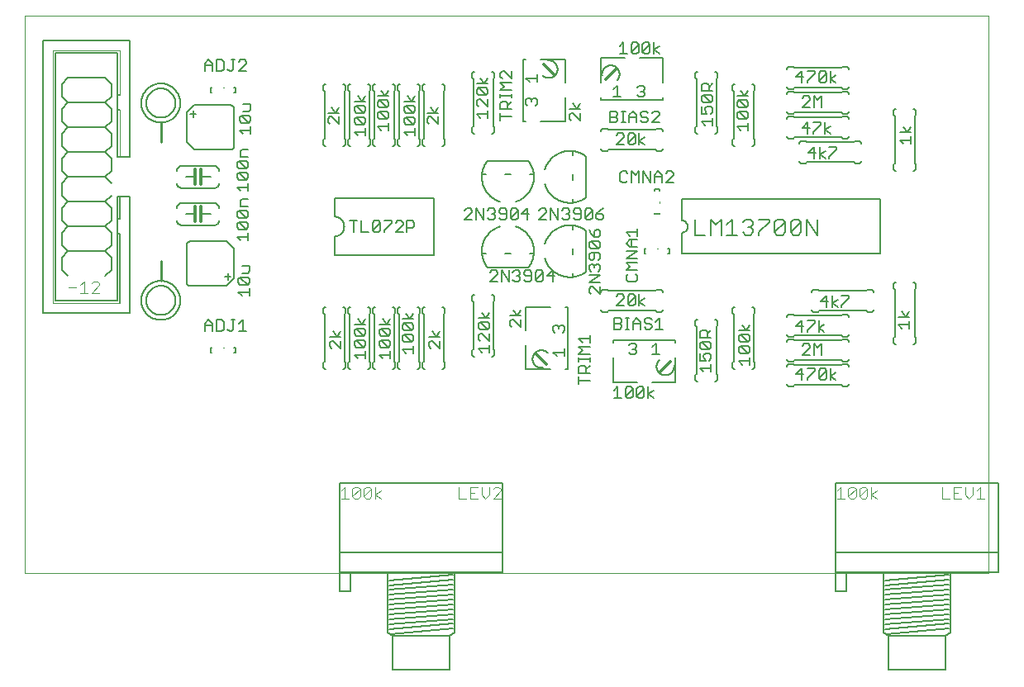
<source format=gto>
G75*
%MOIN*%
%OFA0B0*%
%FSLAX25Y25*%
%IPPOS*%
%LPD*%
%AMOC8*
5,1,8,0,0,1.08239X$1,22.5*
%
%ADD10C,0.00000*%
%ADD11C,0.00600*%
%ADD12C,0.00500*%
%ADD13C,0.01200*%
%ADD14C,0.01000*%
%ADD15C,0.00700*%
%ADD16C,0.00800*%
%ADD17C,0.00400*%
%ADD18C,0.00200*%
D10*
X0005620Y0040337D02*
X0005620Y0265298D01*
X0394321Y0265298D01*
X0394321Y0040337D01*
X0005620Y0040337D01*
X0085620Y0131337D02*
X0085687Y0131337D01*
X0085712Y0131354D02*
X0085729Y0131337D01*
X0085762Y0131337D01*
X0085779Y0131354D01*
X0085779Y0131370D01*
X0085762Y0131387D01*
X0085729Y0131387D01*
X0085712Y0131404D01*
X0085712Y0131420D01*
X0085729Y0131437D01*
X0085762Y0131437D01*
X0085779Y0131420D01*
X0085804Y0131437D02*
X0085854Y0131437D01*
X0085871Y0131420D01*
X0085871Y0131387D01*
X0085854Y0131370D01*
X0085804Y0131370D01*
X0085804Y0131337D02*
X0085804Y0131437D01*
X0085896Y0131404D02*
X0085930Y0131437D01*
X0085930Y0131337D01*
X0085963Y0131337D02*
X0085896Y0131337D01*
X0085988Y0131354D02*
X0086055Y0131420D01*
X0086055Y0131354D01*
X0086038Y0131337D01*
X0086005Y0131337D01*
X0085988Y0131354D01*
X0085988Y0131420D01*
X0086005Y0131437D01*
X0086038Y0131437D01*
X0086055Y0131420D01*
X0085620Y0131437D02*
X0085620Y0131337D01*
X0085620Y0236337D02*
X0085687Y0236337D01*
X0085712Y0236354D02*
X0085729Y0236337D01*
X0085762Y0236337D01*
X0085779Y0236354D01*
X0085779Y0236370D01*
X0085762Y0236387D01*
X0085729Y0236387D01*
X0085712Y0236404D01*
X0085712Y0236420D01*
X0085729Y0236437D01*
X0085762Y0236437D01*
X0085779Y0236420D01*
X0085804Y0236437D02*
X0085854Y0236437D01*
X0085871Y0236420D01*
X0085871Y0236387D01*
X0085854Y0236370D01*
X0085804Y0236370D01*
X0085804Y0236337D02*
X0085804Y0236437D01*
X0085896Y0236404D02*
X0085930Y0236437D01*
X0085930Y0236337D01*
X0085963Y0236337D02*
X0085896Y0236337D01*
X0085988Y0236354D02*
X0086055Y0236420D01*
X0086055Y0236354D01*
X0086038Y0236337D01*
X0086005Y0236337D01*
X0085988Y0236354D01*
X0085988Y0236420D01*
X0086005Y0236437D01*
X0086038Y0236437D01*
X0086055Y0236420D01*
X0085620Y0236437D02*
X0085620Y0236337D01*
X0261620Y0190295D02*
X0261637Y0190312D01*
X0261703Y0190245D01*
X0261720Y0190262D01*
X0261720Y0190295D01*
X0261703Y0190312D01*
X0261637Y0190312D01*
X0261620Y0190295D02*
X0261620Y0190262D01*
X0261637Y0190245D01*
X0261703Y0190245D01*
X0261720Y0190220D02*
X0261720Y0190153D01*
X0261720Y0190186D02*
X0261620Y0190186D01*
X0261653Y0190153D01*
X0261637Y0190127D02*
X0261670Y0190127D01*
X0261687Y0190111D01*
X0261687Y0190061D01*
X0261687Y0190035D02*
X0261703Y0190035D01*
X0261720Y0190019D01*
X0261720Y0189985D01*
X0261703Y0189969D01*
X0261720Y0189943D02*
X0261720Y0189877D01*
X0261620Y0189877D01*
X0261637Y0189969D02*
X0261653Y0189969D01*
X0261670Y0189985D01*
X0261670Y0190019D01*
X0261687Y0190035D01*
X0261720Y0190061D02*
X0261620Y0190061D01*
X0261620Y0190111D01*
X0261637Y0190127D01*
X0261637Y0190035D02*
X0261620Y0190019D01*
X0261620Y0189985D01*
X0261637Y0189969D01*
X0261038Y0171437D02*
X0261055Y0171420D01*
X0260988Y0171354D01*
X0261005Y0171337D01*
X0261038Y0171337D01*
X0261055Y0171354D01*
X0261055Y0171420D01*
X0261038Y0171437D02*
X0261005Y0171437D01*
X0260988Y0171420D01*
X0260988Y0171354D01*
X0260963Y0171337D02*
X0260896Y0171337D01*
X0260930Y0171337D02*
X0260930Y0171437D01*
X0260896Y0171404D01*
X0260871Y0171420D02*
X0260871Y0171387D01*
X0260854Y0171370D01*
X0260804Y0171370D01*
X0260779Y0171370D02*
X0260779Y0171354D01*
X0260762Y0171337D01*
X0260729Y0171337D01*
X0260712Y0171354D01*
X0260687Y0171337D02*
X0260620Y0171337D01*
X0260620Y0171437D01*
X0260712Y0171420D02*
X0260712Y0171404D01*
X0260729Y0171387D01*
X0260762Y0171387D01*
X0260779Y0171370D01*
X0260804Y0171337D02*
X0260804Y0171437D01*
X0260854Y0171437D01*
X0260871Y0171420D01*
X0260779Y0171420D02*
X0260762Y0171437D01*
X0260729Y0171437D01*
X0260712Y0171420D01*
D11*
X0265120Y0171337D02*
X0265620Y0171337D01*
X0265620Y0169337D01*
X0265120Y0169337D01*
X0270620Y0169337D02*
X0350620Y0169337D01*
X0350620Y0191337D01*
X0270620Y0191337D01*
X0270620Y0182837D01*
X0270718Y0182835D01*
X0270816Y0182829D01*
X0270914Y0182820D01*
X0271011Y0182806D01*
X0271108Y0182789D01*
X0271204Y0182768D01*
X0271299Y0182743D01*
X0271393Y0182715D01*
X0271485Y0182682D01*
X0271577Y0182647D01*
X0271667Y0182607D01*
X0271755Y0182565D01*
X0271842Y0182518D01*
X0271926Y0182469D01*
X0272009Y0182416D01*
X0272089Y0182360D01*
X0272168Y0182300D01*
X0272244Y0182238D01*
X0272317Y0182173D01*
X0272388Y0182105D01*
X0272456Y0182034D01*
X0272521Y0181961D01*
X0272583Y0181885D01*
X0272643Y0181806D01*
X0272699Y0181726D01*
X0272752Y0181643D01*
X0272801Y0181559D01*
X0272848Y0181472D01*
X0272890Y0181384D01*
X0272930Y0181294D01*
X0272965Y0181202D01*
X0272998Y0181110D01*
X0273026Y0181016D01*
X0273051Y0180921D01*
X0273072Y0180825D01*
X0273089Y0180728D01*
X0273103Y0180631D01*
X0273112Y0180533D01*
X0273118Y0180435D01*
X0273120Y0180337D01*
X0273118Y0180239D01*
X0273112Y0180141D01*
X0273103Y0180043D01*
X0273089Y0179946D01*
X0273072Y0179849D01*
X0273051Y0179753D01*
X0273026Y0179658D01*
X0272998Y0179564D01*
X0272965Y0179472D01*
X0272930Y0179380D01*
X0272890Y0179290D01*
X0272848Y0179202D01*
X0272801Y0179115D01*
X0272752Y0179031D01*
X0272699Y0178948D01*
X0272643Y0178868D01*
X0272583Y0178789D01*
X0272521Y0178713D01*
X0272456Y0178640D01*
X0272388Y0178569D01*
X0272317Y0178501D01*
X0272244Y0178436D01*
X0272168Y0178374D01*
X0272089Y0178314D01*
X0272009Y0178258D01*
X0271926Y0178205D01*
X0271842Y0178156D01*
X0271755Y0178109D01*
X0271667Y0178067D01*
X0271577Y0178027D01*
X0271485Y0177992D01*
X0271393Y0177959D01*
X0271299Y0177931D01*
X0271204Y0177906D01*
X0271108Y0177885D01*
X0271011Y0177868D01*
X0270914Y0177854D01*
X0270816Y0177845D01*
X0270718Y0177839D01*
X0270620Y0177837D01*
X0270620Y0169337D01*
X0256120Y0169337D02*
X0255620Y0169337D01*
X0255620Y0171337D01*
X0256120Y0171337D01*
X0259620Y0185337D02*
X0259620Y0185837D01*
X0259620Y0185337D02*
X0261620Y0185337D01*
X0261620Y0185837D01*
X0261620Y0194837D02*
X0261620Y0195337D01*
X0259620Y0195337D01*
X0259620Y0194837D01*
X0260620Y0210837D02*
X0262120Y0210837D01*
X0262180Y0210839D01*
X0262241Y0210844D01*
X0262300Y0210853D01*
X0262359Y0210866D01*
X0262418Y0210882D01*
X0262475Y0210902D01*
X0262530Y0210925D01*
X0262585Y0210952D01*
X0262637Y0210981D01*
X0262688Y0211014D01*
X0262737Y0211050D01*
X0262783Y0211088D01*
X0262827Y0211130D01*
X0262869Y0211174D01*
X0262907Y0211220D01*
X0262943Y0211269D01*
X0262976Y0211320D01*
X0263005Y0211372D01*
X0263032Y0211427D01*
X0263055Y0211482D01*
X0263075Y0211539D01*
X0263091Y0211598D01*
X0263104Y0211657D01*
X0263113Y0211716D01*
X0263118Y0211777D01*
X0263120Y0211837D01*
X0260620Y0210837D02*
X0260120Y0211337D01*
X0241120Y0211337D01*
X0240620Y0210837D01*
X0239120Y0210837D01*
X0239060Y0210839D01*
X0238999Y0210844D01*
X0238940Y0210853D01*
X0238881Y0210866D01*
X0238822Y0210882D01*
X0238765Y0210902D01*
X0238710Y0210925D01*
X0238655Y0210952D01*
X0238603Y0210981D01*
X0238552Y0211014D01*
X0238503Y0211050D01*
X0238457Y0211088D01*
X0238413Y0211130D01*
X0238371Y0211174D01*
X0238333Y0211220D01*
X0238297Y0211269D01*
X0238264Y0211320D01*
X0238235Y0211372D01*
X0238208Y0211427D01*
X0238185Y0211482D01*
X0238165Y0211539D01*
X0238149Y0211598D01*
X0238136Y0211657D01*
X0238127Y0211716D01*
X0238122Y0211777D01*
X0238120Y0211837D01*
X0232120Y0208585D02*
X0232120Y0192089D01*
X0226620Y0191463D02*
X0226620Y0189884D01*
X0226620Y0199211D02*
X0226620Y0201463D01*
X0232120Y0208585D02*
X0231918Y0208740D01*
X0231713Y0208890D01*
X0231504Y0209036D01*
X0231291Y0209176D01*
X0231075Y0209310D01*
X0230856Y0209440D01*
X0230634Y0209564D01*
X0230409Y0209683D01*
X0230181Y0209796D01*
X0229951Y0209904D01*
X0229718Y0210006D01*
X0229482Y0210103D01*
X0229244Y0210194D01*
X0229005Y0210279D01*
X0228763Y0210358D01*
X0228519Y0210431D01*
X0228274Y0210498D01*
X0228027Y0210559D01*
X0227778Y0210615D01*
X0227528Y0210664D01*
X0227278Y0210707D01*
X0227026Y0210744D01*
X0226773Y0210775D01*
X0226520Y0210800D01*
X0226266Y0210819D01*
X0226012Y0210832D01*
X0225758Y0210838D01*
X0225503Y0210838D01*
X0225249Y0210832D01*
X0224994Y0210820D01*
X0224741Y0210802D01*
X0224487Y0210778D01*
X0224235Y0210747D01*
X0223983Y0210711D01*
X0223732Y0210668D01*
X0223482Y0210619D01*
X0223234Y0210564D01*
X0222987Y0210503D01*
X0222741Y0210437D01*
X0222497Y0210364D01*
X0222255Y0210285D01*
X0222015Y0210201D01*
X0221777Y0210110D01*
X0221541Y0210014D01*
X0221308Y0209913D01*
X0221077Y0209805D01*
X0220849Y0209693D01*
X0220624Y0209574D01*
X0220402Y0209450D01*
X0220182Y0209321D01*
X0219966Y0209187D01*
X0219753Y0209047D01*
X0219544Y0208902D01*
X0219338Y0208753D01*
X0219136Y0208598D01*
X0218938Y0208438D01*
X0218744Y0208274D01*
X0218553Y0208105D01*
X0218367Y0207932D01*
X0218185Y0207754D01*
X0218008Y0207571D01*
X0217835Y0207385D01*
X0217666Y0207194D01*
X0217502Y0206999D01*
X0217343Y0206800D01*
X0217189Y0206598D01*
X0217040Y0206392D01*
X0216896Y0206182D01*
X0216757Y0205969D01*
X0216623Y0205752D01*
X0216494Y0205533D01*
X0216371Y0205310D01*
X0216254Y0205084D01*
X0216141Y0204856D01*
X0216035Y0204625D01*
X0215933Y0204391D01*
X0215838Y0204155D01*
X0215749Y0203917D01*
X0215665Y0203677D01*
X0215587Y0203435D01*
X0215587Y0197241D02*
X0215665Y0196999D01*
X0215748Y0196759D01*
X0215838Y0196521D01*
X0215933Y0196285D01*
X0216035Y0196051D01*
X0216141Y0195820D01*
X0216253Y0195592D01*
X0216371Y0195366D01*
X0216494Y0195143D01*
X0216623Y0194924D01*
X0216757Y0194707D01*
X0216896Y0194494D01*
X0217040Y0194284D01*
X0217189Y0194078D01*
X0217343Y0193876D01*
X0217502Y0193677D01*
X0217666Y0193482D01*
X0217835Y0193292D01*
X0218008Y0193105D01*
X0218185Y0192923D01*
X0218367Y0192745D01*
X0218553Y0192571D01*
X0218744Y0192402D01*
X0218938Y0192238D01*
X0219136Y0192078D01*
X0219338Y0191923D01*
X0219544Y0191774D01*
X0219753Y0191629D01*
X0219966Y0191489D01*
X0220182Y0191355D01*
X0220401Y0191226D01*
X0220624Y0191102D01*
X0220849Y0190984D01*
X0221077Y0190871D01*
X0221308Y0190763D01*
X0221541Y0190662D01*
X0221777Y0190566D01*
X0222015Y0190475D01*
X0222255Y0190391D01*
X0222497Y0190312D01*
X0222741Y0190239D01*
X0222986Y0190173D01*
X0223233Y0190112D01*
X0223482Y0190057D01*
X0223732Y0190008D01*
X0223983Y0189965D01*
X0224234Y0189929D01*
X0224487Y0189898D01*
X0224740Y0189874D01*
X0224994Y0189856D01*
X0225248Y0189844D01*
X0225503Y0189838D01*
X0225757Y0189838D01*
X0226012Y0189844D01*
X0226266Y0189857D01*
X0226520Y0189876D01*
X0226773Y0189901D01*
X0227026Y0189932D01*
X0227277Y0189969D01*
X0227528Y0190012D01*
X0227778Y0190061D01*
X0228026Y0190116D01*
X0228273Y0190178D01*
X0228519Y0190245D01*
X0228762Y0190318D01*
X0229004Y0190397D01*
X0229244Y0190482D01*
X0229482Y0190573D01*
X0229718Y0190670D01*
X0229951Y0190772D01*
X0230181Y0190879D01*
X0230409Y0190993D01*
X0230634Y0191112D01*
X0230856Y0191236D01*
X0231075Y0191365D01*
X0231291Y0191500D01*
X0231504Y0191640D01*
X0231713Y0191785D01*
X0231918Y0191936D01*
X0232120Y0192091D01*
X0226620Y0180790D02*
X0226620Y0179211D01*
X0232120Y0178585D02*
X0232120Y0162089D01*
X0226620Y0161463D02*
X0226620Y0159884D01*
X0226620Y0169211D02*
X0226620Y0171463D01*
X0232120Y0178585D02*
X0231918Y0178740D01*
X0231713Y0178890D01*
X0231504Y0179036D01*
X0231291Y0179176D01*
X0231075Y0179310D01*
X0230856Y0179440D01*
X0230634Y0179564D01*
X0230409Y0179683D01*
X0230181Y0179796D01*
X0229951Y0179904D01*
X0229718Y0180006D01*
X0229482Y0180103D01*
X0229244Y0180194D01*
X0229005Y0180279D01*
X0228763Y0180358D01*
X0228519Y0180431D01*
X0228274Y0180498D01*
X0228027Y0180559D01*
X0227778Y0180615D01*
X0227528Y0180664D01*
X0227278Y0180707D01*
X0227026Y0180744D01*
X0226773Y0180775D01*
X0226520Y0180800D01*
X0226266Y0180819D01*
X0226012Y0180832D01*
X0225758Y0180838D01*
X0225503Y0180838D01*
X0225249Y0180832D01*
X0224994Y0180820D01*
X0224741Y0180802D01*
X0224487Y0180778D01*
X0224235Y0180747D01*
X0223983Y0180711D01*
X0223732Y0180668D01*
X0223482Y0180619D01*
X0223234Y0180564D01*
X0222987Y0180503D01*
X0222741Y0180437D01*
X0222497Y0180364D01*
X0222255Y0180285D01*
X0222015Y0180201D01*
X0221777Y0180110D01*
X0221541Y0180014D01*
X0221308Y0179913D01*
X0221077Y0179805D01*
X0220849Y0179693D01*
X0220624Y0179574D01*
X0220402Y0179450D01*
X0220182Y0179321D01*
X0219966Y0179187D01*
X0219753Y0179047D01*
X0219544Y0178902D01*
X0219338Y0178753D01*
X0219136Y0178598D01*
X0218938Y0178438D01*
X0218744Y0178274D01*
X0218553Y0178105D01*
X0218367Y0177932D01*
X0218185Y0177754D01*
X0218008Y0177571D01*
X0217835Y0177385D01*
X0217666Y0177194D01*
X0217502Y0176999D01*
X0217343Y0176800D01*
X0217189Y0176598D01*
X0217040Y0176392D01*
X0216896Y0176182D01*
X0216757Y0175969D01*
X0216623Y0175752D01*
X0216494Y0175533D01*
X0216371Y0175310D01*
X0216254Y0175084D01*
X0216141Y0174856D01*
X0216035Y0174625D01*
X0215933Y0174391D01*
X0215838Y0174155D01*
X0215749Y0173917D01*
X0215665Y0173677D01*
X0215587Y0173435D01*
X0215587Y0167241D02*
X0215665Y0166999D01*
X0215748Y0166759D01*
X0215838Y0166521D01*
X0215933Y0166285D01*
X0216035Y0166051D01*
X0216141Y0165820D01*
X0216253Y0165592D01*
X0216371Y0165366D01*
X0216494Y0165143D01*
X0216623Y0164924D01*
X0216757Y0164707D01*
X0216896Y0164494D01*
X0217040Y0164284D01*
X0217189Y0164078D01*
X0217343Y0163876D01*
X0217502Y0163677D01*
X0217666Y0163482D01*
X0217835Y0163292D01*
X0218008Y0163105D01*
X0218185Y0162923D01*
X0218367Y0162745D01*
X0218553Y0162571D01*
X0218744Y0162402D01*
X0218938Y0162238D01*
X0219136Y0162078D01*
X0219338Y0161923D01*
X0219544Y0161774D01*
X0219753Y0161629D01*
X0219966Y0161489D01*
X0220182Y0161355D01*
X0220401Y0161226D01*
X0220624Y0161102D01*
X0220849Y0160984D01*
X0221077Y0160871D01*
X0221308Y0160763D01*
X0221541Y0160662D01*
X0221777Y0160566D01*
X0222015Y0160475D01*
X0222255Y0160391D01*
X0222497Y0160312D01*
X0222741Y0160239D01*
X0222986Y0160173D01*
X0223233Y0160112D01*
X0223482Y0160057D01*
X0223732Y0160008D01*
X0223983Y0159965D01*
X0224234Y0159929D01*
X0224487Y0159898D01*
X0224740Y0159874D01*
X0224994Y0159856D01*
X0225248Y0159844D01*
X0225503Y0159838D01*
X0225757Y0159838D01*
X0226012Y0159844D01*
X0226266Y0159857D01*
X0226520Y0159876D01*
X0226773Y0159901D01*
X0227026Y0159932D01*
X0227277Y0159969D01*
X0227528Y0160012D01*
X0227778Y0160061D01*
X0228026Y0160116D01*
X0228273Y0160178D01*
X0228519Y0160245D01*
X0228762Y0160318D01*
X0229004Y0160397D01*
X0229244Y0160482D01*
X0229482Y0160573D01*
X0229718Y0160670D01*
X0229951Y0160772D01*
X0230181Y0160879D01*
X0230409Y0160993D01*
X0230634Y0161112D01*
X0230856Y0161236D01*
X0231075Y0161365D01*
X0231291Y0161500D01*
X0231504Y0161640D01*
X0231713Y0161785D01*
X0231918Y0161936D01*
X0232120Y0162091D01*
X0239120Y0154837D02*
X0240620Y0154837D01*
X0241120Y0154337D01*
X0260120Y0154337D01*
X0260620Y0154837D01*
X0262120Y0154837D01*
X0262180Y0154835D01*
X0262241Y0154830D01*
X0262300Y0154821D01*
X0262359Y0154808D01*
X0262418Y0154792D01*
X0262475Y0154772D01*
X0262530Y0154749D01*
X0262585Y0154722D01*
X0262637Y0154693D01*
X0262688Y0154660D01*
X0262737Y0154624D01*
X0262783Y0154586D01*
X0262827Y0154544D01*
X0262869Y0154500D01*
X0262907Y0154454D01*
X0262943Y0154405D01*
X0262976Y0154354D01*
X0263005Y0154302D01*
X0263032Y0154247D01*
X0263055Y0154192D01*
X0263075Y0154135D01*
X0263091Y0154076D01*
X0263104Y0154017D01*
X0263113Y0153958D01*
X0263118Y0153897D01*
X0263120Y0153837D01*
X0263120Y0146837D02*
X0263118Y0146777D01*
X0263113Y0146716D01*
X0263104Y0146657D01*
X0263091Y0146598D01*
X0263075Y0146539D01*
X0263055Y0146482D01*
X0263032Y0146427D01*
X0263005Y0146372D01*
X0262976Y0146320D01*
X0262943Y0146269D01*
X0262907Y0146220D01*
X0262869Y0146174D01*
X0262827Y0146130D01*
X0262783Y0146088D01*
X0262737Y0146050D01*
X0262688Y0146014D01*
X0262637Y0145981D01*
X0262585Y0145952D01*
X0262530Y0145925D01*
X0262475Y0145902D01*
X0262418Y0145882D01*
X0262359Y0145866D01*
X0262300Y0145853D01*
X0262241Y0145844D01*
X0262180Y0145839D01*
X0262120Y0145837D01*
X0260620Y0145837D01*
X0260120Y0146337D01*
X0241120Y0146337D01*
X0240620Y0145837D01*
X0239120Y0145837D01*
X0239060Y0145839D01*
X0238999Y0145844D01*
X0238940Y0145853D01*
X0238881Y0145866D01*
X0238822Y0145882D01*
X0238765Y0145902D01*
X0238710Y0145925D01*
X0238655Y0145952D01*
X0238603Y0145981D01*
X0238552Y0146014D01*
X0238503Y0146050D01*
X0238457Y0146088D01*
X0238413Y0146130D01*
X0238371Y0146174D01*
X0238333Y0146220D01*
X0238297Y0146269D01*
X0238264Y0146320D01*
X0238235Y0146372D01*
X0238208Y0146427D01*
X0238185Y0146482D01*
X0238165Y0146539D01*
X0238149Y0146598D01*
X0238136Y0146657D01*
X0238127Y0146716D01*
X0238122Y0146777D01*
X0238120Y0146837D01*
X0238120Y0153837D02*
X0238122Y0153897D01*
X0238127Y0153958D01*
X0238136Y0154017D01*
X0238149Y0154076D01*
X0238165Y0154135D01*
X0238185Y0154192D01*
X0238208Y0154247D01*
X0238235Y0154302D01*
X0238264Y0154354D01*
X0238297Y0154405D01*
X0238333Y0154454D01*
X0238371Y0154500D01*
X0238413Y0154544D01*
X0238457Y0154586D01*
X0238503Y0154624D01*
X0238552Y0154660D01*
X0238603Y0154693D01*
X0238655Y0154722D01*
X0238710Y0154749D01*
X0238765Y0154772D01*
X0238822Y0154792D01*
X0238881Y0154808D01*
X0238940Y0154821D01*
X0238999Y0154830D01*
X0239060Y0154835D01*
X0239120Y0154837D01*
X0224620Y0147837D02*
X0223620Y0147837D01*
X0224620Y0147837D02*
X0224620Y0122837D01*
X0223620Y0122837D01*
X0217620Y0122837D02*
X0207620Y0122837D01*
X0207620Y0132337D01*
X0207620Y0138337D02*
X0207620Y0147837D01*
X0217620Y0147837D01*
X0195120Y0150337D02*
X0194620Y0149837D01*
X0194620Y0130837D01*
X0195120Y0130337D01*
X0195120Y0128837D01*
X0195118Y0128777D01*
X0195113Y0128716D01*
X0195104Y0128657D01*
X0195091Y0128598D01*
X0195075Y0128539D01*
X0195055Y0128482D01*
X0195032Y0128427D01*
X0195005Y0128372D01*
X0194976Y0128320D01*
X0194943Y0128269D01*
X0194907Y0128220D01*
X0194869Y0128174D01*
X0194827Y0128130D01*
X0194783Y0128088D01*
X0194737Y0128050D01*
X0194688Y0128014D01*
X0194637Y0127981D01*
X0194585Y0127952D01*
X0194530Y0127925D01*
X0194475Y0127902D01*
X0194418Y0127882D01*
X0194359Y0127866D01*
X0194300Y0127853D01*
X0194241Y0127844D01*
X0194180Y0127839D01*
X0194120Y0127837D01*
X0187120Y0127837D02*
X0187060Y0127839D01*
X0186999Y0127844D01*
X0186940Y0127853D01*
X0186881Y0127866D01*
X0186822Y0127882D01*
X0186765Y0127902D01*
X0186710Y0127925D01*
X0186655Y0127952D01*
X0186603Y0127981D01*
X0186552Y0128014D01*
X0186503Y0128050D01*
X0186457Y0128088D01*
X0186413Y0128130D01*
X0186371Y0128174D01*
X0186333Y0128220D01*
X0186297Y0128269D01*
X0186264Y0128320D01*
X0186235Y0128372D01*
X0186208Y0128427D01*
X0186185Y0128482D01*
X0186165Y0128539D01*
X0186149Y0128598D01*
X0186136Y0128657D01*
X0186127Y0128716D01*
X0186122Y0128777D01*
X0186120Y0128837D01*
X0186120Y0130337D01*
X0186620Y0130837D01*
X0186620Y0149837D01*
X0186120Y0150337D01*
X0186120Y0151837D01*
X0186122Y0151897D01*
X0186127Y0151958D01*
X0186136Y0152017D01*
X0186149Y0152076D01*
X0186165Y0152135D01*
X0186185Y0152192D01*
X0186208Y0152247D01*
X0186235Y0152302D01*
X0186264Y0152354D01*
X0186297Y0152405D01*
X0186333Y0152454D01*
X0186371Y0152500D01*
X0186413Y0152544D01*
X0186457Y0152586D01*
X0186503Y0152624D01*
X0186552Y0152660D01*
X0186603Y0152693D01*
X0186655Y0152722D01*
X0186710Y0152749D01*
X0186765Y0152772D01*
X0186822Y0152792D01*
X0186881Y0152808D01*
X0186940Y0152821D01*
X0186999Y0152830D01*
X0187060Y0152835D01*
X0187120Y0152837D01*
X0194120Y0152837D02*
X0194180Y0152835D01*
X0194241Y0152830D01*
X0194300Y0152821D01*
X0194359Y0152808D01*
X0194418Y0152792D01*
X0194475Y0152772D01*
X0194530Y0152749D01*
X0194585Y0152722D01*
X0194637Y0152693D01*
X0194688Y0152660D01*
X0194737Y0152624D01*
X0194783Y0152586D01*
X0194827Y0152544D01*
X0194869Y0152500D01*
X0194907Y0152454D01*
X0194943Y0152405D01*
X0194976Y0152354D01*
X0195005Y0152302D01*
X0195032Y0152247D01*
X0195055Y0152192D01*
X0195075Y0152135D01*
X0195091Y0152076D01*
X0195104Y0152017D01*
X0195113Y0151958D01*
X0195118Y0151897D01*
X0195120Y0151837D01*
X0195120Y0150337D01*
X0175120Y0146837D02*
X0175120Y0145337D01*
X0174620Y0144837D01*
X0174620Y0125837D01*
X0175120Y0125337D01*
X0175120Y0123837D01*
X0175118Y0123777D01*
X0175113Y0123716D01*
X0175104Y0123657D01*
X0175091Y0123598D01*
X0175075Y0123539D01*
X0175055Y0123482D01*
X0175032Y0123427D01*
X0175005Y0123372D01*
X0174976Y0123320D01*
X0174943Y0123269D01*
X0174907Y0123220D01*
X0174869Y0123174D01*
X0174827Y0123130D01*
X0174783Y0123088D01*
X0174737Y0123050D01*
X0174688Y0123014D01*
X0174637Y0122981D01*
X0174585Y0122952D01*
X0174530Y0122925D01*
X0174475Y0122902D01*
X0174418Y0122882D01*
X0174359Y0122866D01*
X0174300Y0122853D01*
X0174241Y0122844D01*
X0174180Y0122839D01*
X0174120Y0122837D01*
X0167120Y0122837D02*
X0167060Y0122839D01*
X0166999Y0122844D01*
X0166940Y0122853D01*
X0166881Y0122866D01*
X0166822Y0122882D01*
X0166765Y0122902D01*
X0166710Y0122925D01*
X0166655Y0122952D01*
X0166603Y0122981D01*
X0166552Y0123014D01*
X0166503Y0123050D01*
X0166457Y0123088D01*
X0166413Y0123130D01*
X0166371Y0123174D01*
X0166333Y0123220D01*
X0166297Y0123269D01*
X0166264Y0123320D01*
X0166235Y0123372D01*
X0166208Y0123427D01*
X0166185Y0123482D01*
X0166165Y0123539D01*
X0166149Y0123598D01*
X0166136Y0123657D01*
X0166127Y0123716D01*
X0166122Y0123777D01*
X0166120Y0123837D01*
X0166120Y0125337D01*
X0166620Y0125837D01*
X0166620Y0144837D01*
X0166120Y0145337D01*
X0166120Y0146837D01*
X0165120Y0146837D02*
X0165120Y0145337D01*
X0164620Y0144837D01*
X0164620Y0125837D01*
X0165120Y0125337D01*
X0165120Y0123837D01*
X0165118Y0123777D01*
X0165113Y0123716D01*
X0165104Y0123657D01*
X0165091Y0123598D01*
X0165075Y0123539D01*
X0165055Y0123482D01*
X0165032Y0123427D01*
X0165005Y0123372D01*
X0164976Y0123320D01*
X0164943Y0123269D01*
X0164907Y0123220D01*
X0164869Y0123174D01*
X0164827Y0123130D01*
X0164783Y0123088D01*
X0164737Y0123050D01*
X0164688Y0123014D01*
X0164637Y0122981D01*
X0164585Y0122952D01*
X0164530Y0122925D01*
X0164475Y0122902D01*
X0164418Y0122882D01*
X0164359Y0122866D01*
X0164300Y0122853D01*
X0164241Y0122844D01*
X0164180Y0122839D01*
X0164120Y0122837D01*
X0157120Y0122837D02*
X0157060Y0122839D01*
X0156999Y0122844D01*
X0156940Y0122853D01*
X0156881Y0122866D01*
X0156822Y0122882D01*
X0156765Y0122902D01*
X0156710Y0122925D01*
X0156655Y0122952D01*
X0156603Y0122981D01*
X0156552Y0123014D01*
X0156503Y0123050D01*
X0156457Y0123088D01*
X0156413Y0123130D01*
X0156371Y0123174D01*
X0156333Y0123220D01*
X0156297Y0123269D01*
X0156264Y0123320D01*
X0156235Y0123372D01*
X0156208Y0123427D01*
X0156185Y0123482D01*
X0156165Y0123539D01*
X0156149Y0123598D01*
X0156136Y0123657D01*
X0156127Y0123716D01*
X0156122Y0123777D01*
X0156120Y0123837D01*
X0156120Y0125337D01*
X0156620Y0125837D01*
X0156620Y0144837D01*
X0156120Y0145337D01*
X0156120Y0146837D01*
X0155120Y0146837D02*
X0155120Y0145337D01*
X0154620Y0144837D01*
X0154620Y0125837D01*
X0155120Y0125337D01*
X0155120Y0123837D01*
X0155118Y0123777D01*
X0155113Y0123716D01*
X0155104Y0123657D01*
X0155091Y0123598D01*
X0155075Y0123539D01*
X0155055Y0123482D01*
X0155032Y0123427D01*
X0155005Y0123372D01*
X0154976Y0123320D01*
X0154943Y0123269D01*
X0154907Y0123220D01*
X0154869Y0123174D01*
X0154827Y0123130D01*
X0154783Y0123088D01*
X0154737Y0123050D01*
X0154688Y0123014D01*
X0154637Y0122981D01*
X0154585Y0122952D01*
X0154530Y0122925D01*
X0154475Y0122902D01*
X0154418Y0122882D01*
X0154359Y0122866D01*
X0154300Y0122853D01*
X0154241Y0122844D01*
X0154180Y0122839D01*
X0154120Y0122837D01*
X0147120Y0122837D02*
X0147060Y0122839D01*
X0146999Y0122844D01*
X0146940Y0122853D01*
X0146881Y0122866D01*
X0146822Y0122882D01*
X0146765Y0122902D01*
X0146710Y0122925D01*
X0146655Y0122952D01*
X0146603Y0122981D01*
X0146552Y0123014D01*
X0146503Y0123050D01*
X0146457Y0123088D01*
X0146413Y0123130D01*
X0146371Y0123174D01*
X0146333Y0123220D01*
X0146297Y0123269D01*
X0146264Y0123320D01*
X0146235Y0123372D01*
X0146208Y0123427D01*
X0146185Y0123482D01*
X0146165Y0123539D01*
X0146149Y0123598D01*
X0146136Y0123657D01*
X0146127Y0123716D01*
X0146122Y0123777D01*
X0146120Y0123837D01*
X0146120Y0125337D01*
X0146620Y0125837D01*
X0146620Y0144837D01*
X0146120Y0145337D01*
X0146120Y0146837D01*
X0145120Y0146837D02*
X0145120Y0145337D01*
X0144620Y0144837D01*
X0144620Y0125837D01*
X0145120Y0125337D01*
X0145120Y0123837D01*
X0145118Y0123777D01*
X0145113Y0123716D01*
X0145104Y0123657D01*
X0145091Y0123598D01*
X0145075Y0123539D01*
X0145055Y0123482D01*
X0145032Y0123427D01*
X0145005Y0123372D01*
X0144976Y0123320D01*
X0144943Y0123269D01*
X0144907Y0123220D01*
X0144869Y0123174D01*
X0144827Y0123130D01*
X0144783Y0123088D01*
X0144737Y0123050D01*
X0144688Y0123014D01*
X0144637Y0122981D01*
X0144585Y0122952D01*
X0144530Y0122925D01*
X0144475Y0122902D01*
X0144418Y0122882D01*
X0144359Y0122866D01*
X0144300Y0122853D01*
X0144241Y0122844D01*
X0144180Y0122839D01*
X0144120Y0122837D01*
X0137120Y0122837D02*
X0137060Y0122839D01*
X0136999Y0122844D01*
X0136940Y0122853D01*
X0136881Y0122866D01*
X0136822Y0122882D01*
X0136765Y0122902D01*
X0136710Y0122925D01*
X0136655Y0122952D01*
X0136603Y0122981D01*
X0136552Y0123014D01*
X0136503Y0123050D01*
X0136457Y0123088D01*
X0136413Y0123130D01*
X0136371Y0123174D01*
X0136333Y0123220D01*
X0136297Y0123269D01*
X0136264Y0123320D01*
X0136235Y0123372D01*
X0136208Y0123427D01*
X0136185Y0123482D01*
X0136165Y0123539D01*
X0136149Y0123598D01*
X0136136Y0123657D01*
X0136127Y0123716D01*
X0136122Y0123777D01*
X0136120Y0123837D01*
X0136120Y0125337D01*
X0136620Y0125837D01*
X0136620Y0144837D01*
X0136120Y0145337D01*
X0136120Y0146837D01*
X0135120Y0146837D02*
X0135120Y0145337D01*
X0134620Y0144837D01*
X0134620Y0125837D01*
X0135120Y0125337D01*
X0135120Y0123837D01*
X0135118Y0123777D01*
X0135113Y0123716D01*
X0135104Y0123657D01*
X0135091Y0123598D01*
X0135075Y0123539D01*
X0135055Y0123482D01*
X0135032Y0123427D01*
X0135005Y0123372D01*
X0134976Y0123320D01*
X0134943Y0123269D01*
X0134907Y0123220D01*
X0134869Y0123174D01*
X0134827Y0123130D01*
X0134783Y0123088D01*
X0134737Y0123050D01*
X0134688Y0123014D01*
X0134637Y0122981D01*
X0134585Y0122952D01*
X0134530Y0122925D01*
X0134475Y0122902D01*
X0134418Y0122882D01*
X0134359Y0122866D01*
X0134300Y0122853D01*
X0134241Y0122844D01*
X0134180Y0122839D01*
X0134120Y0122837D01*
X0127120Y0122837D02*
X0127060Y0122839D01*
X0126999Y0122844D01*
X0126940Y0122853D01*
X0126881Y0122866D01*
X0126822Y0122882D01*
X0126765Y0122902D01*
X0126710Y0122925D01*
X0126655Y0122952D01*
X0126603Y0122981D01*
X0126552Y0123014D01*
X0126503Y0123050D01*
X0126457Y0123088D01*
X0126413Y0123130D01*
X0126371Y0123174D01*
X0126333Y0123220D01*
X0126297Y0123269D01*
X0126264Y0123320D01*
X0126235Y0123372D01*
X0126208Y0123427D01*
X0126185Y0123482D01*
X0126165Y0123539D01*
X0126149Y0123598D01*
X0126136Y0123657D01*
X0126127Y0123716D01*
X0126122Y0123777D01*
X0126120Y0123837D01*
X0126120Y0125337D01*
X0126620Y0125837D01*
X0126620Y0144837D01*
X0126120Y0145337D01*
X0126120Y0146837D01*
X0126122Y0146897D01*
X0126127Y0146958D01*
X0126136Y0147017D01*
X0126149Y0147076D01*
X0126165Y0147135D01*
X0126185Y0147192D01*
X0126208Y0147247D01*
X0126235Y0147302D01*
X0126264Y0147354D01*
X0126297Y0147405D01*
X0126333Y0147454D01*
X0126371Y0147500D01*
X0126413Y0147544D01*
X0126457Y0147586D01*
X0126503Y0147624D01*
X0126552Y0147660D01*
X0126603Y0147693D01*
X0126655Y0147722D01*
X0126710Y0147749D01*
X0126765Y0147772D01*
X0126822Y0147792D01*
X0126881Y0147808D01*
X0126940Y0147821D01*
X0126999Y0147830D01*
X0127060Y0147835D01*
X0127120Y0147837D01*
X0134120Y0147837D02*
X0134180Y0147835D01*
X0134241Y0147830D01*
X0134300Y0147821D01*
X0134359Y0147808D01*
X0134418Y0147792D01*
X0134475Y0147772D01*
X0134530Y0147749D01*
X0134585Y0147722D01*
X0134637Y0147693D01*
X0134688Y0147660D01*
X0134737Y0147624D01*
X0134783Y0147586D01*
X0134827Y0147544D01*
X0134869Y0147500D01*
X0134907Y0147454D01*
X0134943Y0147405D01*
X0134976Y0147354D01*
X0135005Y0147302D01*
X0135032Y0147247D01*
X0135055Y0147192D01*
X0135075Y0147135D01*
X0135091Y0147076D01*
X0135104Y0147017D01*
X0135113Y0146958D01*
X0135118Y0146897D01*
X0135120Y0146837D01*
X0136120Y0146837D02*
X0136122Y0146897D01*
X0136127Y0146958D01*
X0136136Y0147017D01*
X0136149Y0147076D01*
X0136165Y0147135D01*
X0136185Y0147192D01*
X0136208Y0147247D01*
X0136235Y0147302D01*
X0136264Y0147354D01*
X0136297Y0147405D01*
X0136333Y0147454D01*
X0136371Y0147500D01*
X0136413Y0147544D01*
X0136457Y0147586D01*
X0136503Y0147624D01*
X0136552Y0147660D01*
X0136603Y0147693D01*
X0136655Y0147722D01*
X0136710Y0147749D01*
X0136765Y0147772D01*
X0136822Y0147792D01*
X0136881Y0147808D01*
X0136940Y0147821D01*
X0136999Y0147830D01*
X0137060Y0147835D01*
X0137120Y0147837D01*
X0144120Y0147837D02*
X0144180Y0147835D01*
X0144241Y0147830D01*
X0144300Y0147821D01*
X0144359Y0147808D01*
X0144418Y0147792D01*
X0144475Y0147772D01*
X0144530Y0147749D01*
X0144585Y0147722D01*
X0144637Y0147693D01*
X0144688Y0147660D01*
X0144737Y0147624D01*
X0144783Y0147586D01*
X0144827Y0147544D01*
X0144869Y0147500D01*
X0144907Y0147454D01*
X0144943Y0147405D01*
X0144976Y0147354D01*
X0145005Y0147302D01*
X0145032Y0147247D01*
X0145055Y0147192D01*
X0145075Y0147135D01*
X0145091Y0147076D01*
X0145104Y0147017D01*
X0145113Y0146958D01*
X0145118Y0146897D01*
X0145120Y0146837D01*
X0146120Y0146837D02*
X0146122Y0146897D01*
X0146127Y0146958D01*
X0146136Y0147017D01*
X0146149Y0147076D01*
X0146165Y0147135D01*
X0146185Y0147192D01*
X0146208Y0147247D01*
X0146235Y0147302D01*
X0146264Y0147354D01*
X0146297Y0147405D01*
X0146333Y0147454D01*
X0146371Y0147500D01*
X0146413Y0147544D01*
X0146457Y0147586D01*
X0146503Y0147624D01*
X0146552Y0147660D01*
X0146603Y0147693D01*
X0146655Y0147722D01*
X0146710Y0147749D01*
X0146765Y0147772D01*
X0146822Y0147792D01*
X0146881Y0147808D01*
X0146940Y0147821D01*
X0146999Y0147830D01*
X0147060Y0147835D01*
X0147120Y0147837D01*
X0154120Y0147837D02*
X0154180Y0147835D01*
X0154241Y0147830D01*
X0154300Y0147821D01*
X0154359Y0147808D01*
X0154418Y0147792D01*
X0154475Y0147772D01*
X0154530Y0147749D01*
X0154585Y0147722D01*
X0154637Y0147693D01*
X0154688Y0147660D01*
X0154737Y0147624D01*
X0154783Y0147586D01*
X0154827Y0147544D01*
X0154869Y0147500D01*
X0154907Y0147454D01*
X0154943Y0147405D01*
X0154976Y0147354D01*
X0155005Y0147302D01*
X0155032Y0147247D01*
X0155055Y0147192D01*
X0155075Y0147135D01*
X0155091Y0147076D01*
X0155104Y0147017D01*
X0155113Y0146958D01*
X0155118Y0146897D01*
X0155120Y0146837D01*
X0156120Y0146837D02*
X0156122Y0146897D01*
X0156127Y0146958D01*
X0156136Y0147017D01*
X0156149Y0147076D01*
X0156165Y0147135D01*
X0156185Y0147192D01*
X0156208Y0147247D01*
X0156235Y0147302D01*
X0156264Y0147354D01*
X0156297Y0147405D01*
X0156333Y0147454D01*
X0156371Y0147500D01*
X0156413Y0147544D01*
X0156457Y0147586D01*
X0156503Y0147624D01*
X0156552Y0147660D01*
X0156603Y0147693D01*
X0156655Y0147722D01*
X0156710Y0147749D01*
X0156765Y0147772D01*
X0156822Y0147792D01*
X0156881Y0147808D01*
X0156940Y0147821D01*
X0156999Y0147830D01*
X0157060Y0147835D01*
X0157120Y0147837D01*
X0164120Y0147837D02*
X0164180Y0147835D01*
X0164241Y0147830D01*
X0164300Y0147821D01*
X0164359Y0147808D01*
X0164418Y0147792D01*
X0164475Y0147772D01*
X0164530Y0147749D01*
X0164585Y0147722D01*
X0164637Y0147693D01*
X0164688Y0147660D01*
X0164737Y0147624D01*
X0164783Y0147586D01*
X0164827Y0147544D01*
X0164869Y0147500D01*
X0164907Y0147454D01*
X0164943Y0147405D01*
X0164976Y0147354D01*
X0165005Y0147302D01*
X0165032Y0147247D01*
X0165055Y0147192D01*
X0165075Y0147135D01*
X0165091Y0147076D01*
X0165104Y0147017D01*
X0165113Y0146958D01*
X0165118Y0146897D01*
X0165120Y0146837D01*
X0166120Y0146837D02*
X0166122Y0146897D01*
X0166127Y0146958D01*
X0166136Y0147017D01*
X0166149Y0147076D01*
X0166165Y0147135D01*
X0166185Y0147192D01*
X0166208Y0147247D01*
X0166235Y0147302D01*
X0166264Y0147354D01*
X0166297Y0147405D01*
X0166333Y0147454D01*
X0166371Y0147500D01*
X0166413Y0147544D01*
X0166457Y0147586D01*
X0166503Y0147624D01*
X0166552Y0147660D01*
X0166603Y0147693D01*
X0166655Y0147722D01*
X0166710Y0147749D01*
X0166765Y0147772D01*
X0166822Y0147792D01*
X0166881Y0147808D01*
X0166940Y0147821D01*
X0166999Y0147830D01*
X0167060Y0147835D01*
X0167120Y0147837D01*
X0174120Y0147837D02*
X0174180Y0147835D01*
X0174241Y0147830D01*
X0174300Y0147821D01*
X0174359Y0147808D01*
X0174418Y0147792D01*
X0174475Y0147772D01*
X0174530Y0147749D01*
X0174585Y0147722D01*
X0174637Y0147693D01*
X0174688Y0147660D01*
X0174737Y0147624D01*
X0174783Y0147586D01*
X0174827Y0147544D01*
X0174869Y0147500D01*
X0174907Y0147454D01*
X0174943Y0147405D01*
X0174976Y0147354D01*
X0175005Y0147302D01*
X0175032Y0147247D01*
X0175055Y0147192D01*
X0175075Y0147135D01*
X0175091Y0147076D01*
X0175104Y0147017D01*
X0175113Y0146958D01*
X0175118Y0146897D01*
X0175120Y0146837D01*
X0170620Y0168837D02*
X0170620Y0191837D01*
X0130620Y0191837D01*
X0130620Y0184337D01*
X0130746Y0184335D01*
X0130871Y0184329D01*
X0130996Y0184319D01*
X0131121Y0184305D01*
X0131246Y0184288D01*
X0131370Y0184266D01*
X0131493Y0184241D01*
X0131615Y0184211D01*
X0131736Y0184178D01*
X0131856Y0184141D01*
X0131975Y0184101D01*
X0132092Y0184056D01*
X0132209Y0184008D01*
X0132323Y0183956D01*
X0132436Y0183901D01*
X0132547Y0183842D01*
X0132656Y0183780D01*
X0132763Y0183714D01*
X0132868Y0183645D01*
X0132971Y0183573D01*
X0133072Y0183498D01*
X0133170Y0183419D01*
X0133265Y0183337D01*
X0133358Y0183253D01*
X0133448Y0183165D01*
X0133536Y0183075D01*
X0133620Y0182982D01*
X0133702Y0182887D01*
X0133781Y0182789D01*
X0133856Y0182688D01*
X0133928Y0182585D01*
X0133997Y0182480D01*
X0134063Y0182373D01*
X0134125Y0182264D01*
X0134184Y0182153D01*
X0134239Y0182040D01*
X0134291Y0181926D01*
X0134339Y0181809D01*
X0134384Y0181692D01*
X0134424Y0181573D01*
X0134461Y0181453D01*
X0134494Y0181332D01*
X0134524Y0181210D01*
X0134549Y0181087D01*
X0134571Y0180963D01*
X0134588Y0180838D01*
X0134602Y0180713D01*
X0134612Y0180588D01*
X0134618Y0180463D01*
X0134620Y0180337D01*
X0134618Y0180211D01*
X0134612Y0180086D01*
X0134602Y0179961D01*
X0134588Y0179836D01*
X0134571Y0179711D01*
X0134549Y0179587D01*
X0134524Y0179464D01*
X0134494Y0179342D01*
X0134461Y0179221D01*
X0134424Y0179101D01*
X0134384Y0178982D01*
X0134339Y0178865D01*
X0134291Y0178748D01*
X0134239Y0178634D01*
X0134184Y0178521D01*
X0134125Y0178410D01*
X0134063Y0178301D01*
X0133997Y0178194D01*
X0133928Y0178089D01*
X0133856Y0177986D01*
X0133781Y0177885D01*
X0133702Y0177787D01*
X0133620Y0177692D01*
X0133536Y0177599D01*
X0133448Y0177509D01*
X0133358Y0177421D01*
X0133265Y0177337D01*
X0133170Y0177255D01*
X0133072Y0177176D01*
X0132971Y0177101D01*
X0132868Y0177029D01*
X0132763Y0176960D01*
X0132656Y0176894D01*
X0132547Y0176832D01*
X0132436Y0176773D01*
X0132323Y0176718D01*
X0132209Y0176666D01*
X0132092Y0176618D01*
X0131975Y0176573D01*
X0131856Y0176533D01*
X0131736Y0176496D01*
X0131615Y0176463D01*
X0131493Y0176433D01*
X0131370Y0176408D01*
X0131246Y0176386D01*
X0131121Y0176369D01*
X0130996Y0176355D01*
X0130871Y0176345D01*
X0130746Y0176339D01*
X0130620Y0176337D01*
X0130620Y0168837D01*
X0170620Y0168837D01*
X0226620Y0209211D02*
X0226620Y0210790D01*
X0238120Y0218837D02*
X0238122Y0218897D01*
X0238127Y0218958D01*
X0238136Y0219017D01*
X0238149Y0219076D01*
X0238165Y0219135D01*
X0238185Y0219192D01*
X0238208Y0219247D01*
X0238235Y0219302D01*
X0238264Y0219354D01*
X0238297Y0219405D01*
X0238333Y0219454D01*
X0238371Y0219500D01*
X0238413Y0219544D01*
X0238457Y0219586D01*
X0238503Y0219624D01*
X0238552Y0219660D01*
X0238603Y0219693D01*
X0238655Y0219722D01*
X0238710Y0219749D01*
X0238765Y0219772D01*
X0238822Y0219792D01*
X0238881Y0219808D01*
X0238940Y0219821D01*
X0238999Y0219830D01*
X0239060Y0219835D01*
X0239120Y0219837D01*
X0240620Y0219837D01*
X0241120Y0219337D01*
X0260120Y0219337D01*
X0260620Y0219837D01*
X0262120Y0219837D01*
X0262180Y0219835D01*
X0262241Y0219830D01*
X0262300Y0219821D01*
X0262359Y0219808D01*
X0262418Y0219792D01*
X0262475Y0219772D01*
X0262530Y0219749D01*
X0262585Y0219722D01*
X0262637Y0219693D01*
X0262688Y0219660D01*
X0262737Y0219624D01*
X0262783Y0219586D01*
X0262827Y0219544D01*
X0262869Y0219500D01*
X0262907Y0219454D01*
X0262943Y0219405D01*
X0262976Y0219354D01*
X0263005Y0219302D01*
X0263032Y0219247D01*
X0263055Y0219192D01*
X0263075Y0219135D01*
X0263091Y0219076D01*
X0263104Y0219017D01*
X0263113Y0218958D01*
X0263118Y0218897D01*
X0263120Y0218837D01*
X0263120Y0231337D02*
X0263120Y0232337D01*
X0263120Y0231337D02*
X0238120Y0231337D01*
X0238120Y0232337D01*
X0238120Y0238337D02*
X0238120Y0248337D01*
X0247620Y0248337D01*
X0253620Y0248337D02*
X0263120Y0248337D01*
X0263120Y0238337D01*
X0276120Y0240337D02*
X0276620Y0239837D01*
X0276620Y0220837D01*
X0276120Y0220337D01*
X0276120Y0218837D01*
X0276122Y0218777D01*
X0276127Y0218716D01*
X0276136Y0218657D01*
X0276149Y0218598D01*
X0276165Y0218539D01*
X0276185Y0218482D01*
X0276208Y0218427D01*
X0276235Y0218372D01*
X0276264Y0218320D01*
X0276297Y0218269D01*
X0276333Y0218220D01*
X0276371Y0218174D01*
X0276413Y0218130D01*
X0276457Y0218088D01*
X0276503Y0218050D01*
X0276552Y0218014D01*
X0276603Y0217981D01*
X0276655Y0217952D01*
X0276710Y0217925D01*
X0276765Y0217902D01*
X0276822Y0217882D01*
X0276881Y0217866D01*
X0276940Y0217853D01*
X0276999Y0217844D01*
X0277060Y0217839D01*
X0277120Y0217837D01*
X0284120Y0217837D02*
X0284180Y0217839D01*
X0284241Y0217844D01*
X0284300Y0217853D01*
X0284359Y0217866D01*
X0284418Y0217882D01*
X0284475Y0217902D01*
X0284530Y0217925D01*
X0284585Y0217952D01*
X0284637Y0217981D01*
X0284688Y0218014D01*
X0284737Y0218050D01*
X0284783Y0218088D01*
X0284827Y0218130D01*
X0284869Y0218174D01*
X0284907Y0218220D01*
X0284943Y0218269D01*
X0284976Y0218320D01*
X0285005Y0218372D01*
X0285032Y0218427D01*
X0285055Y0218482D01*
X0285075Y0218539D01*
X0285091Y0218598D01*
X0285104Y0218657D01*
X0285113Y0218716D01*
X0285118Y0218777D01*
X0285120Y0218837D01*
X0285120Y0220337D01*
X0284620Y0220837D01*
X0284620Y0239837D01*
X0285120Y0240337D01*
X0285120Y0241837D01*
X0285118Y0241897D01*
X0285113Y0241958D01*
X0285104Y0242017D01*
X0285091Y0242076D01*
X0285075Y0242135D01*
X0285055Y0242192D01*
X0285032Y0242247D01*
X0285005Y0242302D01*
X0284976Y0242354D01*
X0284943Y0242405D01*
X0284907Y0242454D01*
X0284869Y0242500D01*
X0284827Y0242544D01*
X0284783Y0242586D01*
X0284737Y0242624D01*
X0284688Y0242660D01*
X0284637Y0242693D01*
X0284585Y0242722D01*
X0284530Y0242749D01*
X0284475Y0242772D01*
X0284418Y0242792D01*
X0284359Y0242808D01*
X0284300Y0242821D01*
X0284241Y0242830D01*
X0284180Y0242835D01*
X0284120Y0242837D01*
X0277120Y0242837D02*
X0277060Y0242835D01*
X0276999Y0242830D01*
X0276940Y0242821D01*
X0276881Y0242808D01*
X0276822Y0242792D01*
X0276765Y0242772D01*
X0276710Y0242749D01*
X0276655Y0242722D01*
X0276603Y0242693D01*
X0276552Y0242660D01*
X0276503Y0242624D01*
X0276457Y0242586D01*
X0276413Y0242544D01*
X0276371Y0242500D01*
X0276333Y0242454D01*
X0276297Y0242405D01*
X0276264Y0242354D01*
X0276235Y0242302D01*
X0276208Y0242247D01*
X0276185Y0242192D01*
X0276165Y0242135D01*
X0276149Y0242076D01*
X0276136Y0242017D01*
X0276127Y0241958D01*
X0276122Y0241897D01*
X0276120Y0241837D01*
X0276120Y0240337D01*
X0291120Y0236837D02*
X0291120Y0235337D01*
X0291620Y0234837D01*
X0291620Y0215837D01*
X0291120Y0215337D01*
X0291120Y0213837D01*
X0291122Y0213777D01*
X0291127Y0213716D01*
X0291136Y0213657D01*
X0291149Y0213598D01*
X0291165Y0213539D01*
X0291185Y0213482D01*
X0291208Y0213427D01*
X0291235Y0213372D01*
X0291264Y0213320D01*
X0291297Y0213269D01*
X0291333Y0213220D01*
X0291371Y0213174D01*
X0291413Y0213130D01*
X0291457Y0213088D01*
X0291503Y0213050D01*
X0291552Y0213014D01*
X0291603Y0212981D01*
X0291655Y0212952D01*
X0291710Y0212925D01*
X0291765Y0212902D01*
X0291822Y0212882D01*
X0291881Y0212866D01*
X0291940Y0212853D01*
X0291999Y0212844D01*
X0292060Y0212839D01*
X0292120Y0212837D01*
X0299120Y0212837D02*
X0299180Y0212839D01*
X0299241Y0212844D01*
X0299300Y0212853D01*
X0299359Y0212866D01*
X0299418Y0212882D01*
X0299475Y0212902D01*
X0299530Y0212925D01*
X0299585Y0212952D01*
X0299637Y0212981D01*
X0299688Y0213014D01*
X0299737Y0213050D01*
X0299783Y0213088D01*
X0299827Y0213130D01*
X0299869Y0213174D01*
X0299907Y0213220D01*
X0299943Y0213269D01*
X0299976Y0213320D01*
X0300005Y0213372D01*
X0300032Y0213427D01*
X0300055Y0213482D01*
X0300075Y0213539D01*
X0300091Y0213598D01*
X0300104Y0213657D01*
X0300113Y0213716D01*
X0300118Y0213777D01*
X0300120Y0213837D01*
X0300120Y0215337D01*
X0299620Y0215837D01*
X0299620Y0234837D01*
X0300120Y0235337D01*
X0300120Y0236837D01*
X0300118Y0236897D01*
X0300113Y0236958D01*
X0300104Y0237017D01*
X0300091Y0237076D01*
X0300075Y0237135D01*
X0300055Y0237192D01*
X0300032Y0237247D01*
X0300005Y0237302D01*
X0299976Y0237354D01*
X0299943Y0237405D01*
X0299907Y0237454D01*
X0299869Y0237500D01*
X0299827Y0237544D01*
X0299783Y0237586D01*
X0299737Y0237624D01*
X0299688Y0237660D01*
X0299637Y0237693D01*
X0299585Y0237722D01*
X0299530Y0237749D01*
X0299475Y0237772D01*
X0299418Y0237792D01*
X0299359Y0237808D01*
X0299300Y0237821D01*
X0299241Y0237830D01*
X0299180Y0237835D01*
X0299120Y0237837D01*
X0292120Y0237837D02*
X0292060Y0237835D01*
X0291999Y0237830D01*
X0291940Y0237821D01*
X0291881Y0237808D01*
X0291822Y0237792D01*
X0291765Y0237772D01*
X0291710Y0237749D01*
X0291655Y0237722D01*
X0291603Y0237693D01*
X0291552Y0237660D01*
X0291503Y0237624D01*
X0291457Y0237586D01*
X0291413Y0237544D01*
X0291371Y0237500D01*
X0291333Y0237454D01*
X0291297Y0237405D01*
X0291264Y0237354D01*
X0291235Y0237302D01*
X0291208Y0237247D01*
X0291185Y0237192D01*
X0291165Y0237135D01*
X0291149Y0237076D01*
X0291136Y0237017D01*
X0291127Y0236958D01*
X0291122Y0236897D01*
X0291120Y0236837D01*
X0313120Y0236837D02*
X0313122Y0236777D01*
X0313127Y0236716D01*
X0313136Y0236657D01*
X0313149Y0236598D01*
X0313165Y0236539D01*
X0313185Y0236482D01*
X0313208Y0236427D01*
X0313235Y0236372D01*
X0313264Y0236320D01*
X0313297Y0236269D01*
X0313333Y0236220D01*
X0313371Y0236174D01*
X0313413Y0236130D01*
X0313457Y0236088D01*
X0313503Y0236050D01*
X0313552Y0236014D01*
X0313603Y0235981D01*
X0313655Y0235952D01*
X0313710Y0235925D01*
X0313765Y0235902D01*
X0313822Y0235882D01*
X0313881Y0235866D01*
X0313940Y0235853D01*
X0313999Y0235844D01*
X0314060Y0235839D01*
X0314120Y0235837D01*
X0315620Y0235837D01*
X0316120Y0236337D01*
X0335120Y0236337D01*
X0335620Y0235837D01*
X0337120Y0235837D01*
X0337120Y0234837D02*
X0335620Y0234837D01*
X0335120Y0234337D01*
X0316120Y0234337D01*
X0315620Y0234837D01*
X0314120Y0234837D01*
X0314060Y0234835D01*
X0313999Y0234830D01*
X0313940Y0234821D01*
X0313881Y0234808D01*
X0313822Y0234792D01*
X0313765Y0234772D01*
X0313710Y0234749D01*
X0313655Y0234722D01*
X0313603Y0234693D01*
X0313552Y0234660D01*
X0313503Y0234624D01*
X0313457Y0234586D01*
X0313413Y0234544D01*
X0313371Y0234500D01*
X0313333Y0234454D01*
X0313297Y0234405D01*
X0313264Y0234354D01*
X0313235Y0234302D01*
X0313208Y0234247D01*
X0313185Y0234192D01*
X0313165Y0234135D01*
X0313149Y0234076D01*
X0313136Y0234017D01*
X0313127Y0233958D01*
X0313122Y0233897D01*
X0313120Y0233837D01*
X0313120Y0226837D02*
X0313122Y0226777D01*
X0313127Y0226716D01*
X0313136Y0226657D01*
X0313149Y0226598D01*
X0313165Y0226539D01*
X0313185Y0226482D01*
X0313208Y0226427D01*
X0313235Y0226372D01*
X0313264Y0226320D01*
X0313297Y0226269D01*
X0313333Y0226220D01*
X0313371Y0226174D01*
X0313413Y0226130D01*
X0313457Y0226088D01*
X0313503Y0226050D01*
X0313552Y0226014D01*
X0313603Y0225981D01*
X0313655Y0225952D01*
X0313710Y0225925D01*
X0313765Y0225902D01*
X0313822Y0225882D01*
X0313881Y0225866D01*
X0313940Y0225853D01*
X0313999Y0225844D01*
X0314060Y0225839D01*
X0314120Y0225837D01*
X0315620Y0225837D01*
X0316120Y0226337D01*
X0335120Y0226337D01*
X0335620Y0225837D01*
X0337120Y0225837D01*
X0337120Y0224837D02*
X0335620Y0224837D01*
X0335120Y0224337D01*
X0316120Y0224337D01*
X0315620Y0224837D01*
X0314120Y0224837D01*
X0314060Y0224835D01*
X0313999Y0224830D01*
X0313940Y0224821D01*
X0313881Y0224808D01*
X0313822Y0224792D01*
X0313765Y0224772D01*
X0313710Y0224749D01*
X0313655Y0224722D01*
X0313603Y0224693D01*
X0313552Y0224660D01*
X0313503Y0224624D01*
X0313457Y0224586D01*
X0313413Y0224544D01*
X0313371Y0224500D01*
X0313333Y0224454D01*
X0313297Y0224405D01*
X0313264Y0224354D01*
X0313235Y0224302D01*
X0313208Y0224247D01*
X0313185Y0224192D01*
X0313165Y0224135D01*
X0313149Y0224076D01*
X0313136Y0224017D01*
X0313127Y0223958D01*
X0313122Y0223897D01*
X0313120Y0223837D01*
X0313120Y0216837D02*
X0313122Y0216777D01*
X0313127Y0216716D01*
X0313136Y0216657D01*
X0313149Y0216598D01*
X0313165Y0216539D01*
X0313185Y0216482D01*
X0313208Y0216427D01*
X0313235Y0216372D01*
X0313264Y0216320D01*
X0313297Y0216269D01*
X0313333Y0216220D01*
X0313371Y0216174D01*
X0313413Y0216130D01*
X0313457Y0216088D01*
X0313503Y0216050D01*
X0313552Y0216014D01*
X0313603Y0215981D01*
X0313655Y0215952D01*
X0313710Y0215925D01*
X0313765Y0215902D01*
X0313822Y0215882D01*
X0313881Y0215866D01*
X0313940Y0215853D01*
X0313999Y0215844D01*
X0314060Y0215839D01*
X0314120Y0215837D01*
X0315620Y0215837D01*
X0316120Y0216337D01*
X0335120Y0216337D01*
X0335620Y0215837D01*
X0337120Y0215837D01*
X0337180Y0215839D01*
X0337241Y0215844D01*
X0337300Y0215853D01*
X0337359Y0215866D01*
X0337418Y0215882D01*
X0337475Y0215902D01*
X0337530Y0215925D01*
X0337585Y0215952D01*
X0337637Y0215981D01*
X0337688Y0216014D01*
X0337737Y0216050D01*
X0337783Y0216088D01*
X0337827Y0216130D01*
X0337869Y0216174D01*
X0337907Y0216220D01*
X0337943Y0216269D01*
X0337976Y0216320D01*
X0338005Y0216372D01*
X0338032Y0216427D01*
X0338055Y0216482D01*
X0338075Y0216539D01*
X0338091Y0216598D01*
X0338104Y0216657D01*
X0338113Y0216716D01*
X0338118Y0216777D01*
X0338120Y0216837D01*
X0340120Y0214337D02*
X0321120Y0214337D01*
X0320620Y0214837D01*
X0319120Y0214837D01*
X0319060Y0214835D01*
X0318999Y0214830D01*
X0318940Y0214821D01*
X0318881Y0214808D01*
X0318822Y0214792D01*
X0318765Y0214772D01*
X0318710Y0214749D01*
X0318655Y0214722D01*
X0318603Y0214693D01*
X0318552Y0214660D01*
X0318503Y0214624D01*
X0318457Y0214586D01*
X0318413Y0214544D01*
X0318371Y0214500D01*
X0318333Y0214454D01*
X0318297Y0214405D01*
X0318264Y0214354D01*
X0318235Y0214302D01*
X0318208Y0214247D01*
X0318185Y0214192D01*
X0318165Y0214135D01*
X0318149Y0214076D01*
X0318136Y0214017D01*
X0318127Y0213958D01*
X0318122Y0213897D01*
X0318120Y0213837D01*
X0318120Y0206837D02*
X0318122Y0206777D01*
X0318127Y0206716D01*
X0318136Y0206657D01*
X0318149Y0206598D01*
X0318165Y0206539D01*
X0318185Y0206482D01*
X0318208Y0206427D01*
X0318235Y0206372D01*
X0318264Y0206320D01*
X0318297Y0206269D01*
X0318333Y0206220D01*
X0318371Y0206174D01*
X0318413Y0206130D01*
X0318457Y0206088D01*
X0318503Y0206050D01*
X0318552Y0206014D01*
X0318603Y0205981D01*
X0318655Y0205952D01*
X0318710Y0205925D01*
X0318765Y0205902D01*
X0318822Y0205882D01*
X0318881Y0205866D01*
X0318940Y0205853D01*
X0318999Y0205844D01*
X0319060Y0205839D01*
X0319120Y0205837D01*
X0320620Y0205837D01*
X0321120Y0206337D01*
X0340120Y0206337D01*
X0340620Y0205837D01*
X0342120Y0205837D01*
X0342180Y0205839D01*
X0342241Y0205844D01*
X0342300Y0205853D01*
X0342359Y0205866D01*
X0342418Y0205882D01*
X0342475Y0205902D01*
X0342530Y0205925D01*
X0342585Y0205952D01*
X0342637Y0205981D01*
X0342688Y0206014D01*
X0342737Y0206050D01*
X0342783Y0206088D01*
X0342827Y0206130D01*
X0342869Y0206174D01*
X0342907Y0206220D01*
X0342943Y0206269D01*
X0342976Y0206320D01*
X0343005Y0206372D01*
X0343032Y0206427D01*
X0343055Y0206482D01*
X0343075Y0206539D01*
X0343091Y0206598D01*
X0343104Y0206657D01*
X0343113Y0206716D01*
X0343118Y0206777D01*
X0343120Y0206837D01*
X0343120Y0213837D02*
X0343118Y0213897D01*
X0343113Y0213958D01*
X0343104Y0214017D01*
X0343091Y0214076D01*
X0343075Y0214135D01*
X0343055Y0214192D01*
X0343032Y0214247D01*
X0343005Y0214302D01*
X0342976Y0214354D01*
X0342943Y0214405D01*
X0342907Y0214454D01*
X0342869Y0214500D01*
X0342827Y0214544D01*
X0342783Y0214586D01*
X0342737Y0214624D01*
X0342688Y0214660D01*
X0342637Y0214693D01*
X0342585Y0214722D01*
X0342530Y0214749D01*
X0342475Y0214772D01*
X0342418Y0214792D01*
X0342359Y0214808D01*
X0342300Y0214821D01*
X0342241Y0214830D01*
X0342180Y0214835D01*
X0342120Y0214837D01*
X0340620Y0214837D01*
X0340120Y0214337D01*
X0338120Y0223837D02*
X0338118Y0223897D01*
X0338113Y0223958D01*
X0338104Y0224017D01*
X0338091Y0224076D01*
X0338075Y0224135D01*
X0338055Y0224192D01*
X0338032Y0224247D01*
X0338005Y0224302D01*
X0337976Y0224354D01*
X0337943Y0224405D01*
X0337907Y0224454D01*
X0337869Y0224500D01*
X0337827Y0224544D01*
X0337783Y0224586D01*
X0337737Y0224624D01*
X0337688Y0224660D01*
X0337637Y0224693D01*
X0337585Y0224722D01*
X0337530Y0224749D01*
X0337475Y0224772D01*
X0337418Y0224792D01*
X0337359Y0224808D01*
X0337300Y0224821D01*
X0337241Y0224830D01*
X0337180Y0224835D01*
X0337120Y0224837D01*
X0337120Y0225837D02*
X0337180Y0225839D01*
X0337241Y0225844D01*
X0337300Y0225853D01*
X0337359Y0225866D01*
X0337418Y0225882D01*
X0337475Y0225902D01*
X0337530Y0225925D01*
X0337585Y0225952D01*
X0337637Y0225981D01*
X0337688Y0226014D01*
X0337737Y0226050D01*
X0337783Y0226088D01*
X0337827Y0226130D01*
X0337869Y0226174D01*
X0337907Y0226220D01*
X0337943Y0226269D01*
X0337976Y0226320D01*
X0338005Y0226372D01*
X0338032Y0226427D01*
X0338055Y0226482D01*
X0338075Y0226539D01*
X0338091Y0226598D01*
X0338104Y0226657D01*
X0338113Y0226716D01*
X0338118Y0226777D01*
X0338120Y0226837D01*
X0338120Y0233837D02*
X0338118Y0233897D01*
X0338113Y0233958D01*
X0338104Y0234017D01*
X0338091Y0234076D01*
X0338075Y0234135D01*
X0338055Y0234192D01*
X0338032Y0234247D01*
X0338005Y0234302D01*
X0337976Y0234354D01*
X0337943Y0234405D01*
X0337907Y0234454D01*
X0337869Y0234500D01*
X0337827Y0234544D01*
X0337783Y0234586D01*
X0337737Y0234624D01*
X0337688Y0234660D01*
X0337637Y0234693D01*
X0337585Y0234722D01*
X0337530Y0234749D01*
X0337475Y0234772D01*
X0337418Y0234792D01*
X0337359Y0234808D01*
X0337300Y0234821D01*
X0337241Y0234830D01*
X0337180Y0234835D01*
X0337120Y0234837D01*
X0337120Y0235837D02*
X0337180Y0235839D01*
X0337241Y0235844D01*
X0337300Y0235853D01*
X0337359Y0235866D01*
X0337418Y0235882D01*
X0337475Y0235902D01*
X0337530Y0235925D01*
X0337585Y0235952D01*
X0337637Y0235981D01*
X0337688Y0236014D01*
X0337737Y0236050D01*
X0337783Y0236088D01*
X0337827Y0236130D01*
X0337869Y0236174D01*
X0337907Y0236220D01*
X0337943Y0236269D01*
X0337976Y0236320D01*
X0338005Y0236372D01*
X0338032Y0236427D01*
X0338055Y0236482D01*
X0338075Y0236539D01*
X0338091Y0236598D01*
X0338104Y0236657D01*
X0338113Y0236716D01*
X0338118Y0236777D01*
X0338120Y0236837D01*
X0338120Y0243837D02*
X0338118Y0243897D01*
X0338113Y0243958D01*
X0338104Y0244017D01*
X0338091Y0244076D01*
X0338075Y0244135D01*
X0338055Y0244192D01*
X0338032Y0244247D01*
X0338005Y0244302D01*
X0337976Y0244354D01*
X0337943Y0244405D01*
X0337907Y0244454D01*
X0337869Y0244500D01*
X0337827Y0244544D01*
X0337783Y0244586D01*
X0337737Y0244624D01*
X0337688Y0244660D01*
X0337637Y0244693D01*
X0337585Y0244722D01*
X0337530Y0244749D01*
X0337475Y0244772D01*
X0337418Y0244792D01*
X0337359Y0244808D01*
X0337300Y0244821D01*
X0337241Y0244830D01*
X0337180Y0244835D01*
X0337120Y0244837D01*
X0335620Y0244837D01*
X0335120Y0244337D01*
X0316120Y0244337D01*
X0315620Y0244837D01*
X0314120Y0244837D01*
X0314060Y0244835D01*
X0313999Y0244830D01*
X0313940Y0244821D01*
X0313881Y0244808D01*
X0313822Y0244792D01*
X0313765Y0244772D01*
X0313710Y0244749D01*
X0313655Y0244722D01*
X0313603Y0244693D01*
X0313552Y0244660D01*
X0313503Y0244624D01*
X0313457Y0244586D01*
X0313413Y0244544D01*
X0313371Y0244500D01*
X0313333Y0244454D01*
X0313297Y0244405D01*
X0313264Y0244354D01*
X0313235Y0244302D01*
X0313208Y0244247D01*
X0313185Y0244192D01*
X0313165Y0244135D01*
X0313149Y0244076D01*
X0313136Y0244017D01*
X0313127Y0243958D01*
X0313122Y0243897D01*
X0313120Y0243837D01*
X0356120Y0226837D02*
X0356120Y0225337D01*
X0356620Y0224837D01*
X0356620Y0205837D01*
X0356120Y0205337D01*
X0356120Y0203837D01*
X0356122Y0203777D01*
X0356127Y0203716D01*
X0356136Y0203657D01*
X0356149Y0203598D01*
X0356165Y0203539D01*
X0356185Y0203482D01*
X0356208Y0203427D01*
X0356235Y0203372D01*
X0356264Y0203320D01*
X0356297Y0203269D01*
X0356333Y0203220D01*
X0356371Y0203174D01*
X0356413Y0203130D01*
X0356457Y0203088D01*
X0356503Y0203050D01*
X0356552Y0203014D01*
X0356603Y0202981D01*
X0356655Y0202952D01*
X0356710Y0202925D01*
X0356765Y0202902D01*
X0356822Y0202882D01*
X0356881Y0202866D01*
X0356940Y0202853D01*
X0356999Y0202844D01*
X0357060Y0202839D01*
X0357120Y0202837D01*
X0364120Y0202837D02*
X0364180Y0202839D01*
X0364241Y0202844D01*
X0364300Y0202853D01*
X0364359Y0202866D01*
X0364418Y0202882D01*
X0364475Y0202902D01*
X0364530Y0202925D01*
X0364585Y0202952D01*
X0364637Y0202981D01*
X0364688Y0203014D01*
X0364737Y0203050D01*
X0364783Y0203088D01*
X0364827Y0203130D01*
X0364869Y0203174D01*
X0364907Y0203220D01*
X0364943Y0203269D01*
X0364976Y0203320D01*
X0365005Y0203372D01*
X0365032Y0203427D01*
X0365055Y0203482D01*
X0365075Y0203539D01*
X0365091Y0203598D01*
X0365104Y0203657D01*
X0365113Y0203716D01*
X0365118Y0203777D01*
X0365120Y0203837D01*
X0365120Y0205337D01*
X0364620Y0205837D01*
X0364620Y0224837D01*
X0365120Y0225337D01*
X0365120Y0226837D01*
X0365118Y0226897D01*
X0365113Y0226958D01*
X0365104Y0227017D01*
X0365091Y0227076D01*
X0365075Y0227135D01*
X0365055Y0227192D01*
X0365032Y0227247D01*
X0365005Y0227302D01*
X0364976Y0227354D01*
X0364943Y0227405D01*
X0364907Y0227454D01*
X0364869Y0227500D01*
X0364827Y0227544D01*
X0364783Y0227586D01*
X0364737Y0227624D01*
X0364688Y0227660D01*
X0364637Y0227693D01*
X0364585Y0227722D01*
X0364530Y0227749D01*
X0364475Y0227772D01*
X0364418Y0227792D01*
X0364359Y0227808D01*
X0364300Y0227821D01*
X0364241Y0227830D01*
X0364180Y0227835D01*
X0364120Y0227837D01*
X0357120Y0227837D02*
X0357060Y0227835D01*
X0356999Y0227830D01*
X0356940Y0227821D01*
X0356881Y0227808D01*
X0356822Y0227792D01*
X0356765Y0227772D01*
X0356710Y0227749D01*
X0356655Y0227722D01*
X0356603Y0227693D01*
X0356552Y0227660D01*
X0356503Y0227624D01*
X0356457Y0227586D01*
X0356413Y0227544D01*
X0356371Y0227500D01*
X0356333Y0227454D01*
X0356297Y0227405D01*
X0356264Y0227354D01*
X0356235Y0227302D01*
X0356208Y0227247D01*
X0356185Y0227192D01*
X0356165Y0227135D01*
X0356149Y0227076D01*
X0356136Y0227017D01*
X0356127Y0226958D01*
X0356122Y0226897D01*
X0356120Y0226837D01*
X0356120Y0156837D02*
X0356120Y0155337D01*
X0356620Y0154837D01*
X0356620Y0135837D01*
X0356120Y0135337D01*
X0356120Y0133837D01*
X0356122Y0133777D01*
X0356127Y0133716D01*
X0356136Y0133657D01*
X0356149Y0133598D01*
X0356165Y0133539D01*
X0356185Y0133482D01*
X0356208Y0133427D01*
X0356235Y0133372D01*
X0356264Y0133320D01*
X0356297Y0133269D01*
X0356333Y0133220D01*
X0356371Y0133174D01*
X0356413Y0133130D01*
X0356457Y0133088D01*
X0356503Y0133050D01*
X0356552Y0133014D01*
X0356603Y0132981D01*
X0356655Y0132952D01*
X0356710Y0132925D01*
X0356765Y0132902D01*
X0356822Y0132882D01*
X0356881Y0132866D01*
X0356940Y0132853D01*
X0356999Y0132844D01*
X0357060Y0132839D01*
X0357120Y0132837D01*
X0364120Y0132837D02*
X0364180Y0132839D01*
X0364241Y0132844D01*
X0364300Y0132853D01*
X0364359Y0132866D01*
X0364418Y0132882D01*
X0364475Y0132902D01*
X0364530Y0132925D01*
X0364585Y0132952D01*
X0364637Y0132981D01*
X0364688Y0133014D01*
X0364737Y0133050D01*
X0364783Y0133088D01*
X0364827Y0133130D01*
X0364869Y0133174D01*
X0364907Y0133220D01*
X0364943Y0133269D01*
X0364976Y0133320D01*
X0365005Y0133372D01*
X0365032Y0133427D01*
X0365055Y0133482D01*
X0365075Y0133539D01*
X0365091Y0133598D01*
X0365104Y0133657D01*
X0365113Y0133716D01*
X0365118Y0133777D01*
X0365120Y0133837D01*
X0365120Y0135337D01*
X0364620Y0135837D01*
X0364620Y0154837D01*
X0365120Y0155337D01*
X0365120Y0156837D01*
X0365118Y0156897D01*
X0365113Y0156958D01*
X0365104Y0157017D01*
X0365091Y0157076D01*
X0365075Y0157135D01*
X0365055Y0157192D01*
X0365032Y0157247D01*
X0365005Y0157302D01*
X0364976Y0157354D01*
X0364943Y0157405D01*
X0364907Y0157454D01*
X0364869Y0157500D01*
X0364827Y0157544D01*
X0364783Y0157586D01*
X0364737Y0157624D01*
X0364688Y0157660D01*
X0364637Y0157693D01*
X0364585Y0157722D01*
X0364530Y0157749D01*
X0364475Y0157772D01*
X0364418Y0157792D01*
X0364359Y0157808D01*
X0364300Y0157821D01*
X0364241Y0157830D01*
X0364180Y0157835D01*
X0364120Y0157837D01*
X0357120Y0157837D02*
X0357060Y0157835D01*
X0356999Y0157830D01*
X0356940Y0157821D01*
X0356881Y0157808D01*
X0356822Y0157792D01*
X0356765Y0157772D01*
X0356710Y0157749D01*
X0356655Y0157722D01*
X0356603Y0157693D01*
X0356552Y0157660D01*
X0356503Y0157624D01*
X0356457Y0157586D01*
X0356413Y0157544D01*
X0356371Y0157500D01*
X0356333Y0157454D01*
X0356297Y0157405D01*
X0356264Y0157354D01*
X0356235Y0157302D01*
X0356208Y0157247D01*
X0356185Y0157192D01*
X0356165Y0157135D01*
X0356149Y0157076D01*
X0356136Y0157017D01*
X0356127Y0156958D01*
X0356122Y0156897D01*
X0356120Y0156837D01*
X0347120Y0154837D02*
X0345620Y0154837D01*
X0345120Y0154337D01*
X0326120Y0154337D01*
X0325620Y0154837D01*
X0324120Y0154837D01*
X0324060Y0154835D01*
X0323999Y0154830D01*
X0323940Y0154821D01*
X0323881Y0154808D01*
X0323822Y0154792D01*
X0323765Y0154772D01*
X0323710Y0154749D01*
X0323655Y0154722D01*
X0323603Y0154693D01*
X0323552Y0154660D01*
X0323503Y0154624D01*
X0323457Y0154586D01*
X0323413Y0154544D01*
X0323371Y0154500D01*
X0323333Y0154454D01*
X0323297Y0154405D01*
X0323264Y0154354D01*
X0323235Y0154302D01*
X0323208Y0154247D01*
X0323185Y0154192D01*
X0323165Y0154135D01*
X0323149Y0154076D01*
X0323136Y0154017D01*
X0323127Y0153958D01*
X0323122Y0153897D01*
X0323120Y0153837D01*
X0323120Y0146837D02*
X0323122Y0146777D01*
X0323127Y0146716D01*
X0323136Y0146657D01*
X0323149Y0146598D01*
X0323165Y0146539D01*
X0323185Y0146482D01*
X0323208Y0146427D01*
X0323235Y0146372D01*
X0323264Y0146320D01*
X0323297Y0146269D01*
X0323333Y0146220D01*
X0323371Y0146174D01*
X0323413Y0146130D01*
X0323457Y0146088D01*
X0323503Y0146050D01*
X0323552Y0146014D01*
X0323603Y0145981D01*
X0323655Y0145952D01*
X0323710Y0145925D01*
X0323765Y0145902D01*
X0323822Y0145882D01*
X0323881Y0145866D01*
X0323940Y0145853D01*
X0323999Y0145844D01*
X0324060Y0145839D01*
X0324120Y0145837D01*
X0325620Y0145837D01*
X0326120Y0146337D01*
X0345120Y0146337D01*
X0345620Y0145837D01*
X0347120Y0145837D01*
X0347180Y0145839D01*
X0347241Y0145844D01*
X0347300Y0145853D01*
X0347359Y0145866D01*
X0347418Y0145882D01*
X0347475Y0145902D01*
X0347530Y0145925D01*
X0347585Y0145952D01*
X0347637Y0145981D01*
X0347688Y0146014D01*
X0347737Y0146050D01*
X0347783Y0146088D01*
X0347827Y0146130D01*
X0347869Y0146174D01*
X0347907Y0146220D01*
X0347943Y0146269D01*
X0347976Y0146320D01*
X0348005Y0146372D01*
X0348032Y0146427D01*
X0348055Y0146482D01*
X0348075Y0146539D01*
X0348091Y0146598D01*
X0348104Y0146657D01*
X0348113Y0146716D01*
X0348118Y0146777D01*
X0348120Y0146837D01*
X0348120Y0153837D02*
X0348118Y0153897D01*
X0348113Y0153958D01*
X0348104Y0154017D01*
X0348091Y0154076D01*
X0348075Y0154135D01*
X0348055Y0154192D01*
X0348032Y0154247D01*
X0348005Y0154302D01*
X0347976Y0154354D01*
X0347943Y0154405D01*
X0347907Y0154454D01*
X0347869Y0154500D01*
X0347827Y0154544D01*
X0347783Y0154586D01*
X0347737Y0154624D01*
X0347688Y0154660D01*
X0347637Y0154693D01*
X0347585Y0154722D01*
X0347530Y0154749D01*
X0347475Y0154772D01*
X0347418Y0154792D01*
X0347359Y0154808D01*
X0347300Y0154821D01*
X0347241Y0154830D01*
X0347180Y0154835D01*
X0347120Y0154837D01*
X0337120Y0144837D02*
X0335620Y0144837D01*
X0335120Y0144337D01*
X0316120Y0144337D01*
X0315620Y0144837D01*
X0314120Y0144837D01*
X0314060Y0144835D01*
X0313999Y0144830D01*
X0313940Y0144821D01*
X0313881Y0144808D01*
X0313822Y0144792D01*
X0313765Y0144772D01*
X0313710Y0144749D01*
X0313655Y0144722D01*
X0313603Y0144693D01*
X0313552Y0144660D01*
X0313503Y0144624D01*
X0313457Y0144586D01*
X0313413Y0144544D01*
X0313371Y0144500D01*
X0313333Y0144454D01*
X0313297Y0144405D01*
X0313264Y0144354D01*
X0313235Y0144302D01*
X0313208Y0144247D01*
X0313185Y0144192D01*
X0313165Y0144135D01*
X0313149Y0144076D01*
X0313136Y0144017D01*
X0313127Y0143958D01*
X0313122Y0143897D01*
X0313120Y0143837D01*
X0313120Y0136837D02*
X0313122Y0136777D01*
X0313127Y0136716D01*
X0313136Y0136657D01*
X0313149Y0136598D01*
X0313165Y0136539D01*
X0313185Y0136482D01*
X0313208Y0136427D01*
X0313235Y0136372D01*
X0313264Y0136320D01*
X0313297Y0136269D01*
X0313333Y0136220D01*
X0313371Y0136174D01*
X0313413Y0136130D01*
X0313457Y0136088D01*
X0313503Y0136050D01*
X0313552Y0136014D01*
X0313603Y0135981D01*
X0313655Y0135952D01*
X0313710Y0135925D01*
X0313765Y0135902D01*
X0313822Y0135882D01*
X0313881Y0135866D01*
X0313940Y0135853D01*
X0313999Y0135844D01*
X0314060Y0135839D01*
X0314120Y0135837D01*
X0315620Y0135837D01*
X0316120Y0136337D01*
X0335120Y0136337D01*
X0335620Y0135837D01*
X0337120Y0135837D01*
X0337120Y0134837D02*
X0335620Y0134837D01*
X0335120Y0134337D01*
X0316120Y0134337D01*
X0315620Y0134837D01*
X0314120Y0134837D01*
X0314060Y0134835D01*
X0313999Y0134830D01*
X0313940Y0134821D01*
X0313881Y0134808D01*
X0313822Y0134792D01*
X0313765Y0134772D01*
X0313710Y0134749D01*
X0313655Y0134722D01*
X0313603Y0134693D01*
X0313552Y0134660D01*
X0313503Y0134624D01*
X0313457Y0134586D01*
X0313413Y0134544D01*
X0313371Y0134500D01*
X0313333Y0134454D01*
X0313297Y0134405D01*
X0313264Y0134354D01*
X0313235Y0134302D01*
X0313208Y0134247D01*
X0313185Y0134192D01*
X0313165Y0134135D01*
X0313149Y0134076D01*
X0313136Y0134017D01*
X0313127Y0133958D01*
X0313122Y0133897D01*
X0313120Y0133837D01*
X0313120Y0126837D02*
X0313122Y0126777D01*
X0313127Y0126716D01*
X0313136Y0126657D01*
X0313149Y0126598D01*
X0313165Y0126539D01*
X0313185Y0126482D01*
X0313208Y0126427D01*
X0313235Y0126372D01*
X0313264Y0126320D01*
X0313297Y0126269D01*
X0313333Y0126220D01*
X0313371Y0126174D01*
X0313413Y0126130D01*
X0313457Y0126088D01*
X0313503Y0126050D01*
X0313552Y0126014D01*
X0313603Y0125981D01*
X0313655Y0125952D01*
X0313710Y0125925D01*
X0313765Y0125902D01*
X0313822Y0125882D01*
X0313881Y0125866D01*
X0313940Y0125853D01*
X0313999Y0125844D01*
X0314060Y0125839D01*
X0314120Y0125837D01*
X0315620Y0125837D01*
X0316120Y0126337D01*
X0335120Y0126337D01*
X0335620Y0125837D01*
X0337120Y0125837D01*
X0337120Y0124837D02*
X0335620Y0124837D01*
X0335120Y0124337D01*
X0316120Y0124337D01*
X0315620Y0124837D01*
X0314120Y0124837D01*
X0314060Y0124835D01*
X0313999Y0124830D01*
X0313940Y0124821D01*
X0313881Y0124808D01*
X0313822Y0124792D01*
X0313765Y0124772D01*
X0313710Y0124749D01*
X0313655Y0124722D01*
X0313603Y0124693D01*
X0313552Y0124660D01*
X0313503Y0124624D01*
X0313457Y0124586D01*
X0313413Y0124544D01*
X0313371Y0124500D01*
X0313333Y0124454D01*
X0313297Y0124405D01*
X0313264Y0124354D01*
X0313235Y0124302D01*
X0313208Y0124247D01*
X0313185Y0124192D01*
X0313165Y0124135D01*
X0313149Y0124076D01*
X0313136Y0124017D01*
X0313127Y0123958D01*
X0313122Y0123897D01*
X0313120Y0123837D01*
X0313120Y0116837D02*
X0313122Y0116777D01*
X0313127Y0116716D01*
X0313136Y0116657D01*
X0313149Y0116598D01*
X0313165Y0116539D01*
X0313185Y0116482D01*
X0313208Y0116427D01*
X0313235Y0116372D01*
X0313264Y0116320D01*
X0313297Y0116269D01*
X0313333Y0116220D01*
X0313371Y0116174D01*
X0313413Y0116130D01*
X0313457Y0116088D01*
X0313503Y0116050D01*
X0313552Y0116014D01*
X0313603Y0115981D01*
X0313655Y0115952D01*
X0313710Y0115925D01*
X0313765Y0115902D01*
X0313822Y0115882D01*
X0313881Y0115866D01*
X0313940Y0115853D01*
X0313999Y0115844D01*
X0314060Y0115839D01*
X0314120Y0115837D01*
X0315620Y0115837D01*
X0316120Y0116337D01*
X0335120Y0116337D01*
X0335620Y0115837D01*
X0337120Y0115837D01*
X0337180Y0115839D01*
X0337241Y0115844D01*
X0337300Y0115853D01*
X0337359Y0115866D01*
X0337418Y0115882D01*
X0337475Y0115902D01*
X0337530Y0115925D01*
X0337585Y0115952D01*
X0337637Y0115981D01*
X0337688Y0116014D01*
X0337737Y0116050D01*
X0337783Y0116088D01*
X0337827Y0116130D01*
X0337869Y0116174D01*
X0337907Y0116220D01*
X0337943Y0116269D01*
X0337976Y0116320D01*
X0338005Y0116372D01*
X0338032Y0116427D01*
X0338055Y0116482D01*
X0338075Y0116539D01*
X0338091Y0116598D01*
X0338104Y0116657D01*
X0338113Y0116716D01*
X0338118Y0116777D01*
X0338120Y0116837D01*
X0338120Y0123837D02*
X0338118Y0123897D01*
X0338113Y0123958D01*
X0338104Y0124017D01*
X0338091Y0124076D01*
X0338075Y0124135D01*
X0338055Y0124192D01*
X0338032Y0124247D01*
X0338005Y0124302D01*
X0337976Y0124354D01*
X0337943Y0124405D01*
X0337907Y0124454D01*
X0337869Y0124500D01*
X0337827Y0124544D01*
X0337783Y0124586D01*
X0337737Y0124624D01*
X0337688Y0124660D01*
X0337637Y0124693D01*
X0337585Y0124722D01*
X0337530Y0124749D01*
X0337475Y0124772D01*
X0337418Y0124792D01*
X0337359Y0124808D01*
X0337300Y0124821D01*
X0337241Y0124830D01*
X0337180Y0124835D01*
X0337120Y0124837D01*
X0337120Y0125837D02*
X0337180Y0125839D01*
X0337241Y0125844D01*
X0337300Y0125853D01*
X0337359Y0125866D01*
X0337418Y0125882D01*
X0337475Y0125902D01*
X0337530Y0125925D01*
X0337585Y0125952D01*
X0337637Y0125981D01*
X0337688Y0126014D01*
X0337737Y0126050D01*
X0337783Y0126088D01*
X0337827Y0126130D01*
X0337869Y0126174D01*
X0337907Y0126220D01*
X0337943Y0126269D01*
X0337976Y0126320D01*
X0338005Y0126372D01*
X0338032Y0126427D01*
X0338055Y0126482D01*
X0338075Y0126539D01*
X0338091Y0126598D01*
X0338104Y0126657D01*
X0338113Y0126716D01*
X0338118Y0126777D01*
X0338120Y0126837D01*
X0338120Y0133837D02*
X0338118Y0133897D01*
X0338113Y0133958D01*
X0338104Y0134017D01*
X0338091Y0134076D01*
X0338075Y0134135D01*
X0338055Y0134192D01*
X0338032Y0134247D01*
X0338005Y0134302D01*
X0337976Y0134354D01*
X0337943Y0134405D01*
X0337907Y0134454D01*
X0337869Y0134500D01*
X0337827Y0134544D01*
X0337783Y0134586D01*
X0337737Y0134624D01*
X0337688Y0134660D01*
X0337637Y0134693D01*
X0337585Y0134722D01*
X0337530Y0134749D01*
X0337475Y0134772D01*
X0337418Y0134792D01*
X0337359Y0134808D01*
X0337300Y0134821D01*
X0337241Y0134830D01*
X0337180Y0134835D01*
X0337120Y0134837D01*
X0337120Y0135837D02*
X0337180Y0135839D01*
X0337241Y0135844D01*
X0337300Y0135853D01*
X0337359Y0135866D01*
X0337418Y0135882D01*
X0337475Y0135902D01*
X0337530Y0135925D01*
X0337585Y0135952D01*
X0337637Y0135981D01*
X0337688Y0136014D01*
X0337737Y0136050D01*
X0337783Y0136088D01*
X0337827Y0136130D01*
X0337869Y0136174D01*
X0337907Y0136220D01*
X0337943Y0136269D01*
X0337976Y0136320D01*
X0338005Y0136372D01*
X0338032Y0136427D01*
X0338055Y0136482D01*
X0338075Y0136539D01*
X0338091Y0136598D01*
X0338104Y0136657D01*
X0338113Y0136716D01*
X0338118Y0136777D01*
X0338120Y0136837D01*
X0338120Y0143837D02*
X0338118Y0143897D01*
X0338113Y0143958D01*
X0338104Y0144017D01*
X0338091Y0144076D01*
X0338075Y0144135D01*
X0338055Y0144192D01*
X0338032Y0144247D01*
X0338005Y0144302D01*
X0337976Y0144354D01*
X0337943Y0144405D01*
X0337907Y0144454D01*
X0337869Y0144500D01*
X0337827Y0144544D01*
X0337783Y0144586D01*
X0337737Y0144624D01*
X0337688Y0144660D01*
X0337637Y0144693D01*
X0337585Y0144722D01*
X0337530Y0144749D01*
X0337475Y0144772D01*
X0337418Y0144792D01*
X0337359Y0144808D01*
X0337300Y0144821D01*
X0337241Y0144830D01*
X0337180Y0144835D01*
X0337120Y0144837D01*
X0300120Y0145337D02*
X0299620Y0144837D01*
X0299620Y0125837D01*
X0300120Y0125337D01*
X0300120Y0123837D01*
X0300118Y0123777D01*
X0300113Y0123716D01*
X0300104Y0123657D01*
X0300091Y0123598D01*
X0300075Y0123539D01*
X0300055Y0123482D01*
X0300032Y0123427D01*
X0300005Y0123372D01*
X0299976Y0123320D01*
X0299943Y0123269D01*
X0299907Y0123220D01*
X0299869Y0123174D01*
X0299827Y0123130D01*
X0299783Y0123088D01*
X0299737Y0123050D01*
X0299688Y0123014D01*
X0299637Y0122981D01*
X0299585Y0122952D01*
X0299530Y0122925D01*
X0299475Y0122902D01*
X0299418Y0122882D01*
X0299359Y0122866D01*
X0299300Y0122853D01*
X0299241Y0122844D01*
X0299180Y0122839D01*
X0299120Y0122837D01*
X0292120Y0122837D02*
X0292060Y0122839D01*
X0291999Y0122844D01*
X0291940Y0122853D01*
X0291881Y0122866D01*
X0291822Y0122882D01*
X0291765Y0122902D01*
X0291710Y0122925D01*
X0291655Y0122952D01*
X0291603Y0122981D01*
X0291552Y0123014D01*
X0291503Y0123050D01*
X0291457Y0123088D01*
X0291413Y0123130D01*
X0291371Y0123174D01*
X0291333Y0123220D01*
X0291297Y0123269D01*
X0291264Y0123320D01*
X0291235Y0123372D01*
X0291208Y0123427D01*
X0291185Y0123482D01*
X0291165Y0123539D01*
X0291149Y0123598D01*
X0291136Y0123657D01*
X0291127Y0123716D01*
X0291122Y0123777D01*
X0291120Y0123837D01*
X0291120Y0125337D01*
X0291620Y0125837D01*
X0291620Y0144837D01*
X0291120Y0145337D01*
X0291120Y0146837D01*
X0291122Y0146897D01*
X0291127Y0146958D01*
X0291136Y0147017D01*
X0291149Y0147076D01*
X0291165Y0147135D01*
X0291185Y0147192D01*
X0291208Y0147247D01*
X0291235Y0147302D01*
X0291264Y0147354D01*
X0291297Y0147405D01*
X0291333Y0147454D01*
X0291371Y0147500D01*
X0291413Y0147544D01*
X0291457Y0147586D01*
X0291503Y0147624D01*
X0291552Y0147660D01*
X0291603Y0147693D01*
X0291655Y0147722D01*
X0291710Y0147749D01*
X0291765Y0147772D01*
X0291822Y0147792D01*
X0291881Y0147808D01*
X0291940Y0147821D01*
X0291999Y0147830D01*
X0292060Y0147835D01*
X0292120Y0147837D01*
X0299120Y0147837D02*
X0299180Y0147835D01*
X0299241Y0147830D01*
X0299300Y0147821D01*
X0299359Y0147808D01*
X0299418Y0147792D01*
X0299475Y0147772D01*
X0299530Y0147749D01*
X0299585Y0147722D01*
X0299637Y0147693D01*
X0299688Y0147660D01*
X0299737Y0147624D01*
X0299783Y0147586D01*
X0299827Y0147544D01*
X0299869Y0147500D01*
X0299907Y0147454D01*
X0299943Y0147405D01*
X0299976Y0147354D01*
X0300005Y0147302D01*
X0300032Y0147247D01*
X0300055Y0147192D01*
X0300075Y0147135D01*
X0300091Y0147076D01*
X0300104Y0147017D01*
X0300113Y0146958D01*
X0300118Y0146897D01*
X0300120Y0146837D01*
X0300120Y0145337D01*
X0285120Y0141837D02*
X0285120Y0140337D01*
X0284620Y0139837D01*
X0284620Y0120837D01*
X0285120Y0120337D01*
X0285120Y0118837D01*
X0285118Y0118777D01*
X0285113Y0118716D01*
X0285104Y0118657D01*
X0285091Y0118598D01*
X0285075Y0118539D01*
X0285055Y0118482D01*
X0285032Y0118427D01*
X0285005Y0118372D01*
X0284976Y0118320D01*
X0284943Y0118269D01*
X0284907Y0118220D01*
X0284869Y0118174D01*
X0284827Y0118130D01*
X0284783Y0118088D01*
X0284737Y0118050D01*
X0284688Y0118014D01*
X0284637Y0117981D01*
X0284585Y0117952D01*
X0284530Y0117925D01*
X0284475Y0117902D01*
X0284418Y0117882D01*
X0284359Y0117866D01*
X0284300Y0117853D01*
X0284241Y0117844D01*
X0284180Y0117839D01*
X0284120Y0117837D01*
X0277120Y0117837D02*
X0277060Y0117839D01*
X0276999Y0117844D01*
X0276940Y0117853D01*
X0276881Y0117866D01*
X0276822Y0117882D01*
X0276765Y0117902D01*
X0276710Y0117925D01*
X0276655Y0117952D01*
X0276603Y0117981D01*
X0276552Y0118014D01*
X0276503Y0118050D01*
X0276457Y0118088D01*
X0276413Y0118130D01*
X0276371Y0118174D01*
X0276333Y0118220D01*
X0276297Y0118269D01*
X0276264Y0118320D01*
X0276235Y0118372D01*
X0276208Y0118427D01*
X0276185Y0118482D01*
X0276165Y0118539D01*
X0276149Y0118598D01*
X0276136Y0118657D01*
X0276127Y0118716D01*
X0276122Y0118777D01*
X0276120Y0118837D01*
X0276120Y0120337D01*
X0276620Y0120837D01*
X0276620Y0139837D01*
X0276120Y0140337D01*
X0276120Y0141837D01*
X0276122Y0141897D01*
X0276127Y0141958D01*
X0276136Y0142017D01*
X0276149Y0142076D01*
X0276165Y0142135D01*
X0276185Y0142192D01*
X0276208Y0142247D01*
X0276235Y0142302D01*
X0276264Y0142354D01*
X0276297Y0142405D01*
X0276333Y0142454D01*
X0276371Y0142500D01*
X0276413Y0142544D01*
X0276457Y0142586D01*
X0276503Y0142624D01*
X0276552Y0142660D01*
X0276603Y0142693D01*
X0276655Y0142722D01*
X0276710Y0142749D01*
X0276765Y0142772D01*
X0276822Y0142792D01*
X0276881Y0142808D01*
X0276940Y0142821D01*
X0276999Y0142830D01*
X0277060Y0142835D01*
X0277120Y0142837D01*
X0284120Y0142837D02*
X0284180Y0142835D01*
X0284241Y0142830D01*
X0284300Y0142821D01*
X0284359Y0142808D01*
X0284418Y0142792D01*
X0284475Y0142772D01*
X0284530Y0142749D01*
X0284585Y0142722D01*
X0284637Y0142693D01*
X0284688Y0142660D01*
X0284737Y0142624D01*
X0284783Y0142586D01*
X0284827Y0142544D01*
X0284869Y0142500D01*
X0284907Y0142454D01*
X0284943Y0142405D01*
X0284976Y0142354D01*
X0285005Y0142302D01*
X0285032Y0142247D01*
X0285055Y0142192D01*
X0285075Y0142135D01*
X0285091Y0142076D01*
X0285104Y0142017D01*
X0285113Y0141958D01*
X0285118Y0141897D01*
X0285120Y0141837D01*
X0268120Y0134337D02*
X0268120Y0133337D01*
X0268120Y0134337D02*
X0243120Y0134337D01*
X0243120Y0133337D01*
X0243120Y0127337D02*
X0243120Y0117337D01*
X0252620Y0117337D01*
X0258620Y0117337D02*
X0268120Y0117337D01*
X0268120Y0127337D01*
X0267620Y0124337D02*
X0267635Y0124220D01*
X0267646Y0124103D01*
X0267653Y0123985D01*
X0267656Y0123867D01*
X0267655Y0123749D01*
X0267650Y0123631D01*
X0267641Y0123514D01*
X0267628Y0123396D01*
X0267612Y0123280D01*
X0267591Y0123164D01*
X0267567Y0123048D01*
X0267539Y0122934D01*
X0267507Y0122820D01*
X0267471Y0122708D01*
X0267431Y0122597D01*
X0267388Y0122487D01*
X0267341Y0122379D01*
X0267291Y0122272D01*
X0267237Y0122167D01*
X0267180Y0122064D01*
X0267119Y0121963D01*
X0267055Y0121864D01*
X0266987Y0121768D01*
X0266917Y0121673D01*
X0266843Y0121581D01*
X0266766Y0121492D01*
X0266686Y0121405D01*
X0266604Y0121320D01*
X0266519Y0121239D01*
X0266431Y0121160D01*
X0266340Y0121085D01*
X0266247Y0121012D01*
X0266152Y0120943D01*
X0266054Y0120877D01*
X0265954Y0120814D01*
X0265852Y0120754D01*
X0265749Y0120698D01*
X0265643Y0120646D01*
X0265536Y0120597D01*
X0265427Y0120551D01*
X0265317Y0120510D01*
X0265205Y0120472D01*
X0265092Y0120437D01*
X0264978Y0120407D01*
X0264864Y0120380D01*
X0264748Y0120357D01*
X0264632Y0120338D01*
X0264515Y0120323D01*
X0264397Y0120312D01*
X0264279Y0120305D01*
X0264162Y0120301D01*
X0264044Y0120302D01*
X0263926Y0120306D01*
X0263808Y0120315D01*
X0263691Y0120327D01*
X0263574Y0120343D01*
X0263458Y0120364D01*
X0263342Y0120388D01*
X0263228Y0120415D01*
X0263114Y0120447D01*
X0263002Y0120482D01*
X0262891Y0120522D01*
X0262781Y0120564D01*
X0262672Y0120611D01*
X0262566Y0120661D01*
X0262461Y0120715D01*
X0262357Y0120772D01*
X0262256Y0120832D01*
X0262157Y0120896D01*
X0262060Y0120963D01*
X0261965Y0121033D01*
X0261873Y0121107D01*
X0261783Y0121183D01*
X0261696Y0121263D01*
X0261611Y0121345D01*
X0261530Y0121430D01*
X0261451Y0121518D01*
X0261375Y0121608D01*
X0261302Y0121701D01*
X0261233Y0121796D01*
X0261166Y0121893D01*
X0261103Y0121993D01*
X0261043Y0122094D01*
X0260987Y0122198D01*
X0260934Y0122303D01*
X0260885Y0122410D01*
X0260839Y0122519D01*
X0260797Y0122629D01*
X0260758Y0122741D01*
X0260724Y0122854D01*
X0260693Y0122967D01*
X0260666Y0123082D01*
X0260642Y0123198D01*
X0260623Y0123314D01*
X0260607Y0123431D01*
X0260596Y0123548D01*
X0260588Y0123666D01*
X0260584Y0123784D01*
X0260585Y0123902D01*
X0260589Y0124020D01*
X0260597Y0124137D01*
X0260609Y0124255D01*
X0260625Y0124371D01*
X0260644Y0124488D01*
X0260668Y0124603D01*
X0260695Y0124718D01*
X0260727Y0124832D01*
X0260762Y0124944D01*
X0260801Y0125056D01*
X0260843Y0125166D01*
X0260889Y0125274D01*
X0260939Y0125381D01*
X0260992Y0125486D01*
X0261049Y0125590D01*
X0261109Y0125691D01*
X0261173Y0125790D01*
X0261239Y0125888D01*
X0261309Y0125983D01*
X0261382Y0126075D01*
X0261459Y0126165D01*
X0261538Y0126253D01*
X0261620Y0126337D01*
X0216620Y0129337D02*
X0216536Y0129419D01*
X0216448Y0129498D01*
X0216358Y0129575D01*
X0216266Y0129648D01*
X0216171Y0129718D01*
X0216073Y0129784D01*
X0215974Y0129848D01*
X0215873Y0129908D01*
X0215769Y0129965D01*
X0215664Y0130018D01*
X0215557Y0130068D01*
X0215449Y0130114D01*
X0215339Y0130156D01*
X0215227Y0130195D01*
X0215115Y0130230D01*
X0215001Y0130262D01*
X0214886Y0130289D01*
X0214771Y0130313D01*
X0214654Y0130332D01*
X0214538Y0130348D01*
X0214420Y0130360D01*
X0214303Y0130368D01*
X0214185Y0130372D01*
X0214067Y0130373D01*
X0213949Y0130369D01*
X0213831Y0130361D01*
X0213714Y0130350D01*
X0213597Y0130334D01*
X0213481Y0130315D01*
X0213365Y0130291D01*
X0213250Y0130264D01*
X0213137Y0130233D01*
X0213024Y0130199D01*
X0212912Y0130160D01*
X0212802Y0130118D01*
X0212693Y0130072D01*
X0212586Y0130023D01*
X0212481Y0129970D01*
X0212377Y0129914D01*
X0212276Y0129854D01*
X0212176Y0129791D01*
X0212079Y0129724D01*
X0211984Y0129655D01*
X0211891Y0129582D01*
X0211801Y0129506D01*
X0211713Y0129427D01*
X0211628Y0129346D01*
X0211546Y0129261D01*
X0211466Y0129174D01*
X0211390Y0129084D01*
X0211316Y0128992D01*
X0211246Y0128897D01*
X0211179Y0128800D01*
X0211115Y0128701D01*
X0211055Y0128600D01*
X0210998Y0128496D01*
X0210944Y0128391D01*
X0210894Y0128285D01*
X0210847Y0128176D01*
X0210805Y0128066D01*
X0210765Y0127955D01*
X0210730Y0127843D01*
X0210698Y0127729D01*
X0210671Y0127615D01*
X0210647Y0127499D01*
X0210626Y0127383D01*
X0210610Y0127266D01*
X0210598Y0127149D01*
X0210589Y0127031D01*
X0210585Y0126913D01*
X0210584Y0126795D01*
X0210588Y0126678D01*
X0210595Y0126560D01*
X0210606Y0126442D01*
X0210621Y0126325D01*
X0210640Y0126209D01*
X0210663Y0126093D01*
X0210690Y0125979D01*
X0210720Y0125865D01*
X0210755Y0125752D01*
X0210793Y0125640D01*
X0210834Y0125530D01*
X0210880Y0125421D01*
X0210929Y0125314D01*
X0210981Y0125208D01*
X0211037Y0125105D01*
X0211097Y0125003D01*
X0211160Y0124903D01*
X0211226Y0124805D01*
X0211295Y0124710D01*
X0211368Y0124617D01*
X0211443Y0124526D01*
X0211522Y0124438D01*
X0211603Y0124353D01*
X0211688Y0124271D01*
X0211775Y0124191D01*
X0211864Y0124114D01*
X0211956Y0124040D01*
X0212051Y0123970D01*
X0212147Y0123902D01*
X0212246Y0123838D01*
X0212347Y0123777D01*
X0212450Y0123720D01*
X0212555Y0123666D01*
X0212662Y0123616D01*
X0212770Y0123569D01*
X0212880Y0123526D01*
X0212991Y0123486D01*
X0213103Y0123450D01*
X0213217Y0123418D01*
X0213331Y0123390D01*
X0213447Y0123366D01*
X0213563Y0123345D01*
X0213679Y0123329D01*
X0213797Y0123316D01*
X0213914Y0123307D01*
X0214032Y0123302D01*
X0214150Y0123301D01*
X0214268Y0123304D01*
X0214386Y0123311D01*
X0214503Y0123322D01*
X0214620Y0123337D01*
X0090620Y0129337D02*
X0090120Y0129337D01*
X0090620Y0129337D02*
X0090620Y0131337D01*
X0090120Y0131337D01*
X0081120Y0131337D02*
X0080620Y0131337D01*
X0080620Y0129337D01*
X0081120Y0129337D01*
X0087120Y0156337D02*
X0072620Y0156337D01*
X0072544Y0156339D01*
X0072468Y0156345D01*
X0072393Y0156354D01*
X0072318Y0156368D01*
X0072244Y0156385D01*
X0072171Y0156406D01*
X0072099Y0156430D01*
X0072028Y0156459D01*
X0071959Y0156490D01*
X0071892Y0156525D01*
X0071827Y0156564D01*
X0071763Y0156606D01*
X0071702Y0156651D01*
X0071643Y0156699D01*
X0071587Y0156750D01*
X0071533Y0156804D01*
X0071482Y0156860D01*
X0071434Y0156919D01*
X0071389Y0156980D01*
X0071347Y0157044D01*
X0071308Y0157109D01*
X0071273Y0157176D01*
X0071242Y0157245D01*
X0071213Y0157316D01*
X0071189Y0157388D01*
X0071168Y0157461D01*
X0071151Y0157535D01*
X0071137Y0157610D01*
X0071128Y0157685D01*
X0071122Y0157761D01*
X0071120Y0157837D01*
X0071120Y0172837D01*
X0071122Y0172913D01*
X0071128Y0172989D01*
X0071137Y0173064D01*
X0071151Y0173139D01*
X0071168Y0173213D01*
X0071189Y0173286D01*
X0071213Y0173358D01*
X0071242Y0173429D01*
X0071273Y0173498D01*
X0071308Y0173565D01*
X0071347Y0173630D01*
X0071389Y0173694D01*
X0071434Y0173755D01*
X0071482Y0173814D01*
X0071533Y0173870D01*
X0071587Y0173924D01*
X0071643Y0173975D01*
X0071702Y0174023D01*
X0071763Y0174068D01*
X0071827Y0174110D01*
X0071892Y0174149D01*
X0071959Y0174184D01*
X0072028Y0174215D01*
X0072099Y0174244D01*
X0072171Y0174268D01*
X0072244Y0174289D01*
X0072318Y0174306D01*
X0072393Y0174320D01*
X0072468Y0174329D01*
X0072544Y0174335D01*
X0072620Y0174337D01*
X0087120Y0174337D01*
X0090120Y0171337D01*
X0090120Y0159337D01*
X0087120Y0156337D01*
X0087620Y0158737D02*
X0087620Y0161237D01*
X0086320Y0159937D02*
X0088920Y0159937D01*
X0082120Y0180837D02*
X0069120Y0180837D01*
X0069033Y0180839D01*
X0068946Y0180845D01*
X0068859Y0180854D01*
X0068773Y0180867D01*
X0068687Y0180884D01*
X0068602Y0180905D01*
X0068519Y0180930D01*
X0068436Y0180958D01*
X0068355Y0180989D01*
X0068275Y0181024D01*
X0068197Y0181063D01*
X0068120Y0181105D01*
X0068045Y0181150D01*
X0067973Y0181199D01*
X0067902Y0181250D01*
X0067834Y0181305D01*
X0067769Y0181362D01*
X0067706Y0181423D01*
X0067645Y0181486D01*
X0067588Y0181551D01*
X0067533Y0181619D01*
X0067482Y0181690D01*
X0067433Y0181762D01*
X0067388Y0181837D01*
X0067346Y0181914D01*
X0067307Y0181992D01*
X0067272Y0182072D01*
X0067241Y0182153D01*
X0067213Y0182236D01*
X0067188Y0182319D01*
X0067167Y0182404D01*
X0067150Y0182490D01*
X0067137Y0182576D01*
X0067128Y0182663D01*
X0067122Y0182750D01*
X0067120Y0182837D01*
X0070620Y0185337D02*
X0074320Y0185337D01*
X0076820Y0185337D02*
X0080620Y0185337D01*
X0084120Y0182837D02*
X0084118Y0182750D01*
X0084112Y0182663D01*
X0084103Y0182576D01*
X0084090Y0182490D01*
X0084073Y0182404D01*
X0084052Y0182319D01*
X0084027Y0182236D01*
X0083999Y0182153D01*
X0083968Y0182072D01*
X0083933Y0181992D01*
X0083894Y0181914D01*
X0083852Y0181837D01*
X0083807Y0181762D01*
X0083758Y0181690D01*
X0083707Y0181619D01*
X0083652Y0181551D01*
X0083595Y0181486D01*
X0083534Y0181423D01*
X0083471Y0181362D01*
X0083406Y0181305D01*
X0083338Y0181250D01*
X0083267Y0181199D01*
X0083195Y0181150D01*
X0083120Y0181105D01*
X0083043Y0181063D01*
X0082965Y0181024D01*
X0082885Y0180989D01*
X0082804Y0180958D01*
X0082721Y0180930D01*
X0082638Y0180905D01*
X0082553Y0180884D01*
X0082467Y0180867D01*
X0082381Y0180854D01*
X0082294Y0180845D01*
X0082207Y0180839D01*
X0082120Y0180837D01*
X0084120Y0187837D02*
X0084118Y0187924D01*
X0084112Y0188011D01*
X0084103Y0188098D01*
X0084090Y0188184D01*
X0084073Y0188270D01*
X0084052Y0188355D01*
X0084027Y0188438D01*
X0083999Y0188521D01*
X0083968Y0188602D01*
X0083933Y0188682D01*
X0083894Y0188760D01*
X0083852Y0188837D01*
X0083807Y0188912D01*
X0083758Y0188984D01*
X0083707Y0189055D01*
X0083652Y0189123D01*
X0083595Y0189188D01*
X0083534Y0189251D01*
X0083471Y0189312D01*
X0083406Y0189369D01*
X0083338Y0189424D01*
X0083267Y0189475D01*
X0083195Y0189524D01*
X0083120Y0189569D01*
X0083043Y0189611D01*
X0082965Y0189650D01*
X0082885Y0189685D01*
X0082804Y0189716D01*
X0082721Y0189744D01*
X0082638Y0189769D01*
X0082553Y0189790D01*
X0082467Y0189807D01*
X0082381Y0189820D01*
X0082294Y0189829D01*
X0082207Y0189835D01*
X0082120Y0189837D01*
X0069120Y0189837D01*
X0069033Y0189835D01*
X0068946Y0189829D01*
X0068859Y0189820D01*
X0068773Y0189807D01*
X0068687Y0189790D01*
X0068602Y0189769D01*
X0068519Y0189744D01*
X0068436Y0189716D01*
X0068355Y0189685D01*
X0068275Y0189650D01*
X0068197Y0189611D01*
X0068120Y0189569D01*
X0068045Y0189524D01*
X0067973Y0189475D01*
X0067902Y0189424D01*
X0067834Y0189369D01*
X0067769Y0189312D01*
X0067706Y0189251D01*
X0067645Y0189188D01*
X0067588Y0189123D01*
X0067533Y0189055D01*
X0067482Y0188984D01*
X0067433Y0188912D01*
X0067388Y0188837D01*
X0067346Y0188760D01*
X0067307Y0188682D01*
X0067272Y0188602D01*
X0067241Y0188521D01*
X0067213Y0188438D01*
X0067188Y0188355D01*
X0067167Y0188270D01*
X0067150Y0188184D01*
X0067137Y0188098D01*
X0067128Y0188011D01*
X0067122Y0187924D01*
X0067120Y0187837D01*
X0069120Y0195837D02*
X0082120Y0195837D01*
X0082207Y0195839D01*
X0082294Y0195845D01*
X0082381Y0195854D01*
X0082467Y0195867D01*
X0082553Y0195884D01*
X0082638Y0195905D01*
X0082721Y0195930D01*
X0082804Y0195958D01*
X0082885Y0195989D01*
X0082965Y0196024D01*
X0083043Y0196063D01*
X0083120Y0196105D01*
X0083195Y0196150D01*
X0083267Y0196199D01*
X0083338Y0196250D01*
X0083406Y0196305D01*
X0083471Y0196362D01*
X0083534Y0196423D01*
X0083595Y0196486D01*
X0083652Y0196551D01*
X0083707Y0196619D01*
X0083758Y0196690D01*
X0083807Y0196762D01*
X0083852Y0196837D01*
X0083894Y0196914D01*
X0083933Y0196992D01*
X0083968Y0197072D01*
X0083999Y0197153D01*
X0084027Y0197236D01*
X0084052Y0197319D01*
X0084073Y0197404D01*
X0084090Y0197490D01*
X0084103Y0197576D01*
X0084112Y0197663D01*
X0084118Y0197750D01*
X0084120Y0197837D01*
X0080620Y0200337D02*
X0076920Y0200337D01*
X0074420Y0200337D02*
X0070620Y0200337D01*
X0067120Y0197837D02*
X0067122Y0197750D01*
X0067128Y0197663D01*
X0067137Y0197576D01*
X0067150Y0197490D01*
X0067167Y0197404D01*
X0067188Y0197319D01*
X0067213Y0197236D01*
X0067241Y0197153D01*
X0067272Y0197072D01*
X0067307Y0196992D01*
X0067346Y0196914D01*
X0067388Y0196837D01*
X0067433Y0196762D01*
X0067482Y0196690D01*
X0067533Y0196619D01*
X0067588Y0196551D01*
X0067645Y0196486D01*
X0067706Y0196423D01*
X0067769Y0196362D01*
X0067834Y0196305D01*
X0067902Y0196250D01*
X0067973Y0196199D01*
X0068045Y0196150D01*
X0068120Y0196105D01*
X0068197Y0196063D01*
X0068275Y0196024D01*
X0068355Y0195989D01*
X0068436Y0195958D01*
X0068519Y0195930D01*
X0068602Y0195905D01*
X0068687Y0195884D01*
X0068773Y0195867D01*
X0068859Y0195854D01*
X0068946Y0195845D01*
X0069033Y0195839D01*
X0069120Y0195837D01*
X0067120Y0202837D02*
X0067122Y0202924D01*
X0067128Y0203011D01*
X0067137Y0203098D01*
X0067150Y0203184D01*
X0067167Y0203270D01*
X0067188Y0203355D01*
X0067213Y0203438D01*
X0067241Y0203521D01*
X0067272Y0203602D01*
X0067307Y0203682D01*
X0067346Y0203760D01*
X0067388Y0203837D01*
X0067433Y0203912D01*
X0067482Y0203984D01*
X0067533Y0204055D01*
X0067588Y0204123D01*
X0067645Y0204188D01*
X0067706Y0204251D01*
X0067769Y0204312D01*
X0067834Y0204369D01*
X0067902Y0204424D01*
X0067973Y0204475D01*
X0068045Y0204524D01*
X0068120Y0204569D01*
X0068197Y0204611D01*
X0068275Y0204650D01*
X0068355Y0204685D01*
X0068436Y0204716D01*
X0068519Y0204744D01*
X0068602Y0204769D01*
X0068687Y0204790D01*
X0068773Y0204807D01*
X0068859Y0204820D01*
X0068946Y0204829D01*
X0069033Y0204835D01*
X0069120Y0204837D01*
X0082120Y0204837D01*
X0082207Y0204835D01*
X0082294Y0204829D01*
X0082381Y0204820D01*
X0082467Y0204807D01*
X0082553Y0204790D01*
X0082638Y0204769D01*
X0082721Y0204744D01*
X0082804Y0204716D01*
X0082885Y0204685D01*
X0082965Y0204650D01*
X0083043Y0204611D01*
X0083120Y0204569D01*
X0083195Y0204524D01*
X0083267Y0204475D01*
X0083338Y0204424D01*
X0083406Y0204369D01*
X0083471Y0204312D01*
X0083534Y0204251D01*
X0083595Y0204188D01*
X0083652Y0204123D01*
X0083707Y0204055D01*
X0083758Y0203984D01*
X0083807Y0203912D01*
X0083852Y0203837D01*
X0083894Y0203760D01*
X0083933Y0203682D01*
X0083968Y0203602D01*
X0083999Y0203521D01*
X0084027Y0203438D01*
X0084052Y0203355D01*
X0084073Y0203270D01*
X0084090Y0203184D01*
X0084103Y0203098D01*
X0084112Y0203011D01*
X0084118Y0202924D01*
X0084120Y0202837D01*
X0088620Y0211337D02*
X0074120Y0211337D01*
X0071120Y0214337D01*
X0071120Y0226337D01*
X0074120Y0229337D01*
X0088620Y0229337D01*
X0088696Y0229335D01*
X0088772Y0229329D01*
X0088847Y0229320D01*
X0088922Y0229306D01*
X0088996Y0229289D01*
X0089069Y0229268D01*
X0089141Y0229244D01*
X0089212Y0229215D01*
X0089281Y0229184D01*
X0089348Y0229149D01*
X0089413Y0229110D01*
X0089477Y0229068D01*
X0089538Y0229023D01*
X0089597Y0228975D01*
X0089653Y0228924D01*
X0089707Y0228870D01*
X0089758Y0228814D01*
X0089806Y0228755D01*
X0089851Y0228694D01*
X0089893Y0228630D01*
X0089932Y0228565D01*
X0089967Y0228498D01*
X0089998Y0228429D01*
X0090027Y0228358D01*
X0090051Y0228286D01*
X0090072Y0228213D01*
X0090089Y0228139D01*
X0090103Y0228064D01*
X0090112Y0227989D01*
X0090118Y0227913D01*
X0090120Y0227837D01*
X0090120Y0212837D01*
X0090118Y0212761D01*
X0090112Y0212685D01*
X0090103Y0212610D01*
X0090089Y0212535D01*
X0090072Y0212461D01*
X0090051Y0212388D01*
X0090027Y0212316D01*
X0089998Y0212245D01*
X0089967Y0212176D01*
X0089932Y0212109D01*
X0089893Y0212044D01*
X0089851Y0211980D01*
X0089806Y0211919D01*
X0089758Y0211860D01*
X0089707Y0211804D01*
X0089653Y0211750D01*
X0089597Y0211699D01*
X0089538Y0211651D01*
X0089477Y0211606D01*
X0089413Y0211564D01*
X0089348Y0211525D01*
X0089281Y0211490D01*
X0089212Y0211459D01*
X0089141Y0211430D01*
X0089069Y0211406D01*
X0088996Y0211385D01*
X0088922Y0211368D01*
X0088847Y0211354D01*
X0088772Y0211345D01*
X0088696Y0211339D01*
X0088620Y0211337D01*
X0074920Y0225737D02*
X0072320Y0225737D01*
X0073620Y0226937D02*
X0073620Y0224437D01*
X0080620Y0234337D02*
X0081120Y0234337D01*
X0080620Y0234337D02*
X0080620Y0236337D01*
X0081120Y0236337D01*
X0090120Y0236337D02*
X0090620Y0236337D01*
X0090620Y0234337D01*
X0090120Y0234337D01*
X0126120Y0235337D02*
X0126120Y0236837D01*
X0126122Y0236897D01*
X0126127Y0236958D01*
X0126136Y0237017D01*
X0126149Y0237076D01*
X0126165Y0237135D01*
X0126185Y0237192D01*
X0126208Y0237247D01*
X0126235Y0237302D01*
X0126264Y0237354D01*
X0126297Y0237405D01*
X0126333Y0237454D01*
X0126371Y0237500D01*
X0126413Y0237544D01*
X0126457Y0237586D01*
X0126503Y0237624D01*
X0126552Y0237660D01*
X0126603Y0237693D01*
X0126655Y0237722D01*
X0126710Y0237749D01*
X0126765Y0237772D01*
X0126822Y0237792D01*
X0126881Y0237808D01*
X0126940Y0237821D01*
X0126999Y0237830D01*
X0127060Y0237835D01*
X0127120Y0237837D01*
X0126120Y0235337D02*
X0126620Y0234837D01*
X0126620Y0215837D01*
X0126120Y0215337D01*
X0126120Y0213837D01*
X0126122Y0213777D01*
X0126127Y0213716D01*
X0126136Y0213657D01*
X0126149Y0213598D01*
X0126165Y0213539D01*
X0126185Y0213482D01*
X0126208Y0213427D01*
X0126235Y0213372D01*
X0126264Y0213320D01*
X0126297Y0213269D01*
X0126333Y0213220D01*
X0126371Y0213174D01*
X0126413Y0213130D01*
X0126457Y0213088D01*
X0126503Y0213050D01*
X0126552Y0213014D01*
X0126603Y0212981D01*
X0126655Y0212952D01*
X0126710Y0212925D01*
X0126765Y0212902D01*
X0126822Y0212882D01*
X0126881Y0212866D01*
X0126940Y0212853D01*
X0126999Y0212844D01*
X0127060Y0212839D01*
X0127120Y0212837D01*
X0134120Y0212837D02*
X0134180Y0212839D01*
X0134241Y0212844D01*
X0134300Y0212853D01*
X0134359Y0212866D01*
X0134418Y0212882D01*
X0134475Y0212902D01*
X0134530Y0212925D01*
X0134585Y0212952D01*
X0134637Y0212981D01*
X0134688Y0213014D01*
X0134737Y0213050D01*
X0134783Y0213088D01*
X0134827Y0213130D01*
X0134869Y0213174D01*
X0134907Y0213220D01*
X0134943Y0213269D01*
X0134976Y0213320D01*
X0135005Y0213372D01*
X0135032Y0213427D01*
X0135055Y0213482D01*
X0135075Y0213539D01*
X0135091Y0213598D01*
X0135104Y0213657D01*
X0135113Y0213716D01*
X0135118Y0213777D01*
X0135120Y0213837D01*
X0135120Y0215337D01*
X0134620Y0215837D01*
X0134620Y0234837D01*
X0135120Y0235337D01*
X0135120Y0236837D01*
X0135118Y0236897D01*
X0135113Y0236958D01*
X0135104Y0237017D01*
X0135091Y0237076D01*
X0135075Y0237135D01*
X0135055Y0237192D01*
X0135032Y0237247D01*
X0135005Y0237302D01*
X0134976Y0237354D01*
X0134943Y0237405D01*
X0134907Y0237454D01*
X0134869Y0237500D01*
X0134827Y0237544D01*
X0134783Y0237586D01*
X0134737Y0237624D01*
X0134688Y0237660D01*
X0134637Y0237693D01*
X0134585Y0237722D01*
X0134530Y0237749D01*
X0134475Y0237772D01*
X0134418Y0237792D01*
X0134359Y0237808D01*
X0134300Y0237821D01*
X0134241Y0237830D01*
X0134180Y0237835D01*
X0134120Y0237837D01*
X0136120Y0236837D02*
X0136120Y0235337D01*
X0136620Y0234837D01*
X0136620Y0215837D01*
X0136120Y0215337D01*
X0136120Y0213837D01*
X0136122Y0213777D01*
X0136127Y0213716D01*
X0136136Y0213657D01*
X0136149Y0213598D01*
X0136165Y0213539D01*
X0136185Y0213482D01*
X0136208Y0213427D01*
X0136235Y0213372D01*
X0136264Y0213320D01*
X0136297Y0213269D01*
X0136333Y0213220D01*
X0136371Y0213174D01*
X0136413Y0213130D01*
X0136457Y0213088D01*
X0136503Y0213050D01*
X0136552Y0213014D01*
X0136603Y0212981D01*
X0136655Y0212952D01*
X0136710Y0212925D01*
X0136765Y0212902D01*
X0136822Y0212882D01*
X0136881Y0212866D01*
X0136940Y0212853D01*
X0136999Y0212844D01*
X0137060Y0212839D01*
X0137120Y0212837D01*
X0144120Y0212837D02*
X0144180Y0212839D01*
X0144241Y0212844D01*
X0144300Y0212853D01*
X0144359Y0212866D01*
X0144418Y0212882D01*
X0144475Y0212902D01*
X0144530Y0212925D01*
X0144585Y0212952D01*
X0144637Y0212981D01*
X0144688Y0213014D01*
X0144737Y0213050D01*
X0144783Y0213088D01*
X0144827Y0213130D01*
X0144869Y0213174D01*
X0144907Y0213220D01*
X0144943Y0213269D01*
X0144976Y0213320D01*
X0145005Y0213372D01*
X0145032Y0213427D01*
X0145055Y0213482D01*
X0145075Y0213539D01*
X0145091Y0213598D01*
X0145104Y0213657D01*
X0145113Y0213716D01*
X0145118Y0213777D01*
X0145120Y0213837D01*
X0145120Y0215337D01*
X0144620Y0215837D01*
X0144620Y0234837D01*
X0145120Y0235337D01*
X0145120Y0236837D01*
X0145118Y0236897D01*
X0145113Y0236958D01*
X0145104Y0237017D01*
X0145091Y0237076D01*
X0145075Y0237135D01*
X0145055Y0237192D01*
X0145032Y0237247D01*
X0145005Y0237302D01*
X0144976Y0237354D01*
X0144943Y0237405D01*
X0144907Y0237454D01*
X0144869Y0237500D01*
X0144827Y0237544D01*
X0144783Y0237586D01*
X0144737Y0237624D01*
X0144688Y0237660D01*
X0144637Y0237693D01*
X0144585Y0237722D01*
X0144530Y0237749D01*
X0144475Y0237772D01*
X0144418Y0237792D01*
X0144359Y0237808D01*
X0144300Y0237821D01*
X0144241Y0237830D01*
X0144180Y0237835D01*
X0144120Y0237837D01*
X0146120Y0236837D02*
X0146120Y0235337D01*
X0146620Y0234837D01*
X0146620Y0215837D01*
X0146120Y0215337D01*
X0146120Y0213837D01*
X0146122Y0213777D01*
X0146127Y0213716D01*
X0146136Y0213657D01*
X0146149Y0213598D01*
X0146165Y0213539D01*
X0146185Y0213482D01*
X0146208Y0213427D01*
X0146235Y0213372D01*
X0146264Y0213320D01*
X0146297Y0213269D01*
X0146333Y0213220D01*
X0146371Y0213174D01*
X0146413Y0213130D01*
X0146457Y0213088D01*
X0146503Y0213050D01*
X0146552Y0213014D01*
X0146603Y0212981D01*
X0146655Y0212952D01*
X0146710Y0212925D01*
X0146765Y0212902D01*
X0146822Y0212882D01*
X0146881Y0212866D01*
X0146940Y0212853D01*
X0146999Y0212844D01*
X0147060Y0212839D01*
X0147120Y0212837D01*
X0154120Y0212837D02*
X0154180Y0212839D01*
X0154241Y0212844D01*
X0154300Y0212853D01*
X0154359Y0212866D01*
X0154418Y0212882D01*
X0154475Y0212902D01*
X0154530Y0212925D01*
X0154585Y0212952D01*
X0154637Y0212981D01*
X0154688Y0213014D01*
X0154737Y0213050D01*
X0154783Y0213088D01*
X0154827Y0213130D01*
X0154869Y0213174D01*
X0154907Y0213220D01*
X0154943Y0213269D01*
X0154976Y0213320D01*
X0155005Y0213372D01*
X0155032Y0213427D01*
X0155055Y0213482D01*
X0155075Y0213539D01*
X0155091Y0213598D01*
X0155104Y0213657D01*
X0155113Y0213716D01*
X0155118Y0213777D01*
X0155120Y0213837D01*
X0155120Y0215337D01*
X0154620Y0215837D01*
X0154620Y0234837D01*
X0155120Y0235337D01*
X0155120Y0236837D01*
X0155118Y0236897D01*
X0155113Y0236958D01*
X0155104Y0237017D01*
X0155091Y0237076D01*
X0155075Y0237135D01*
X0155055Y0237192D01*
X0155032Y0237247D01*
X0155005Y0237302D01*
X0154976Y0237354D01*
X0154943Y0237405D01*
X0154907Y0237454D01*
X0154869Y0237500D01*
X0154827Y0237544D01*
X0154783Y0237586D01*
X0154737Y0237624D01*
X0154688Y0237660D01*
X0154637Y0237693D01*
X0154585Y0237722D01*
X0154530Y0237749D01*
X0154475Y0237772D01*
X0154418Y0237792D01*
X0154359Y0237808D01*
X0154300Y0237821D01*
X0154241Y0237830D01*
X0154180Y0237835D01*
X0154120Y0237837D01*
X0156120Y0236837D02*
X0156120Y0235337D01*
X0156620Y0234837D01*
X0156620Y0215837D01*
X0156120Y0215337D01*
X0156120Y0213837D01*
X0156122Y0213777D01*
X0156127Y0213716D01*
X0156136Y0213657D01*
X0156149Y0213598D01*
X0156165Y0213539D01*
X0156185Y0213482D01*
X0156208Y0213427D01*
X0156235Y0213372D01*
X0156264Y0213320D01*
X0156297Y0213269D01*
X0156333Y0213220D01*
X0156371Y0213174D01*
X0156413Y0213130D01*
X0156457Y0213088D01*
X0156503Y0213050D01*
X0156552Y0213014D01*
X0156603Y0212981D01*
X0156655Y0212952D01*
X0156710Y0212925D01*
X0156765Y0212902D01*
X0156822Y0212882D01*
X0156881Y0212866D01*
X0156940Y0212853D01*
X0156999Y0212844D01*
X0157060Y0212839D01*
X0157120Y0212837D01*
X0164120Y0212837D02*
X0164180Y0212839D01*
X0164241Y0212844D01*
X0164300Y0212853D01*
X0164359Y0212866D01*
X0164418Y0212882D01*
X0164475Y0212902D01*
X0164530Y0212925D01*
X0164585Y0212952D01*
X0164637Y0212981D01*
X0164688Y0213014D01*
X0164737Y0213050D01*
X0164783Y0213088D01*
X0164827Y0213130D01*
X0164869Y0213174D01*
X0164907Y0213220D01*
X0164943Y0213269D01*
X0164976Y0213320D01*
X0165005Y0213372D01*
X0165032Y0213427D01*
X0165055Y0213482D01*
X0165075Y0213539D01*
X0165091Y0213598D01*
X0165104Y0213657D01*
X0165113Y0213716D01*
X0165118Y0213777D01*
X0165120Y0213837D01*
X0165120Y0215337D01*
X0164620Y0215837D01*
X0164620Y0234837D01*
X0165120Y0235337D01*
X0165120Y0236837D01*
X0165118Y0236897D01*
X0165113Y0236958D01*
X0165104Y0237017D01*
X0165091Y0237076D01*
X0165075Y0237135D01*
X0165055Y0237192D01*
X0165032Y0237247D01*
X0165005Y0237302D01*
X0164976Y0237354D01*
X0164943Y0237405D01*
X0164907Y0237454D01*
X0164869Y0237500D01*
X0164827Y0237544D01*
X0164783Y0237586D01*
X0164737Y0237624D01*
X0164688Y0237660D01*
X0164637Y0237693D01*
X0164585Y0237722D01*
X0164530Y0237749D01*
X0164475Y0237772D01*
X0164418Y0237792D01*
X0164359Y0237808D01*
X0164300Y0237821D01*
X0164241Y0237830D01*
X0164180Y0237835D01*
X0164120Y0237837D01*
X0166120Y0236837D02*
X0166120Y0235337D01*
X0166620Y0234837D01*
X0166620Y0215837D01*
X0166120Y0215337D01*
X0166120Y0213837D01*
X0166122Y0213777D01*
X0166127Y0213716D01*
X0166136Y0213657D01*
X0166149Y0213598D01*
X0166165Y0213539D01*
X0166185Y0213482D01*
X0166208Y0213427D01*
X0166235Y0213372D01*
X0166264Y0213320D01*
X0166297Y0213269D01*
X0166333Y0213220D01*
X0166371Y0213174D01*
X0166413Y0213130D01*
X0166457Y0213088D01*
X0166503Y0213050D01*
X0166552Y0213014D01*
X0166603Y0212981D01*
X0166655Y0212952D01*
X0166710Y0212925D01*
X0166765Y0212902D01*
X0166822Y0212882D01*
X0166881Y0212866D01*
X0166940Y0212853D01*
X0166999Y0212844D01*
X0167060Y0212839D01*
X0167120Y0212837D01*
X0174120Y0212837D02*
X0174180Y0212839D01*
X0174241Y0212844D01*
X0174300Y0212853D01*
X0174359Y0212866D01*
X0174418Y0212882D01*
X0174475Y0212902D01*
X0174530Y0212925D01*
X0174585Y0212952D01*
X0174637Y0212981D01*
X0174688Y0213014D01*
X0174737Y0213050D01*
X0174783Y0213088D01*
X0174827Y0213130D01*
X0174869Y0213174D01*
X0174907Y0213220D01*
X0174943Y0213269D01*
X0174976Y0213320D01*
X0175005Y0213372D01*
X0175032Y0213427D01*
X0175055Y0213482D01*
X0175075Y0213539D01*
X0175091Y0213598D01*
X0175104Y0213657D01*
X0175113Y0213716D01*
X0175118Y0213777D01*
X0175120Y0213837D01*
X0175120Y0215337D01*
X0174620Y0215837D01*
X0174620Y0234837D01*
X0175120Y0235337D01*
X0175120Y0236837D01*
X0175118Y0236897D01*
X0175113Y0236958D01*
X0175104Y0237017D01*
X0175091Y0237076D01*
X0175075Y0237135D01*
X0175055Y0237192D01*
X0175032Y0237247D01*
X0175005Y0237302D01*
X0174976Y0237354D01*
X0174943Y0237405D01*
X0174907Y0237454D01*
X0174869Y0237500D01*
X0174827Y0237544D01*
X0174783Y0237586D01*
X0174737Y0237624D01*
X0174688Y0237660D01*
X0174637Y0237693D01*
X0174585Y0237722D01*
X0174530Y0237749D01*
X0174475Y0237772D01*
X0174418Y0237792D01*
X0174359Y0237808D01*
X0174300Y0237821D01*
X0174241Y0237830D01*
X0174180Y0237835D01*
X0174120Y0237837D01*
X0167120Y0237837D02*
X0167060Y0237835D01*
X0166999Y0237830D01*
X0166940Y0237821D01*
X0166881Y0237808D01*
X0166822Y0237792D01*
X0166765Y0237772D01*
X0166710Y0237749D01*
X0166655Y0237722D01*
X0166603Y0237693D01*
X0166552Y0237660D01*
X0166503Y0237624D01*
X0166457Y0237586D01*
X0166413Y0237544D01*
X0166371Y0237500D01*
X0166333Y0237454D01*
X0166297Y0237405D01*
X0166264Y0237354D01*
X0166235Y0237302D01*
X0166208Y0237247D01*
X0166185Y0237192D01*
X0166165Y0237135D01*
X0166149Y0237076D01*
X0166136Y0237017D01*
X0166127Y0236958D01*
X0166122Y0236897D01*
X0166120Y0236837D01*
X0157120Y0237837D02*
X0157060Y0237835D01*
X0156999Y0237830D01*
X0156940Y0237821D01*
X0156881Y0237808D01*
X0156822Y0237792D01*
X0156765Y0237772D01*
X0156710Y0237749D01*
X0156655Y0237722D01*
X0156603Y0237693D01*
X0156552Y0237660D01*
X0156503Y0237624D01*
X0156457Y0237586D01*
X0156413Y0237544D01*
X0156371Y0237500D01*
X0156333Y0237454D01*
X0156297Y0237405D01*
X0156264Y0237354D01*
X0156235Y0237302D01*
X0156208Y0237247D01*
X0156185Y0237192D01*
X0156165Y0237135D01*
X0156149Y0237076D01*
X0156136Y0237017D01*
X0156127Y0236958D01*
X0156122Y0236897D01*
X0156120Y0236837D01*
X0147120Y0237837D02*
X0147060Y0237835D01*
X0146999Y0237830D01*
X0146940Y0237821D01*
X0146881Y0237808D01*
X0146822Y0237792D01*
X0146765Y0237772D01*
X0146710Y0237749D01*
X0146655Y0237722D01*
X0146603Y0237693D01*
X0146552Y0237660D01*
X0146503Y0237624D01*
X0146457Y0237586D01*
X0146413Y0237544D01*
X0146371Y0237500D01*
X0146333Y0237454D01*
X0146297Y0237405D01*
X0146264Y0237354D01*
X0146235Y0237302D01*
X0146208Y0237247D01*
X0146185Y0237192D01*
X0146165Y0237135D01*
X0146149Y0237076D01*
X0146136Y0237017D01*
X0146127Y0236958D01*
X0146122Y0236897D01*
X0146120Y0236837D01*
X0137120Y0237837D02*
X0137060Y0237835D01*
X0136999Y0237830D01*
X0136940Y0237821D01*
X0136881Y0237808D01*
X0136822Y0237792D01*
X0136765Y0237772D01*
X0136710Y0237749D01*
X0136655Y0237722D01*
X0136603Y0237693D01*
X0136552Y0237660D01*
X0136503Y0237624D01*
X0136457Y0237586D01*
X0136413Y0237544D01*
X0136371Y0237500D01*
X0136333Y0237454D01*
X0136297Y0237405D01*
X0136264Y0237354D01*
X0136235Y0237302D01*
X0136208Y0237247D01*
X0136185Y0237192D01*
X0136165Y0237135D01*
X0136149Y0237076D01*
X0136136Y0237017D01*
X0136127Y0236958D01*
X0136122Y0236897D01*
X0136120Y0236837D01*
X0186120Y0240337D02*
X0186120Y0241837D01*
X0186122Y0241897D01*
X0186127Y0241958D01*
X0186136Y0242017D01*
X0186149Y0242076D01*
X0186165Y0242135D01*
X0186185Y0242192D01*
X0186208Y0242247D01*
X0186235Y0242302D01*
X0186264Y0242354D01*
X0186297Y0242405D01*
X0186333Y0242454D01*
X0186371Y0242500D01*
X0186413Y0242544D01*
X0186457Y0242586D01*
X0186503Y0242624D01*
X0186552Y0242660D01*
X0186603Y0242693D01*
X0186655Y0242722D01*
X0186710Y0242749D01*
X0186765Y0242772D01*
X0186822Y0242792D01*
X0186881Y0242808D01*
X0186940Y0242821D01*
X0186999Y0242830D01*
X0187060Y0242835D01*
X0187120Y0242837D01*
X0186120Y0240337D02*
X0186620Y0239837D01*
X0186620Y0220837D01*
X0186120Y0220337D01*
X0186120Y0218837D01*
X0186122Y0218777D01*
X0186127Y0218716D01*
X0186136Y0218657D01*
X0186149Y0218598D01*
X0186165Y0218539D01*
X0186185Y0218482D01*
X0186208Y0218427D01*
X0186235Y0218372D01*
X0186264Y0218320D01*
X0186297Y0218269D01*
X0186333Y0218220D01*
X0186371Y0218174D01*
X0186413Y0218130D01*
X0186457Y0218088D01*
X0186503Y0218050D01*
X0186552Y0218014D01*
X0186603Y0217981D01*
X0186655Y0217952D01*
X0186710Y0217925D01*
X0186765Y0217902D01*
X0186822Y0217882D01*
X0186881Y0217866D01*
X0186940Y0217853D01*
X0186999Y0217844D01*
X0187060Y0217839D01*
X0187120Y0217837D01*
X0194120Y0217837D02*
X0194180Y0217839D01*
X0194241Y0217844D01*
X0194300Y0217853D01*
X0194359Y0217866D01*
X0194418Y0217882D01*
X0194475Y0217902D01*
X0194530Y0217925D01*
X0194585Y0217952D01*
X0194637Y0217981D01*
X0194688Y0218014D01*
X0194737Y0218050D01*
X0194783Y0218088D01*
X0194827Y0218130D01*
X0194869Y0218174D01*
X0194907Y0218220D01*
X0194943Y0218269D01*
X0194976Y0218320D01*
X0195005Y0218372D01*
X0195032Y0218427D01*
X0195055Y0218482D01*
X0195075Y0218539D01*
X0195091Y0218598D01*
X0195104Y0218657D01*
X0195113Y0218716D01*
X0195118Y0218777D01*
X0195120Y0218837D01*
X0195120Y0220337D01*
X0194620Y0220837D01*
X0194620Y0239837D01*
X0195120Y0240337D01*
X0195120Y0241837D01*
X0195118Y0241897D01*
X0195113Y0241958D01*
X0195104Y0242017D01*
X0195091Y0242076D01*
X0195075Y0242135D01*
X0195055Y0242192D01*
X0195032Y0242247D01*
X0195005Y0242302D01*
X0194976Y0242354D01*
X0194943Y0242405D01*
X0194907Y0242454D01*
X0194869Y0242500D01*
X0194827Y0242544D01*
X0194783Y0242586D01*
X0194737Y0242624D01*
X0194688Y0242660D01*
X0194637Y0242693D01*
X0194585Y0242722D01*
X0194530Y0242749D01*
X0194475Y0242772D01*
X0194418Y0242792D01*
X0194359Y0242808D01*
X0194300Y0242821D01*
X0194241Y0242830D01*
X0194180Y0242835D01*
X0194120Y0242837D01*
X0206620Y0247837D02*
X0207620Y0247837D01*
X0206620Y0247837D02*
X0206620Y0222837D01*
X0207620Y0222837D01*
X0213620Y0222837D02*
X0223620Y0222837D01*
X0223620Y0232337D01*
X0223620Y0238337D02*
X0223620Y0247837D01*
X0213620Y0247837D01*
X0216620Y0247337D02*
X0216737Y0247352D01*
X0216854Y0247363D01*
X0216972Y0247370D01*
X0217090Y0247373D01*
X0217208Y0247372D01*
X0217326Y0247367D01*
X0217443Y0247358D01*
X0217561Y0247345D01*
X0217677Y0247329D01*
X0217793Y0247308D01*
X0217909Y0247284D01*
X0218023Y0247256D01*
X0218137Y0247224D01*
X0218249Y0247188D01*
X0218360Y0247148D01*
X0218470Y0247105D01*
X0218578Y0247058D01*
X0218685Y0247008D01*
X0218790Y0246954D01*
X0218893Y0246897D01*
X0218994Y0246836D01*
X0219093Y0246772D01*
X0219189Y0246704D01*
X0219284Y0246634D01*
X0219376Y0246560D01*
X0219465Y0246483D01*
X0219552Y0246403D01*
X0219637Y0246321D01*
X0219718Y0246236D01*
X0219797Y0246148D01*
X0219872Y0246057D01*
X0219945Y0245964D01*
X0220014Y0245869D01*
X0220080Y0245771D01*
X0220143Y0245671D01*
X0220203Y0245569D01*
X0220259Y0245466D01*
X0220311Y0245360D01*
X0220360Y0245253D01*
X0220406Y0245144D01*
X0220447Y0245034D01*
X0220485Y0244922D01*
X0220520Y0244809D01*
X0220550Y0244695D01*
X0220577Y0244581D01*
X0220600Y0244465D01*
X0220619Y0244349D01*
X0220634Y0244232D01*
X0220645Y0244114D01*
X0220652Y0243996D01*
X0220656Y0243879D01*
X0220655Y0243761D01*
X0220651Y0243643D01*
X0220642Y0243525D01*
X0220630Y0243408D01*
X0220614Y0243291D01*
X0220593Y0243175D01*
X0220569Y0243059D01*
X0220542Y0242945D01*
X0220510Y0242831D01*
X0220475Y0242719D01*
X0220435Y0242608D01*
X0220393Y0242498D01*
X0220346Y0242389D01*
X0220296Y0242283D01*
X0220242Y0242178D01*
X0220185Y0242074D01*
X0220125Y0241973D01*
X0220061Y0241874D01*
X0219994Y0241777D01*
X0219924Y0241682D01*
X0219850Y0241590D01*
X0219774Y0241500D01*
X0219694Y0241413D01*
X0219612Y0241328D01*
X0219527Y0241247D01*
X0219439Y0241168D01*
X0219349Y0241092D01*
X0219256Y0241019D01*
X0219161Y0240950D01*
X0219064Y0240883D01*
X0218964Y0240820D01*
X0218863Y0240760D01*
X0218759Y0240704D01*
X0218654Y0240651D01*
X0218547Y0240602D01*
X0218438Y0240556D01*
X0218328Y0240514D01*
X0218216Y0240475D01*
X0218103Y0240441D01*
X0217990Y0240410D01*
X0217875Y0240383D01*
X0217759Y0240359D01*
X0217643Y0240340D01*
X0217526Y0240324D01*
X0217409Y0240313D01*
X0217291Y0240305D01*
X0217173Y0240301D01*
X0217055Y0240302D01*
X0216937Y0240306D01*
X0216820Y0240314D01*
X0216702Y0240326D01*
X0216586Y0240342D01*
X0216469Y0240361D01*
X0216354Y0240385D01*
X0216239Y0240412D01*
X0216125Y0240444D01*
X0216013Y0240479D01*
X0215901Y0240518D01*
X0215791Y0240560D01*
X0215683Y0240606D01*
X0215576Y0240656D01*
X0215471Y0240709D01*
X0215367Y0240766D01*
X0215266Y0240826D01*
X0215167Y0240890D01*
X0215069Y0240956D01*
X0214974Y0241026D01*
X0214882Y0241099D01*
X0214792Y0241176D01*
X0214704Y0241255D01*
X0214620Y0241337D01*
X0238620Y0241337D02*
X0238605Y0241454D01*
X0238594Y0241571D01*
X0238587Y0241689D01*
X0238584Y0241807D01*
X0238585Y0241925D01*
X0238590Y0242043D01*
X0238599Y0242160D01*
X0238612Y0242278D01*
X0238628Y0242394D01*
X0238649Y0242510D01*
X0238673Y0242626D01*
X0238701Y0242740D01*
X0238733Y0242854D01*
X0238769Y0242966D01*
X0238809Y0243077D01*
X0238852Y0243187D01*
X0238899Y0243295D01*
X0238949Y0243402D01*
X0239003Y0243507D01*
X0239060Y0243610D01*
X0239121Y0243711D01*
X0239185Y0243810D01*
X0239253Y0243906D01*
X0239323Y0244001D01*
X0239397Y0244093D01*
X0239474Y0244182D01*
X0239554Y0244269D01*
X0239636Y0244354D01*
X0239721Y0244435D01*
X0239809Y0244514D01*
X0239900Y0244589D01*
X0239993Y0244662D01*
X0240088Y0244731D01*
X0240186Y0244797D01*
X0240286Y0244860D01*
X0240388Y0244920D01*
X0240491Y0244976D01*
X0240597Y0245028D01*
X0240704Y0245077D01*
X0240813Y0245123D01*
X0240923Y0245164D01*
X0241035Y0245202D01*
X0241148Y0245237D01*
X0241262Y0245267D01*
X0241376Y0245294D01*
X0241492Y0245317D01*
X0241608Y0245336D01*
X0241725Y0245351D01*
X0241843Y0245362D01*
X0241961Y0245369D01*
X0242078Y0245373D01*
X0242196Y0245372D01*
X0242314Y0245368D01*
X0242432Y0245359D01*
X0242549Y0245347D01*
X0242666Y0245331D01*
X0242782Y0245310D01*
X0242898Y0245286D01*
X0243012Y0245259D01*
X0243126Y0245227D01*
X0243238Y0245192D01*
X0243349Y0245152D01*
X0243459Y0245110D01*
X0243568Y0245063D01*
X0243674Y0245013D01*
X0243779Y0244959D01*
X0243883Y0244902D01*
X0243984Y0244842D01*
X0244083Y0244778D01*
X0244180Y0244711D01*
X0244275Y0244641D01*
X0244367Y0244567D01*
X0244457Y0244491D01*
X0244544Y0244411D01*
X0244629Y0244329D01*
X0244710Y0244244D01*
X0244789Y0244156D01*
X0244865Y0244066D01*
X0244938Y0243973D01*
X0245007Y0243878D01*
X0245074Y0243781D01*
X0245137Y0243681D01*
X0245197Y0243580D01*
X0245253Y0243476D01*
X0245306Y0243371D01*
X0245355Y0243264D01*
X0245401Y0243155D01*
X0245443Y0243045D01*
X0245482Y0242933D01*
X0245516Y0242820D01*
X0245547Y0242707D01*
X0245574Y0242592D01*
X0245598Y0242476D01*
X0245617Y0242360D01*
X0245633Y0242243D01*
X0245644Y0242126D01*
X0245652Y0242008D01*
X0245656Y0241890D01*
X0245655Y0241772D01*
X0245651Y0241654D01*
X0245643Y0241537D01*
X0245631Y0241419D01*
X0245615Y0241303D01*
X0245596Y0241186D01*
X0245572Y0241071D01*
X0245545Y0240956D01*
X0245513Y0240842D01*
X0245478Y0240730D01*
X0245439Y0240618D01*
X0245397Y0240508D01*
X0245351Y0240400D01*
X0245301Y0240293D01*
X0245248Y0240188D01*
X0245191Y0240084D01*
X0245131Y0239983D01*
X0245067Y0239884D01*
X0245001Y0239786D01*
X0244931Y0239691D01*
X0244858Y0239599D01*
X0244781Y0239509D01*
X0244702Y0239421D01*
X0244620Y0239337D01*
X0040620Y0237837D02*
X0040620Y0232837D01*
X0038120Y0230337D01*
X0023120Y0230337D01*
X0020620Y0232837D01*
X0020620Y0237837D01*
X0023120Y0240337D01*
X0038120Y0240337D01*
X0040620Y0237837D01*
X0038120Y0230337D02*
X0040620Y0227837D01*
X0040620Y0222837D01*
X0038120Y0220337D01*
X0023120Y0220337D01*
X0020620Y0222837D01*
X0020620Y0227837D01*
X0023120Y0230337D01*
X0023120Y0220337D02*
X0020620Y0217837D01*
X0020620Y0212837D01*
X0023120Y0210337D01*
X0038120Y0210337D01*
X0040620Y0212837D01*
X0040620Y0217837D01*
X0038120Y0220337D01*
X0038120Y0210337D02*
X0040620Y0207837D01*
X0040620Y0202837D01*
X0038120Y0200337D01*
X0023120Y0200337D01*
X0020620Y0202837D01*
X0020620Y0207837D01*
X0023120Y0210337D01*
X0023120Y0200337D02*
X0020620Y0197837D01*
X0020620Y0192837D01*
X0023120Y0190337D01*
X0038120Y0190337D01*
X0040620Y0192837D01*
X0038120Y0190337D02*
X0040620Y0187837D01*
X0040620Y0182837D01*
X0038120Y0180337D01*
X0023120Y0180337D01*
X0020620Y0182837D01*
X0020620Y0187837D01*
X0023120Y0190337D01*
X0023120Y0180337D02*
X0020620Y0177837D01*
X0020620Y0172837D01*
X0023120Y0170337D01*
X0038120Y0170337D01*
X0040620Y0172837D01*
X0040620Y0177837D01*
X0038120Y0180337D01*
X0038120Y0170337D02*
X0040620Y0167837D01*
X0040620Y0162837D01*
X0038120Y0160337D01*
X0023120Y0160337D02*
X0020620Y0162837D01*
X0020620Y0167837D01*
X0023120Y0170337D01*
X0040620Y0197837D02*
X0038120Y0200337D01*
D12*
X0043120Y0192337D02*
X0044120Y0192337D01*
X0044120Y0183337D01*
X0043120Y0183337D01*
X0043120Y0177337D01*
X0043120Y0150337D01*
X0018120Y0150337D01*
X0018120Y0250337D01*
X0043120Y0250337D01*
X0043120Y0233337D01*
X0043120Y0227337D01*
X0043120Y0208337D01*
X0044120Y0208337D01*
X0048120Y0208337D01*
X0048120Y0255337D01*
X0013120Y0255337D01*
X0013120Y0145337D01*
X0048120Y0145337D01*
X0048120Y0192337D01*
X0044120Y0192337D01*
X0043120Y0192337D02*
X0043120Y0183337D01*
X0043120Y0177337D02*
X0044120Y0177337D01*
X0044120Y0149337D01*
X0054714Y0150494D02*
X0054716Y0150647D01*
X0054722Y0150801D01*
X0054732Y0150954D01*
X0054746Y0151106D01*
X0054764Y0151259D01*
X0054786Y0151410D01*
X0054811Y0151561D01*
X0054841Y0151712D01*
X0054875Y0151862D01*
X0054912Y0152010D01*
X0054953Y0152158D01*
X0054998Y0152304D01*
X0055047Y0152450D01*
X0055100Y0152594D01*
X0055156Y0152736D01*
X0055216Y0152877D01*
X0055280Y0153017D01*
X0055347Y0153155D01*
X0055418Y0153291D01*
X0055493Y0153425D01*
X0055570Y0153557D01*
X0055652Y0153687D01*
X0055736Y0153815D01*
X0055824Y0153941D01*
X0055915Y0154064D01*
X0056009Y0154185D01*
X0056107Y0154303D01*
X0056207Y0154419D01*
X0056311Y0154532D01*
X0056417Y0154643D01*
X0056526Y0154751D01*
X0056638Y0154856D01*
X0056752Y0154957D01*
X0056870Y0155056D01*
X0056989Y0155152D01*
X0057111Y0155245D01*
X0057236Y0155334D01*
X0057363Y0155421D01*
X0057492Y0155503D01*
X0057623Y0155583D01*
X0057756Y0155659D01*
X0057891Y0155732D01*
X0058028Y0155801D01*
X0058167Y0155866D01*
X0058307Y0155928D01*
X0058449Y0155986D01*
X0058592Y0156041D01*
X0058737Y0156092D01*
X0058883Y0156139D01*
X0059030Y0156182D01*
X0059178Y0156221D01*
X0059327Y0156257D01*
X0059477Y0156288D01*
X0059628Y0156316D01*
X0059779Y0156340D01*
X0059932Y0156360D01*
X0060084Y0156376D01*
X0060237Y0156388D01*
X0060390Y0156396D01*
X0060543Y0156400D01*
X0060697Y0156400D01*
X0060850Y0156396D01*
X0061003Y0156388D01*
X0061156Y0156376D01*
X0061308Y0156360D01*
X0061461Y0156340D01*
X0061612Y0156316D01*
X0061763Y0156288D01*
X0061913Y0156257D01*
X0062062Y0156221D01*
X0062210Y0156182D01*
X0062357Y0156139D01*
X0062503Y0156092D01*
X0062648Y0156041D01*
X0062791Y0155986D01*
X0062933Y0155928D01*
X0063073Y0155866D01*
X0063212Y0155801D01*
X0063349Y0155732D01*
X0063484Y0155659D01*
X0063617Y0155583D01*
X0063748Y0155503D01*
X0063877Y0155421D01*
X0064004Y0155334D01*
X0064129Y0155245D01*
X0064251Y0155152D01*
X0064370Y0155056D01*
X0064488Y0154957D01*
X0064602Y0154856D01*
X0064714Y0154751D01*
X0064823Y0154643D01*
X0064929Y0154532D01*
X0065033Y0154419D01*
X0065133Y0154303D01*
X0065231Y0154185D01*
X0065325Y0154064D01*
X0065416Y0153941D01*
X0065504Y0153815D01*
X0065588Y0153687D01*
X0065670Y0153557D01*
X0065747Y0153425D01*
X0065822Y0153291D01*
X0065893Y0153155D01*
X0065960Y0153017D01*
X0066024Y0152877D01*
X0066084Y0152736D01*
X0066140Y0152594D01*
X0066193Y0152450D01*
X0066242Y0152304D01*
X0066287Y0152158D01*
X0066328Y0152010D01*
X0066365Y0151862D01*
X0066399Y0151712D01*
X0066429Y0151561D01*
X0066454Y0151410D01*
X0066476Y0151259D01*
X0066494Y0151106D01*
X0066508Y0150954D01*
X0066518Y0150801D01*
X0066524Y0150647D01*
X0066526Y0150494D01*
X0066524Y0150341D01*
X0066518Y0150187D01*
X0066508Y0150034D01*
X0066494Y0149882D01*
X0066476Y0149729D01*
X0066454Y0149578D01*
X0066429Y0149427D01*
X0066399Y0149276D01*
X0066365Y0149126D01*
X0066328Y0148978D01*
X0066287Y0148830D01*
X0066242Y0148684D01*
X0066193Y0148538D01*
X0066140Y0148394D01*
X0066084Y0148252D01*
X0066024Y0148111D01*
X0065960Y0147971D01*
X0065893Y0147833D01*
X0065822Y0147697D01*
X0065747Y0147563D01*
X0065670Y0147431D01*
X0065588Y0147301D01*
X0065504Y0147173D01*
X0065416Y0147047D01*
X0065325Y0146924D01*
X0065231Y0146803D01*
X0065133Y0146685D01*
X0065033Y0146569D01*
X0064929Y0146456D01*
X0064823Y0146345D01*
X0064714Y0146237D01*
X0064602Y0146132D01*
X0064488Y0146031D01*
X0064370Y0145932D01*
X0064251Y0145836D01*
X0064129Y0145743D01*
X0064004Y0145654D01*
X0063877Y0145567D01*
X0063748Y0145485D01*
X0063617Y0145405D01*
X0063484Y0145329D01*
X0063349Y0145256D01*
X0063212Y0145187D01*
X0063073Y0145122D01*
X0062933Y0145060D01*
X0062791Y0145002D01*
X0062648Y0144947D01*
X0062503Y0144896D01*
X0062357Y0144849D01*
X0062210Y0144806D01*
X0062062Y0144767D01*
X0061913Y0144731D01*
X0061763Y0144700D01*
X0061612Y0144672D01*
X0061461Y0144648D01*
X0061308Y0144628D01*
X0061156Y0144612D01*
X0061003Y0144600D01*
X0060850Y0144592D01*
X0060697Y0144588D01*
X0060543Y0144588D01*
X0060390Y0144592D01*
X0060237Y0144600D01*
X0060084Y0144612D01*
X0059932Y0144628D01*
X0059779Y0144648D01*
X0059628Y0144672D01*
X0059477Y0144700D01*
X0059327Y0144731D01*
X0059178Y0144767D01*
X0059030Y0144806D01*
X0058883Y0144849D01*
X0058737Y0144896D01*
X0058592Y0144947D01*
X0058449Y0145002D01*
X0058307Y0145060D01*
X0058167Y0145122D01*
X0058028Y0145187D01*
X0057891Y0145256D01*
X0057756Y0145329D01*
X0057623Y0145405D01*
X0057492Y0145485D01*
X0057363Y0145567D01*
X0057236Y0145654D01*
X0057111Y0145743D01*
X0056989Y0145836D01*
X0056870Y0145932D01*
X0056752Y0146031D01*
X0056638Y0146132D01*
X0056526Y0146237D01*
X0056417Y0146345D01*
X0056311Y0146456D01*
X0056207Y0146569D01*
X0056107Y0146685D01*
X0056009Y0146803D01*
X0055915Y0146924D01*
X0055824Y0147047D01*
X0055736Y0147173D01*
X0055652Y0147301D01*
X0055570Y0147431D01*
X0055493Y0147563D01*
X0055418Y0147697D01*
X0055347Y0147833D01*
X0055280Y0147971D01*
X0055216Y0148111D01*
X0055156Y0148252D01*
X0055100Y0148394D01*
X0055047Y0148538D01*
X0054998Y0148684D01*
X0054953Y0148830D01*
X0054912Y0148978D01*
X0054875Y0149126D01*
X0054841Y0149276D01*
X0054811Y0149427D01*
X0054786Y0149578D01*
X0054764Y0149729D01*
X0054746Y0149882D01*
X0054732Y0150034D01*
X0054722Y0150187D01*
X0054716Y0150341D01*
X0054714Y0150494D01*
X0052746Y0150494D02*
X0052748Y0150687D01*
X0052755Y0150880D01*
X0052767Y0151073D01*
X0052784Y0151266D01*
X0052805Y0151458D01*
X0052831Y0151649D01*
X0052862Y0151840D01*
X0052897Y0152030D01*
X0052937Y0152219D01*
X0052982Y0152407D01*
X0053031Y0152594D01*
X0053085Y0152780D01*
X0053143Y0152964D01*
X0053206Y0153147D01*
X0053274Y0153328D01*
X0053345Y0153507D01*
X0053422Y0153685D01*
X0053502Y0153861D01*
X0053587Y0154034D01*
X0053676Y0154206D01*
X0053769Y0154375D01*
X0053866Y0154542D01*
X0053968Y0154707D01*
X0054073Y0154869D01*
X0054182Y0155028D01*
X0054296Y0155185D01*
X0054413Y0155338D01*
X0054533Y0155489D01*
X0054658Y0155637D01*
X0054786Y0155782D01*
X0054917Y0155923D01*
X0055052Y0156062D01*
X0055191Y0156197D01*
X0055332Y0156328D01*
X0055477Y0156456D01*
X0055625Y0156581D01*
X0055776Y0156701D01*
X0055929Y0156818D01*
X0056086Y0156932D01*
X0056245Y0157041D01*
X0056407Y0157146D01*
X0056572Y0157248D01*
X0056739Y0157345D01*
X0056908Y0157438D01*
X0057080Y0157527D01*
X0057253Y0157612D01*
X0057429Y0157692D01*
X0057607Y0157769D01*
X0057786Y0157840D01*
X0057967Y0157908D01*
X0058150Y0157971D01*
X0058334Y0158029D01*
X0058520Y0158083D01*
X0058707Y0158132D01*
X0058895Y0158177D01*
X0059084Y0158217D01*
X0059274Y0158252D01*
X0059465Y0158283D01*
X0059656Y0158309D01*
X0059848Y0158330D01*
X0060041Y0158347D01*
X0060234Y0158359D01*
X0060427Y0158366D01*
X0060620Y0158368D01*
X0060813Y0158366D01*
X0061006Y0158359D01*
X0061199Y0158347D01*
X0061392Y0158330D01*
X0061584Y0158309D01*
X0061775Y0158283D01*
X0061966Y0158252D01*
X0062156Y0158217D01*
X0062345Y0158177D01*
X0062533Y0158132D01*
X0062720Y0158083D01*
X0062906Y0158029D01*
X0063090Y0157971D01*
X0063273Y0157908D01*
X0063454Y0157840D01*
X0063633Y0157769D01*
X0063811Y0157692D01*
X0063987Y0157612D01*
X0064160Y0157527D01*
X0064332Y0157438D01*
X0064501Y0157345D01*
X0064668Y0157248D01*
X0064833Y0157146D01*
X0064995Y0157041D01*
X0065154Y0156932D01*
X0065311Y0156818D01*
X0065464Y0156701D01*
X0065615Y0156581D01*
X0065763Y0156456D01*
X0065908Y0156328D01*
X0066049Y0156197D01*
X0066188Y0156062D01*
X0066323Y0155923D01*
X0066454Y0155782D01*
X0066582Y0155637D01*
X0066707Y0155489D01*
X0066827Y0155338D01*
X0066944Y0155185D01*
X0067058Y0155028D01*
X0067167Y0154869D01*
X0067272Y0154707D01*
X0067374Y0154542D01*
X0067471Y0154375D01*
X0067564Y0154206D01*
X0067653Y0154034D01*
X0067738Y0153861D01*
X0067818Y0153685D01*
X0067895Y0153507D01*
X0067966Y0153328D01*
X0068034Y0153147D01*
X0068097Y0152964D01*
X0068155Y0152780D01*
X0068209Y0152594D01*
X0068258Y0152407D01*
X0068303Y0152219D01*
X0068343Y0152030D01*
X0068378Y0151840D01*
X0068409Y0151649D01*
X0068435Y0151458D01*
X0068456Y0151266D01*
X0068473Y0151073D01*
X0068485Y0150880D01*
X0068492Y0150687D01*
X0068494Y0150494D01*
X0068492Y0150301D01*
X0068485Y0150108D01*
X0068473Y0149915D01*
X0068456Y0149722D01*
X0068435Y0149530D01*
X0068409Y0149339D01*
X0068378Y0149148D01*
X0068343Y0148958D01*
X0068303Y0148769D01*
X0068258Y0148581D01*
X0068209Y0148394D01*
X0068155Y0148208D01*
X0068097Y0148024D01*
X0068034Y0147841D01*
X0067966Y0147660D01*
X0067895Y0147481D01*
X0067818Y0147303D01*
X0067738Y0147127D01*
X0067653Y0146954D01*
X0067564Y0146782D01*
X0067471Y0146613D01*
X0067374Y0146446D01*
X0067272Y0146281D01*
X0067167Y0146119D01*
X0067058Y0145960D01*
X0066944Y0145803D01*
X0066827Y0145650D01*
X0066707Y0145499D01*
X0066582Y0145351D01*
X0066454Y0145206D01*
X0066323Y0145065D01*
X0066188Y0144926D01*
X0066049Y0144791D01*
X0065908Y0144660D01*
X0065763Y0144532D01*
X0065615Y0144407D01*
X0065464Y0144287D01*
X0065311Y0144170D01*
X0065154Y0144056D01*
X0064995Y0143947D01*
X0064833Y0143842D01*
X0064668Y0143740D01*
X0064501Y0143643D01*
X0064332Y0143550D01*
X0064160Y0143461D01*
X0063987Y0143376D01*
X0063811Y0143296D01*
X0063633Y0143219D01*
X0063454Y0143148D01*
X0063273Y0143080D01*
X0063090Y0143017D01*
X0062906Y0142959D01*
X0062720Y0142905D01*
X0062533Y0142856D01*
X0062345Y0142811D01*
X0062156Y0142771D01*
X0061966Y0142736D01*
X0061775Y0142705D01*
X0061584Y0142679D01*
X0061392Y0142658D01*
X0061199Y0142641D01*
X0061006Y0142629D01*
X0060813Y0142622D01*
X0060620Y0142620D01*
X0060427Y0142622D01*
X0060234Y0142629D01*
X0060041Y0142641D01*
X0059848Y0142658D01*
X0059656Y0142679D01*
X0059465Y0142705D01*
X0059274Y0142736D01*
X0059084Y0142771D01*
X0058895Y0142811D01*
X0058707Y0142856D01*
X0058520Y0142905D01*
X0058334Y0142959D01*
X0058150Y0143017D01*
X0057967Y0143080D01*
X0057786Y0143148D01*
X0057607Y0143219D01*
X0057429Y0143296D01*
X0057253Y0143376D01*
X0057080Y0143461D01*
X0056908Y0143550D01*
X0056739Y0143643D01*
X0056572Y0143740D01*
X0056407Y0143842D01*
X0056245Y0143947D01*
X0056086Y0144056D01*
X0055929Y0144170D01*
X0055776Y0144287D01*
X0055625Y0144407D01*
X0055477Y0144532D01*
X0055332Y0144660D01*
X0055191Y0144791D01*
X0055052Y0144926D01*
X0054917Y0145065D01*
X0054786Y0145206D01*
X0054658Y0145351D01*
X0054533Y0145499D01*
X0054413Y0145650D01*
X0054296Y0145803D01*
X0054182Y0145960D01*
X0054073Y0146119D01*
X0053968Y0146281D01*
X0053866Y0146446D01*
X0053769Y0146613D01*
X0053676Y0146782D01*
X0053587Y0146954D01*
X0053502Y0147127D01*
X0053422Y0147303D01*
X0053345Y0147481D01*
X0053274Y0147660D01*
X0053206Y0147841D01*
X0053143Y0148024D01*
X0053085Y0148208D01*
X0053031Y0148394D01*
X0052982Y0148581D01*
X0052937Y0148769D01*
X0052897Y0148958D01*
X0052862Y0149148D01*
X0052831Y0149339D01*
X0052805Y0149530D01*
X0052784Y0149722D01*
X0052767Y0149915D01*
X0052755Y0150108D01*
X0052748Y0150301D01*
X0052746Y0150494D01*
X0078370Y0141090D02*
X0078370Y0138087D01*
X0078370Y0140339D02*
X0081373Y0140339D01*
X0081373Y0141090D02*
X0081373Y0138087D01*
X0082974Y0138087D02*
X0085226Y0138087D01*
X0085977Y0138838D01*
X0085977Y0141840D01*
X0085226Y0142591D01*
X0082974Y0142591D01*
X0082974Y0138087D01*
X0081373Y0141090D02*
X0079871Y0142591D01*
X0078370Y0141090D01*
X0087578Y0138838D02*
X0088329Y0138087D01*
X0089079Y0138087D01*
X0089830Y0138838D01*
X0089830Y0142591D01*
X0090580Y0142591D02*
X0089079Y0142591D01*
X0092182Y0141090D02*
X0093683Y0142591D01*
X0093683Y0138087D01*
X0092182Y0138087D02*
X0095184Y0138087D01*
X0096370Y0152275D02*
X0096370Y0155278D01*
X0096370Y0153776D02*
X0091866Y0153776D01*
X0093368Y0152275D01*
X0092617Y0156879D02*
X0091866Y0157630D01*
X0091866Y0159131D01*
X0092617Y0159882D01*
X0095619Y0156879D01*
X0096370Y0157630D01*
X0096370Y0159131D01*
X0095619Y0159882D01*
X0092617Y0159882D01*
X0093368Y0161483D02*
X0095619Y0161483D01*
X0096370Y0162234D01*
X0096370Y0164486D01*
X0093368Y0164486D01*
X0092617Y0156879D02*
X0095619Y0156879D01*
X0095870Y0174587D02*
X0095870Y0177590D01*
X0095870Y0176088D02*
X0091366Y0176088D01*
X0092868Y0174587D01*
X0092117Y0179191D02*
X0091366Y0179942D01*
X0091366Y0181443D01*
X0092117Y0182193D01*
X0095119Y0179191D01*
X0095870Y0179942D01*
X0095870Y0181443D01*
X0095119Y0182193D01*
X0092117Y0182193D01*
X0092117Y0183795D02*
X0091366Y0184545D01*
X0091366Y0186047D01*
X0092117Y0186797D01*
X0095119Y0183795D01*
X0095870Y0184545D01*
X0095870Y0186047D01*
X0095119Y0186797D01*
X0092117Y0186797D01*
X0092868Y0188399D02*
X0092868Y0190651D01*
X0093618Y0191401D01*
X0095870Y0191401D01*
X0095870Y0188399D02*
X0092868Y0188399D01*
X0092117Y0183795D02*
X0095119Y0183795D01*
X0095119Y0179191D02*
X0092117Y0179191D01*
X0092868Y0194587D02*
X0091366Y0196088D01*
X0095870Y0196088D01*
X0095870Y0194587D02*
X0095870Y0197590D01*
X0095119Y0199191D02*
X0092117Y0202193D01*
X0095119Y0202193D01*
X0095870Y0201443D01*
X0095870Y0199942D01*
X0095119Y0199191D01*
X0092117Y0199191D01*
X0091366Y0199942D01*
X0091366Y0201443D01*
X0092117Y0202193D01*
X0092117Y0203795D02*
X0091366Y0204545D01*
X0091366Y0206047D01*
X0092117Y0206797D01*
X0095119Y0203795D01*
X0095870Y0204545D01*
X0095870Y0206047D01*
X0095119Y0206797D01*
X0092117Y0206797D01*
X0092868Y0208399D02*
X0092868Y0210651D01*
X0093618Y0211401D01*
X0095870Y0211401D01*
X0095870Y0208399D02*
X0092868Y0208399D01*
X0092117Y0203795D02*
X0095119Y0203795D01*
X0093868Y0217587D02*
X0092366Y0219088D01*
X0096870Y0219088D01*
X0096870Y0217587D02*
X0096870Y0220590D01*
X0096119Y0222191D02*
X0093117Y0222191D01*
X0092366Y0222942D01*
X0092366Y0224443D01*
X0093117Y0225193D01*
X0096119Y0222191D01*
X0096870Y0222942D01*
X0096870Y0224443D01*
X0096119Y0225193D01*
X0093117Y0225193D01*
X0093868Y0226795D02*
X0096119Y0226795D01*
X0096870Y0227545D01*
X0096870Y0229797D01*
X0093868Y0229797D01*
X0095184Y0243087D02*
X0092182Y0243087D01*
X0095184Y0246090D01*
X0095184Y0246840D01*
X0094434Y0247591D01*
X0092932Y0247591D01*
X0092182Y0246840D01*
X0090580Y0247591D02*
X0089079Y0247591D01*
X0089830Y0247591D02*
X0089830Y0243838D01*
X0089079Y0243087D01*
X0088329Y0243087D01*
X0087578Y0243838D01*
X0085977Y0243838D02*
X0085977Y0246840D01*
X0085226Y0247591D01*
X0082974Y0247591D01*
X0082974Y0243087D01*
X0085226Y0243087D01*
X0085977Y0243838D01*
X0081373Y0243087D02*
X0081373Y0246090D01*
X0079871Y0247591D01*
X0078370Y0246090D01*
X0078370Y0243087D01*
X0078370Y0245339D02*
X0081373Y0245339D01*
X0054714Y0230180D02*
X0054716Y0230333D01*
X0054722Y0230487D01*
X0054732Y0230640D01*
X0054746Y0230792D01*
X0054764Y0230945D01*
X0054786Y0231096D01*
X0054811Y0231247D01*
X0054841Y0231398D01*
X0054875Y0231548D01*
X0054912Y0231696D01*
X0054953Y0231844D01*
X0054998Y0231990D01*
X0055047Y0232136D01*
X0055100Y0232280D01*
X0055156Y0232422D01*
X0055216Y0232563D01*
X0055280Y0232703D01*
X0055347Y0232841D01*
X0055418Y0232977D01*
X0055493Y0233111D01*
X0055570Y0233243D01*
X0055652Y0233373D01*
X0055736Y0233501D01*
X0055824Y0233627D01*
X0055915Y0233750D01*
X0056009Y0233871D01*
X0056107Y0233989D01*
X0056207Y0234105D01*
X0056311Y0234218D01*
X0056417Y0234329D01*
X0056526Y0234437D01*
X0056638Y0234542D01*
X0056752Y0234643D01*
X0056870Y0234742D01*
X0056989Y0234838D01*
X0057111Y0234931D01*
X0057236Y0235020D01*
X0057363Y0235107D01*
X0057492Y0235189D01*
X0057623Y0235269D01*
X0057756Y0235345D01*
X0057891Y0235418D01*
X0058028Y0235487D01*
X0058167Y0235552D01*
X0058307Y0235614D01*
X0058449Y0235672D01*
X0058592Y0235727D01*
X0058737Y0235778D01*
X0058883Y0235825D01*
X0059030Y0235868D01*
X0059178Y0235907D01*
X0059327Y0235943D01*
X0059477Y0235974D01*
X0059628Y0236002D01*
X0059779Y0236026D01*
X0059932Y0236046D01*
X0060084Y0236062D01*
X0060237Y0236074D01*
X0060390Y0236082D01*
X0060543Y0236086D01*
X0060697Y0236086D01*
X0060850Y0236082D01*
X0061003Y0236074D01*
X0061156Y0236062D01*
X0061308Y0236046D01*
X0061461Y0236026D01*
X0061612Y0236002D01*
X0061763Y0235974D01*
X0061913Y0235943D01*
X0062062Y0235907D01*
X0062210Y0235868D01*
X0062357Y0235825D01*
X0062503Y0235778D01*
X0062648Y0235727D01*
X0062791Y0235672D01*
X0062933Y0235614D01*
X0063073Y0235552D01*
X0063212Y0235487D01*
X0063349Y0235418D01*
X0063484Y0235345D01*
X0063617Y0235269D01*
X0063748Y0235189D01*
X0063877Y0235107D01*
X0064004Y0235020D01*
X0064129Y0234931D01*
X0064251Y0234838D01*
X0064370Y0234742D01*
X0064488Y0234643D01*
X0064602Y0234542D01*
X0064714Y0234437D01*
X0064823Y0234329D01*
X0064929Y0234218D01*
X0065033Y0234105D01*
X0065133Y0233989D01*
X0065231Y0233871D01*
X0065325Y0233750D01*
X0065416Y0233627D01*
X0065504Y0233501D01*
X0065588Y0233373D01*
X0065670Y0233243D01*
X0065747Y0233111D01*
X0065822Y0232977D01*
X0065893Y0232841D01*
X0065960Y0232703D01*
X0066024Y0232563D01*
X0066084Y0232422D01*
X0066140Y0232280D01*
X0066193Y0232136D01*
X0066242Y0231990D01*
X0066287Y0231844D01*
X0066328Y0231696D01*
X0066365Y0231548D01*
X0066399Y0231398D01*
X0066429Y0231247D01*
X0066454Y0231096D01*
X0066476Y0230945D01*
X0066494Y0230792D01*
X0066508Y0230640D01*
X0066518Y0230487D01*
X0066524Y0230333D01*
X0066526Y0230180D01*
X0066524Y0230027D01*
X0066518Y0229873D01*
X0066508Y0229720D01*
X0066494Y0229568D01*
X0066476Y0229415D01*
X0066454Y0229264D01*
X0066429Y0229113D01*
X0066399Y0228962D01*
X0066365Y0228812D01*
X0066328Y0228664D01*
X0066287Y0228516D01*
X0066242Y0228370D01*
X0066193Y0228224D01*
X0066140Y0228080D01*
X0066084Y0227938D01*
X0066024Y0227797D01*
X0065960Y0227657D01*
X0065893Y0227519D01*
X0065822Y0227383D01*
X0065747Y0227249D01*
X0065670Y0227117D01*
X0065588Y0226987D01*
X0065504Y0226859D01*
X0065416Y0226733D01*
X0065325Y0226610D01*
X0065231Y0226489D01*
X0065133Y0226371D01*
X0065033Y0226255D01*
X0064929Y0226142D01*
X0064823Y0226031D01*
X0064714Y0225923D01*
X0064602Y0225818D01*
X0064488Y0225717D01*
X0064370Y0225618D01*
X0064251Y0225522D01*
X0064129Y0225429D01*
X0064004Y0225340D01*
X0063877Y0225253D01*
X0063748Y0225171D01*
X0063617Y0225091D01*
X0063484Y0225015D01*
X0063349Y0224942D01*
X0063212Y0224873D01*
X0063073Y0224808D01*
X0062933Y0224746D01*
X0062791Y0224688D01*
X0062648Y0224633D01*
X0062503Y0224582D01*
X0062357Y0224535D01*
X0062210Y0224492D01*
X0062062Y0224453D01*
X0061913Y0224417D01*
X0061763Y0224386D01*
X0061612Y0224358D01*
X0061461Y0224334D01*
X0061308Y0224314D01*
X0061156Y0224298D01*
X0061003Y0224286D01*
X0060850Y0224278D01*
X0060697Y0224274D01*
X0060543Y0224274D01*
X0060390Y0224278D01*
X0060237Y0224286D01*
X0060084Y0224298D01*
X0059932Y0224314D01*
X0059779Y0224334D01*
X0059628Y0224358D01*
X0059477Y0224386D01*
X0059327Y0224417D01*
X0059178Y0224453D01*
X0059030Y0224492D01*
X0058883Y0224535D01*
X0058737Y0224582D01*
X0058592Y0224633D01*
X0058449Y0224688D01*
X0058307Y0224746D01*
X0058167Y0224808D01*
X0058028Y0224873D01*
X0057891Y0224942D01*
X0057756Y0225015D01*
X0057623Y0225091D01*
X0057492Y0225171D01*
X0057363Y0225253D01*
X0057236Y0225340D01*
X0057111Y0225429D01*
X0056989Y0225522D01*
X0056870Y0225618D01*
X0056752Y0225717D01*
X0056638Y0225818D01*
X0056526Y0225923D01*
X0056417Y0226031D01*
X0056311Y0226142D01*
X0056207Y0226255D01*
X0056107Y0226371D01*
X0056009Y0226489D01*
X0055915Y0226610D01*
X0055824Y0226733D01*
X0055736Y0226859D01*
X0055652Y0226987D01*
X0055570Y0227117D01*
X0055493Y0227249D01*
X0055418Y0227383D01*
X0055347Y0227519D01*
X0055280Y0227657D01*
X0055216Y0227797D01*
X0055156Y0227938D01*
X0055100Y0228080D01*
X0055047Y0228224D01*
X0054998Y0228370D01*
X0054953Y0228516D01*
X0054912Y0228664D01*
X0054875Y0228812D01*
X0054841Y0228962D01*
X0054811Y0229113D01*
X0054786Y0229264D01*
X0054764Y0229415D01*
X0054746Y0229568D01*
X0054732Y0229720D01*
X0054722Y0229873D01*
X0054716Y0230027D01*
X0054714Y0230180D01*
X0052746Y0230180D02*
X0052748Y0230373D01*
X0052755Y0230566D01*
X0052767Y0230759D01*
X0052784Y0230952D01*
X0052805Y0231144D01*
X0052831Y0231335D01*
X0052862Y0231526D01*
X0052897Y0231716D01*
X0052937Y0231905D01*
X0052982Y0232093D01*
X0053031Y0232280D01*
X0053085Y0232466D01*
X0053143Y0232650D01*
X0053206Y0232833D01*
X0053274Y0233014D01*
X0053345Y0233193D01*
X0053422Y0233371D01*
X0053502Y0233547D01*
X0053587Y0233720D01*
X0053676Y0233892D01*
X0053769Y0234061D01*
X0053866Y0234228D01*
X0053968Y0234393D01*
X0054073Y0234555D01*
X0054182Y0234714D01*
X0054296Y0234871D01*
X0054413Y0235024D01*
X0054533Y0235175D01*
X0054658Y0235323D01*
X0054786Y0235468D01*
X0054917Y0235609D01*
X0055052Y0235748D01*
X0055191Y0235883D01*
X0055332Y0236014D01*
X0055477Y0236142D01*
X0055625Y0236267D01*
X0055776Y0236387D01*
X0055929Y0236504D01*
X0056086Y0236618D01*
X0056245Y0236727D01*
X0056407Y0236832D01*
X0056572Y0236934D01*
X0056739Y0237031D01*
X0056908Y0237124D01*
X0057080Y0237213D01*
X0057253Y0237298D01*
X0057429Y0237378D01*
X0057607Y0237455D01*
X0057786Y0237526D01*
X0057967Y0237594D01*
X0058150Y0237657D01*
X0058334Y0237715D01*
X0058520Y0237769D01*
X0058707Y0237818D01*
X0058895Y0237863D01*
X0059084Y0237903D01*
X0059274Y0237938D01*
X0059465Y0237969D01*
X0059656Y0237995D01*
X0059848Y0238016D01*
X0060041Y0238033D01*
X0060234Y0238045D01*
X0060427Y0238052D01*
X0060620Y0238054D01*
X0060813Y0238052D01*
X0061006Y0238045D01*
X0061199Y0238033D01*
X0061392Y0238016D01*
X0061584Y0237995D01*
X0061775Y0237969D01*
X0061966Y0237938D01*
X0062156Y0237903D01*
X0062345Y0237863D01*
X0062533Y0237818D01*
X0062720Y0237769D01*
X0062906Y0237715D01*
X0063090Y0237657D01*
X0063273Y0237594D01*
X0063454Y0237526D01*
X0063633Y0237455D01*
X0063811Y0237378D01*
X0063987Y0237298D01*
X0064160Y0237213D01*
X0064332Y0237124D01*
X0064501Y0237031D01*
X0064668Y0236934D01*
X0064833Y0236832D01*
X0064995Y0236727D01*
X0065154Y0236618D01*
X0065311Y0236504D01*
X0065464Y0236387D01*
X0065615Y0236267D01*
X0065763Y0236142D01*
X0065908Y0236014D01*
X0066049Y0235883D01*
X0066188Y0235748D01*
X0066323Y0235609D01*
X0066454Y0235468D01*
X0066582Y0235323D01*
X0066707Y0235175D01*
X0066827Y0235024D01*
X0066944Y0234871D01*
X0067058Y0234714D01*
X0067167Y0234555D01*
X0067272Y0234393D01*
X0067374Y0234228D01*
X0067471Y0234061D01*
X0067564Y0233892D01*
X0067653Y0233720D01*
X0067738Y0233547D01*
X0067818Y0233371D01*
X0067895Y0233193D01*
X0067966Y0233014D01*
X0068034Y0232833D01*
X0068097Y0232650D01*
X0068155Y0232466D01*
X0068209Y0232280D01*
X0068258Y0232093D01*
X0068303Y0231905D01*
X0068343Y0231716D01*
X0068378Y0231526D01*
X0068409Y0231335D01*
X0068435Y0231144D01*
X0068456Y0230952D01*
X0068473Y0230759D01*
X0068485Y0230566D01*
X0068492Y0230373D01*
X0068494Y0230180D01*
X0068492Y0229987D01*
X0068485Y0229794D01*
X0068473Y0229601D01*
X0068456Y0229408D01*
X0068435Y0229216D01*
X0068409Y0229025D01*
X0068378Y0228834D01*
X0068343Y0228644D01*
X0068303Y0228455D01*
X0068258Y0228267D01*
X0068209Y0228080D01*
X0068155Y0227894D01*
X0068097Y0227710D01*
X0068034Y0227527D01*
X0067966Y0227346D01*
X0067895Y0227167D01*
X0067818Y0226989D01*
X0067738Y0226813D01*
X0067653Y0226640D01*
X0067564Y0226468D01*
X0067471Y0226299D01*
X0067374Y0226132D01*
X0067272Y0225967D01*
X0067167Y0225805D01*
X0067058Y0225646D01*
X0066944Y0225489D01*
X0066827Y0225336D01*
X0066707Y0225185D01*
X0066582Y0225037D01*
X0066454Y0224892D01*
X0066323Y0224751D01*
X0066188Y0224612D01*
X0066049Y0224477D01*
X0065908Y0224346D01*
X0065763Y0224218D01*
X0065615Y0224093D01*
X0065464Y0223973D01*
X0065311Y0223856D01*
X0065154Y0223742D01*
X0064995Y0223633D01*
X0064833Y0223528D01*
X0064668Y0223426D01*
X0064501Y0223329D01*
X0064332Y0223236D01*
X0064160Y0223147D01*
X0063987Y0223062D01*
X0063811Y0222982D01*
X0063633Y0222905D01*
X0063454Y0222834D01*
X0063273Y0222766D01*
X0063090Y0222703D01*
X0062906Y0222645D01*
X0062720Y0222591D01*
X0062533Y0222542D01*
X0062345Y0222497D01*
X0062156Y0222457D01*
X0061966Y0222422D01*
X0061775Y0222391D01*
X0061584Y0222365D01*
X0061392Y0222344D01*
X0061199Y0222327D01*
X0061006Y0222315D01*
X0060813Y0222308D01*
X0060620Y0222306D01*
X0060427Y0222308D01*
X0060234Y0222315D01*
X0060041Y0222327D01*
X0059848Y0222344D01*
X0059656Y0222365D01*
X0059465Y0222391D01*
X0059274Y0222422D01*
X0059084Y0222457D01*
X0058895Y0222497D01*
X0058707Y0222542D01*
X0058520Y0222591D01*
X0058334Y0222645D01*
X0058150Y0222703D01*
X0057967Y0222766D01*
X0057786Y0222834D01*
X0057607Y0222905D01*
X0057429Y0222982D01*
X0057253Y0223062D01*
X0057080Y0223147D01*
X0056908Y0223236D01*
X0056739Y0223329D01*
X0056572Y0223426D01*
X0056407Y0223528D01*
X0056245Y0223633D01*
X0056086Y0223742D01*
X0055929Y0223856D01*
X0055776Y0223973D01*
X0055625Y0224093D01*
X0055477Y0224218D01*
X0055332Y0224346D01*
X0055191Y0224477D01*
X0055052Y0224612D01*
X0054917Y0224751D01*
X0054786Y0224892D01*
X0054658Y0225037D01*
X0054533Y0225185D01*
X0054413Y0225336D01*
X0054296Y0225489D01*
X0054182Y0225646D01*
X0054073Y0225805D01*
X0053968Y0225967D01*
X0053866Y0226132D01*
X0053769Y0226299D01*
X0053676Y0226468D01*
X0053587Y0226640D01*
X0053502Y0226813D01*
X0053422Y0226989D01*
X0053345Y0227167D01*
X0053274Y0227346D01*
X0053206Y0227527D01*
X0053143Y0227710D01*
X0053085Y0227894D01*
X0053031Y0228080D01*
X0052982Y0228267D01*
X0052937Y0228455D01*
X0052897Y0228644D01*
X0052862Y0228834D01*
X0052831Y0229025D01*
X0052805Y0229216D01*
X0052784Y0229408D01*
X0052767Y0229601D01*
X0052755Y0229794D01*
X0052748Y0229987D01*
X0052746Y0230180D01*
X0044120Y0227337D02*
X0043120Y0227337D01*
X0043120Y0233337D02*
X0044120Y0233337D01*
X0128066Y0226191D02*
X0132570Y0226191D01*
X0131069Y0226191D02*
X0129568Y0228443D01*
X0131069Y0226191D02*
X0132570Y0228443D01*
X0132570Y0224590D02*
X0132570Y0221587D01*
X0129568Y0224590D01*
X0128817Y0224590D01*
X0128066Y0223839D01*
X0128066Y0222338D01*
X0128817Y0221587D01*
X0138666Y0222293D02*
X0138666Y0223794D01*
X0139417Y0224545D01*
X0142419Y0221543D01*
X0143170Y0222293D01*
X0143170Y0223794D01*
X0142419Y0224545D01*
X0139417Y0224545D01*
X0139417Y0226146D02*
X0138666Y0226897D01*
X0138666Y0228398D01*
X0139417Y0229149D01*
X0142419Y0226146D01*
X0143170Y0226897D01*
X0143170Y0228398D01*
X0142419Y0229149D01*
X0139417Y0229149D01*
X0138666Y0230750D02*
X0143170Y0230750D01*
X0141669Y0230750D02*
X0140168Y0233002D01*
X0141669Y0230750D02*
X0143170Y0233002D01*
X0148066Y0232899D02*
X0152570Y0232899D01*
X0151069Y0232899D02*
X0149568Y0235151D01*
X0151069Y0232899D02*
X0152570Y0235151D01*
X0151819Y0231297D02*
X0152570Y0230547D01*
X0152570Y0229045D01*
X0151819Y0228295D01*
X0148817Y0231297D01*
X0151819Y0231297D01*
X0148817Y0231297D02*
X0148066Y0230547D01*
X0148066Y0229045D01*
X0148817Y0228295D01*
X0151819Y0228295D01*
X0151819Y0226693D02*
X0152570Y0225943D01*
X0152570Y0224442D01*
X0151819Y0223691D01*
X0148817Y0226693D01*
X0151819Y0226693D01*
X0151819Y0223691D02*
X0148817Y0223691D01*
X0148066Y0224442D01*
X0148066Y0225943D01*
X0148817Y0226693D01*
X0152570Y0222090D02*
X0152570Y0219087D01*
X0152570Y0220588D02*
X0148066Y0220588D01*
X0149568Y0219087D01*
X0143170Y0218440D02*
X0138666Y0218440D01*
X0140168Y0216939D01*
X0143170Y0216939D02*
X0143170Y0219941D01*
X0142419Y0221543D02*
X0139417Y0221543D01*
X0138666Y0222293D01*
X0139417Y0226146D02*
X0142419Y0226146D01*
X0158666Y0226897D02*
X0159417Y0226146D01*
X0162419Y0226146D01*
X0159417Y0229149D01*
X0162419Y0229149D01*
X0163170Y0228398D01*
X0163170Y0226897D01*
X0162419Y0226146D01*
X0162419Y0224545D02*
X0163170Y0223794D01*
X0163170Y0222293D01*
X0162419Y0221543D01*
X0159417Y0224545D01*
X0162419Y0224545D01*
X0159417Y0224545D02*
X0158666Y0223794D01*
X0158666Y0222293D01*
X0159417Y0221543D01*
X0162419Y0221543D01*
X0163170Y0219941D02*
X0163170Y0216939D01*
X0163170Y0218440D02*
X0158666Y0218440D01*
X0160168Y0216939D01*
X0168066Y0222338D02*
X0168817Y0221587D01*
X0168066Y0222338D02*
X0168066Y0223839D01*
X0168817Y0224590D01*
X0169568Y0224590D01*
X0172570Y0221587D01*
X0172570Y0224590D01*
X0172570Y0226191D02*
X0168066Y0226191D01*
X0169568Y0228443D02*
X0171069Y0226191D01*
X0172570Y0228443D01*
X0163170Y0230750D02*
X0158666Y0230750D01*
X0159417Y0229149D02*
X0158666Y0228398D01*
X0158666Y0226897D01*
X0161669Y0230750D02*
X0160168Y0233002D01*
X0161669Y0230750D02*
X0163170Y0233002D01*
X0188066Y0234045D02*
X0188066Y0235547D01*
X0188817Y0236297D01*
X0191819Y0233295D01*
X0192570Y0234045D01*
X0192570Y0235547D01*
X0191819Y0236297D01*
X0188817Y0236297D01*
X0188066Y0237899D02*
X0192570Y0237899D01*
X0191069Y0237899D02*
X0189568Y0240151D01*
X0191069Y0237899D02*
X0192570Y0240151D01*
X0197566Y0240719D02*
X0198317Y0239968D01*
X0197566Y0240719D02*
X0197566Y0242220D01*
X0198317Y0242971D01*
X0199068Y0242971D01*
X0202070Y0239968D01*
X0202070Y0242971D01*
X0207866Y0240088D02*
X0212370Y0240088D01*
X0212370Y0238587D02*
X0212370Y0241590D01*
X0209368Y0238587D02*
X0207866Y0240088D01*
X0202070Y0238367D02*
X0197566Y0238367D01*
X0199068Y0236865D01*
X0197566Y0235364D01*
X0202070Y0235364D01*
X0202070Y0233796D02*
X0202070Y0232295D01*
X0202070Y0233045D02*
X0197566Y0233045D01*
X0197566Y0232295D02*
X0197566Y0233796D01*
X0198317Y0230693D02*
X0199818Y0230693D01*
X0200569Y0229943D01*
X0200569Y0227691D01*
X0202070Y0227691D02*
X0197566Y0227691D01*
X0197566Y0229943D01*
X0198317Y0230693D01*
X0200569Y0229192D02*
X0202070Y0230693D01*
X0207866Y0231339D02*
X0208617Y0232090D01*
X0209368Y0232090D01*
X0210118Y0231339D01*
X0210869Y0232090D01*
X0211619Y0232090D01*
X0212370Y0231339D01*
X0212370Y0229838D01*
X0211619Y0229087D01*
X0210118Y0230588D02*
X0210118Y0231339D01*
X0207866Y0231339D02*
X0207866Y0229838D01*
X0208617Y0229087D01*
X0202070Y0224588D02*
X0197566Y0224588D01*
X0197566Y0223087D02*
X0197566Y0226090D01*
X0192570Y0225588D02*
X0188066Y0225588D01*
X0189568Y0224087D01*
X0192570Y0224087D02*
X0192570Y0227090D01*
X0192570Y0228691D02*
X0189568Y0231693D01*
X0188817Y0231693D01*
X0188066Y0230943D01*
X0188066Y0229442D01*
X0188817Y0228691D01*
X0192570Y0228691D02*
X0192570Y0231693D01*
X0191819Y0233295D02*
X0188817Y0233295D01*
X0188066Y0234045D01*
X0225366Y0227691D02*
X0229870Y0227691D01*
X0228369Y0227691D02*
X0226868Y0229943D01*
X0228369Y0227691D02*
X0229870Y0229943D01*
X0229870Y0226090D02*
X0229870Y0223087D01*
X0226868Y0226090D01*
X0226117Y0226090D01*
X0225366Y0225339D01*
X0225366Y0223838D01*
X0226117Y0223087D01*
X0241885Y0222287D02*
X0244137Y0222287D01*
X0244888Y0223038D01*
X0244888Y0223788D01*
X0244137Y0224539D01*
X0241885Y0224539D01*
X0241885Y0222287D02*
X0241885Y0226791D01*
X0244137Y0226791D01*
X0244888Y0226040D01*
X0244888Y0225290D01*
X0244137Y0224539D01*
X0246489Y0226791D02*
X0247990Y0226791D01*
X0247240Y0226791D02*
X0247240Y0222287D01*
X0247990Y0222287D02*
X0246489Y0222287D01*
X0249558Y0222287D02*
X0249558Y0225290D01*
X0251060Y0226791D01*
X0252561Y0225290D01*
X0252561Y0222287D01*
X0254162Y0223038D02*
X0254913Y0222287D01*
X0256414Y0222287D01*
X0257165Y0223038D01*
X0257165Y0223788D01*
X0256414Y0224539D01*
X0254913Y0224539D01*
X0254162Y0225290D01*
X0254162Y0226040D01*
X0254913Y0226791D01*
X0256414Y0226791D01*
X0257165Y0226040D01*
X0258766Y0226040D02*
X0259517Y0226791D01*
X0261018Y0226791D01*
X0261769Y0226040D01*
X0261769Y0225290D01*
X0258766Y0222287D01*
X0261769Y0222287D01*
X0255830Y0216390D02*
X0253578Y0214888D01*
X0255830Y0213387D01*
X0253578Y0213387D02*
X0253578Y0217891D01*
X0251977Y0217140D02*
X0248974Y0214138D01*
X0249725Y0213387D01*
X0251226Y0213387D01*
X0251977Y0214138D01*
X0251977Y0217140D01*
X0251226Y0217891D01*
X0249725Y0217891D01*
X0248974Y0217140D01*
X0248974Y0214138D01*
X0247373Y0213387D02*
X0244370Y0213387D01*
X0247373Y0216390D01*
X0247373Y0217140D01*
X0246622Y0217891D01*
X0245121Y0217891D01*
X0244370Y0217140D01*
X0249558Y0224539D02*
X0252561Y0224539D01*
X0253517Y0232587D02*
X0252766Y0233338D01*
X0253517Y0232587D02*
X0255018Y0232587D01*
X0255769Y0233338D01*
X0255769Y0234088D01*
X0255018Y0234839D01*
X0254267Y0234839D01*
X0255018Y0234839D02*
X0255769Y0235590D01*
X0255769Y0236340D01*
X0255018Y0237091D01*
X0253517Y0237091D01*
X0252766Y0236340D01*
X0246269Y0232587D02*
X0243266Y0232587D01*
X0244767Y0232587D02*
X0244767Y0237091D01*
X0243266Y0235590D01*
X0245722Y0250087D02*
X0248724Y0250087D01*
X0247223Y0250087D02*
X0247223Y0254591D01*
X0245722Y0253090D01*
X0250326Y0253840D02*
X0250326Y0250838D01*
X0253328Y0253840D01*
X0253328Y0250838D01*
X0252578Y0250087D01*
X0251076Y0250087D01*
X0250326Y0250838D01*
X0250326Y0253840D02*
X0251076Y0254591D01*
X0252578Y0254591D01*
X0253328Y0253840D01*
X0254930Y0253840D02*
X0255680Y0254591D01*
X0257181Y0254591D01*
X0257932Y0253840D01*
X0254930Y0250838D01*
X0255680Y0250087D01*
X0257181Y0250087D01*
X0257932Y0250838D01*
X0257932Y0253840D01*
X0259533Y0254591D02*
X0259533Y0250087D01*
X0259533Y0251588D02*
X0261785Y0253090D01*
X0259533Y0251588D02*
X0261785Y0250087D01*
X0254930Y0250838D02*
X0254930Y0253840D01*
X0278666Y0237235D02*
X0279417Y0237986D01*
X0280918Y0237986D01*
X0281669Y0237235D01*
X0281669Y0234983D01*
X0283170Y0234983D02*
X0278666Y0234983D01*
X0278666Y0237235D01*
X0281669Y0236484D02*
X0283170Y0237986D01*
X0282419Y0233382D02*
X0279417Y0233382D01*
X0282419Y0230379D01*
X0283170Y0231130D01*
X0283170Y0232631D01*
X0282419Y0233382D01*
X0279417Y0233382D02*
X0278666Y0232631D01*
X0278666Y0231130D01*
X0279417Y0230379D01*
X0282419Y0230379D01*
X0282419Y0228778D02*
X0283170Y0228027D01*
X0283170Y0226526D01*
X0282419Y0225775D01*
X0280918Y0225775D02*
X0280168Y0227276D01*
X0280168Y0228027D01*
X0280918Y0228778D01*
X0282419Y0228778D01*
X0280918Y0225775D02*
X0278666Y0225775D01*
X0278666Y0228778D01*
X0283170Y0224174D02*
X0283170Y0221171D01*
X0283170Y0222673D02*
X0278666Y0222673D01*
X0280168Y0221171D01*
X0293066Y0220588D02*
X0297570Y0220588D01*
X0297570Y0219087D02*
X0297570Y0222090D01*
X0296819Y0223691D02*
X0293817Y0223691D01*
X0293066Y0224442D01*
X0293066Y0225943D01*
X0293817Y0226693D01*
X0296819Y0223691D01*
X0297570Y0224442D01*
X0297570Y0225943D01*
X0296819Y0226693D01*
X0293817Y0226693D01*
X0293817Y0228295D02*
X0293066Y0229045D01*
X0293066Y0230547D01*
X0293817Y0231297D01*
X0296819Y0228295D01*
X0297570Y0229045D01*
X0297570Y0230547D01*
X0296819Y0231297D01*
X0293817Y0231297D01*
X0293066Y0232899D02*
X0297570Y0232899D01*
X0296069Y0232899D02*
X0294568Y0235151D01*
X0296069Y0232899D02*
X0297570Y0235151D01*
X0296819Y0228295D02*
X0293817Y0228295D01*
X0293066Y0220588D02*
X0294568Y0219087D01*
X0319326Y0220039D02*
X0322328Y0220039D01*
X0323930Y0218538D02*
X0323930Y0217787D01*
X0323930Y0218538D02*
X0326932Y0221540D01*
X0326932Y0222291D01*
X0323930Y0222291D01*
X0321578Y0222291D02*
X0319326Y0220039D01*
X0321578Y0217787D02*
X0321578Y0222291D01*
X0322373Y0228387D02*
X0319370Y0228387D01*
X0322373Y0231390D01*
X0322373Y0232140D01*
X0321622Y0232891D01*
X0320121Y0232891D01*
X0319370Y0232140D01*
X0323974Y0232891D02*
X0323974Y0228387D01*
X0326977Y0228387D02*
X0326977Y0232891D01*
X0325475Y0231390D01*
X0323974Y0232891D01*
X0321474Y0238387D02*
X0321474Y0239138D01*
X0324477Y0242140D01*
X0324477Y0242891D01*
X0321474Y0242891D01*
X0319122Y0242891D02*
X0316870Y0240639D01*
X0319873Y0240639D01*
X0319122Y0238387D02*
X0319122Y0242891D01*
X0326078Y0242140D02*
X0326078Y0239138D01*
X0329080Y0242140D01*
X0329080Y0239138D01*
X0328330Y0238387D01*
X0326829Y0238387D01*
X0326078Y0239138D01*
X0326078Y0242140D02*
X0326829Y0242891D01*
X0328330Y0242891D01*
X0329080Y0242140D01*
X0330682Y0242891D02*
X0330682Y0238387D01*
X0330682Y0239888D02*
X0332934Y0241390D01*
X0330682Y0239888D02*
X0332934Y0238387D01*
X0328533Y0222291D02*
X0328533Y0217787D01*
X0328533Y0219288D02*
X0330785Y0217787D01*
X0328533Y0219288D02*
X0330785Y0220790D01*
X0330266Y0212291D02*
X0333269Y0212291D01*
X0333269Y0211540D01*
X0330266Y0208538D01*
X0330266Y0207787D01*
X0328681Y0207787D02*
X0326430Y0209288D01*
X0328681Y0210790D01*
X0326430Y0212291D02*
X0326430Y0207787D01*
X0324078Y0207787D02*
X0324078Y0212291D01*
X0321826Y0210039D01*
X0324828Y0210039D01*
X0358666Y0215148D02*
X0363170Y0215148D01*
X0363170Y0216649D02*
X0363170Y0213646D01*
X0360168Y0213646D02*
X0358666Y0215148D01*
X0358666Y0218250D02*
X0363170Y0218250D01*
X0361669Y0218250D02*
X0360168Y0220502D01*
X0361669Y0218250D02*
X0363170Y0220502D01*
X0267288Y0201840D02*
X0266538Y0202591D01*
X0265036Y0202591D01*
X0264286Y0201840D01*
X0262684Y0201090D02*
X0262684Y0198087D01*
X0264286Y0198087D02*
X0267288Y0201090D01*
X0267288Y0201840D01*
X0267288Y0198087D02*
X0264286Y0198087D01*
X0262684Y0200339D02*
X0259682Y0200339D01*
X0259682Y0201090D02*
X0261183Y0202591D01*
X0262684Y0201090D01*
X0259682Y0201090D02*
X0259682Y0198087D01*
X0258080Y0198087D02*
X0258080Y0202591D01*
X0255078Y0202591D02*
X0258080Y0198087D01*
X0255078Y0198087D02*
X0255078Y0202591D01*
X0253477Y0202591D02*
X0253477Y0198087D01*
X0250474Y0198087D02*
X0250474Y0202591D01*
X0251975Y0201090D01*
X0253477Y0202591D01*
X0248873Y0201840D02*
X0248122Y0202591D01*
X0246621Y0202591D01*
X0245870Y0201840D01*
X0245870Y0198838D01*
X0246621Y0198087D01*
X0248122Y0198087D01*
X0248873Y0198838D01*
X0239269Y0187591D02*
X0237767Y0186840D01*
X0236266Y0185339D01*
X0238518Y0185339D01*
X0239269Y0184588D01*
X0239269Y0183838D01*
X0238518Y0183087D01*
X0237017Y0183087D01*
X0236266Y0183838D01*
X0236266Y0185339D01*
X0234665Y0186840D02*
X0231662Y0183838D01*
X0232413Y0183087D01*
X0233914Y0183087D01*
X0234665Y0183838D01*
X0234665Y0186840D01*
X0233914Y0187591D01*
X0232413Y0187591D01*
X0231662Y0186840D01*
X0231662Y0183838D01*
X0230061Y0183838D02*
X0230061Y0186840D01*
X0229310Y0187591D01*
X0227809Y0187591D01*
X0227058Y0186840D01*
X0227058Y0186090D01*
X0227809Y0185339D01*
X0230061Y0185339D01*
X0230061Y0183838D02*
X0229310Y0183087D01*
X0227809Y0183087D01*
X0227058Y0183838D01*
X0225457Y0183838D02*
X0224706Y0183087D01*
X0223205Y0183087D01*
X0222454Y0183838D01*
X0220853Y0183087D02*
X0217850Y0187591D01*
X0217850Y0183087D01*
X0216249Y0183087D02*
X0213246Y0183087D01*
X0216249Y0186090D01*
X0216249Y0186840D01*
X0215498Y0187591D01*
X0213997Y0187591D01*
X0213246Y0186840D01*
X0209269Y0185339D02*
X0206266Y0185339D01*
X0208518Y0187591D01*
X0208518Y0183087D01*
X0204665Y0183838D02*
X0203914Y0183087D01*
X0202413Y0183087D01*
X0201662Y0183838D01*
X0204665Y0186840D01*
X0204665Y0183838D01*
X0204665Y0186840D02*
X0203914Y0187591D01*
X0202413Y0187591D01*
X0201662Y0186840D01*
X0201662Y0183838D01*
X0200061Y0183838D02*
X0200061Y0186840D01*
X0199310Y0187591D01*
X0197809Y0187591D01*
X0197058Y0186840D01*
X0197058Y0186090D01*
X0197809Y0185339D01*
X0200061Y0185339D01*
X0200061Y0183838D02*
X0199310Y0183087D01*
X0197809Y0183087D01*
X0197058Y0183838D01*
X0195457Y0183838D02*
X0194706Y0183087D01*
X0193205Y0183087D01*
X0192454Y0183838D01*
X0190853Y0183087D02*
X0190853Y0187591D01*
X0192454Y0186840D02*
X0193205Y0187591D01*
X0194706Y0187591D01*
X0195457Y0186840D01*
X0195457Y0186090D01*
X0194706Y0185339D01*
X0195457Y0184588D01*
X0195457Y0183838D01*
X0194706Y0185339D02*
X0193956Y0185339D01*
X0190853Y0183087D02*
X0187850Y0187591D01*
X0187850Y0183087D01*
X0186249Y0183087D02*
X0183246Y0183087D01*
X0186249Y0186090D01*
X0186249Y0186840D01*
X0185498Y0187591D01*
X0183997Y0187591D01*
X0183246Y0186840D01*
X0190168Y0201337D02*
X0191747Y0201337D01*
X0192374Y0206837D02*
X0208866Y0206837D01*
X0209493Y0201337D02*
X0211072Y0201337D01*
X0201747Y0201337D02*
X0199493Y0201337D01*
X0208866Y0206837D02*
X0209019Y0206638D01*
X0209167Y0206436D01*
X0209310Y0206231D01*
X0209448Y0206022D01*
X0209581Y0205810D01*
X0209709Y0205595D01*
X0209831Y0205377D01*
X0209949Y0205156D01*
X0210061Y0204932D01*
X0210168Y0204706D01*
X0210269Y0204477D01*
X0210365Y0204246D01*
X0210456Y0204012D01*
X0210541Y0203777D01*
X0210620Y0203539D01*
X0210693Y0203300D01*
X0210761Y0203059D01*
X0210823Y0202817D01*
X0210879Y0202573D01*
X0210930Y0202327D01*
X0210974Y0202081D01*
X0211013Y0201834D01*
X0211045Y0201586D01*
X0211072Y0201337D01*
X0211094Y0201082D01*
X0211109Y0200826D01*
X0211117Y0200570D01*
X0211120Y0200313D01*
X0211116Y0200057D01*
X0211106Y0199801D01*
X0211090Y0199545D01*
X0211068Y0199290D01*
X0211039Y0199035D01*
X0211004Y0198781D01*
X0210963Y0198528D01*
X0210916Y0198276D01*
X0210862Y0198026D01*
X0210803Y0197777D01*
X0210737Y0197529D01*
X0210666Y0197283D01*
X0210588Y0197038D01*
X0210505Y0196796D01*
X0210416Y0196556D01*
X0210320Y0196318D01*
X0210219Y0196082D01*
X0210113Y0195849D01*
X0210000Y0195619D01*
X0209882Y0195391D01*
X0209759Y0195167D01*
X0209630Y0194945D01*
X0209496Y0194727D01*
X0209356Y0194512D01*
X0209211Y0194301D01*
X0209061Y0194093D01*
X0208907Y0193889D01*
X0208747Y0193688D01*
X0208582Y0193492D01*
X0208413Y0193300D01*
X0208238Y0193111D01*
X0208060Y0192928D01*
X0207877Y0192748D01*
X0207689Y0192573D01*
X0207498Y0192403D01*
X0207302Y0192238D01*
X0207102Y0192077D01*
X0206899Y0191921D01*
X0206692Y0191771D01*
X0206481Y0191625D01*
X0206266Y0191484D01*
X0206049Y0191349D01*
X0205828Y0191219D01*
X0205604Y0191095D01*
X0205377Y0190976D01*
X0205147Y0190863D01*
X0204914Y0190755D01*
X0204679Y0190653D01*
X0204441Y0190557D01*
X0204202Y0190467D01*
X0203960Y0190382D01*
X0203716Y0190304D01*
X0197524Y0190304D02*
X0197282Y0190382D01*
X0197042Y0190466D01*
X0196804Y0190555D01*
X0196568Y0190650D01*
X0196334Y0190752D01*
X0196103Y0190858D01*
X0195875Y0190971D01*
X0195649Y0191088D01*
X0195426Y0191211D01*
X0195207Y0191340D01*
X0194990Y0191474D01*
X0194777Y0191613D01*
X0194567Y0191757D01*
X0194361Y0191906D01*
X0194159Y0192060D01*
X0193960Y0192219D01*
X0193765Y0192383D01*
X0193574Y0192552D01*
X0193388Y0192725D01*
X0193205Y0192902D01*
X0193027Y0193084D01*
X0192854Y0193270D01*
X0192685Y0193461D01*
X0192521Y0193655D01*
X0192361Y0193853D01*
X0192206Y0194055D01*
X0192057Y0194261D01*
X0191912Y0194470D01*
X0191772Y0194683D01*
X0191638Y0194899D01*
X0191509Y0195119D01*
X0191385Y0195341D01*
X0191266Y0195566D01*
X0191154Y0195794D01*
X0191046Y0196025D01*
X0190945Y0196258D01*
X0190849Y0196494D01*
X0190758Y0196732D01*
X0190674Y0196972D01*
X0190595Y0197214D01*
X0190522Y0197458D01*
X0190456Y0197704D01*
X0190395Y0197951D01*
X0190340Y0198199D01*
X0190291Y0198449D01*
X0190248Y0198700D01*
X0190212Y0198952D01*
X0190181Y0199204D01*
X0190157Y0199458D01*
X0190139Y0199711D01*
X0190127Y0199966D01*
X0190121Y0200220D01*
X0190121Y0200475D01*
X0190127Y0200729D01*
X0190140Y0200983D01*
X0190159Y0201237D01*
X0190184Y0201490D01*
X0190215Y0201743D01*
X0190252Y0201995D01*
X0190295Y0202245D01*
X0190344Y0202495D01*
X0190400Y0202744D01*
X0190461Y0202991D01*
X0190528Y0203236D01*
X0190601Y0203480D01*
X0190680Y0203722D01*
X0190765Y0203961D01*
X0190856Y0204199D01*
X0190953Y0204435D01*
X0191055Y0204668D01*
X0191163Y0204898D01*
X0191276Y0205126D01*
X0191395Y0205351D01*
X0191519Y0205573D01*
X0191649Y0205792D01*
X0191783Y0206008D01*
X0191923Y0206221D01*
X0192069Y0206430D01*
X0192219Y0206635D01*
X0192374Y0206837D01*
X0220853Y0187591D02*
X0220853Y0183087D01*
X0223956Y0185339D02*
X0224706Y0185339D01*
X0225457Y0184588D01*
X0225457Y0183838D01*
X0224706Y0185339D02*
X0225457Y0186090D01*
X0225457Y0186840D01*
X0224706Y0187591D01*
X0223205Y0187591D01*
X0222454Y0186840D01*
X0233366Y0178986D02*
X0234117Y0177484D01*
X0235618Y0175983D01*
X0235618Y0178235D01*
X0236369Y0178986D01*
X0237119Y0178986D01*
X0237870Y0178235D01*
X0237870Y0176734D01*
X0237119Y0175983D01*
X0235618Y0175983D01*
X0234117Y0174382D02*
X0237119Y0171379D01*
X0237870Y0172130D01*
X0237870Y0173631D01*
X0237119Y0174382D01*
X0234117Y0174382D01*
X0233366Y0173631D01*
X0233366Y0172130D01*
X0234117Y0171379D01*
X0237119Y0171379D01*
X0237119Y0169778D02*
X0234117Y0169778D01*
X0233366Y0169027D01*
X0233366Y0167526D01*
X0234117Y0166775D01*
X0234868Y0166775D01*
X0235618Y0167526D01*
X0235618Y0169778D01*
X0237119Y0169778D02*
X0237870Y0169027D01*
X0237870Y0167526D01*
X0237119Y0166775D01*
X0237119Y0165174D02*
X0237870Y0164423D01*
X0237870Y0162922D01*
X0237119Y0162171D01*
X0237870Y0160570D02*
X0233366Y0160570D01*
X0234117Y0162171D02*
X0233366Y0162922D01*
X0233366Y0164423D01*
X0234117Y0165174D01*
X0234868Y0165174D01*
X0235618Y0164423D01*
X0236369Y0165174D01*
X0237119Y0165174D01*
X0235618Y0164423D02*
X0235618Y0163673D01*
X0237870Y0160570D02*
X0233366Y0157567D01*
X0237870Y0157567D01*
X0237870Y0155966D02*
X0237870Y0152963D01*
X0234868Y0155966D01*
X0234117Y0155966D01*
X0233366Y0155215D01*
X0233366Y0153714D01*
X0234117Y0152963D01*
X0244370Y0152140D02*
X0245121Y0152891D01*
X0246622Y0152891D01*
X0247373Y0152140D01*
X0247373Y0151390D01*
X0244370Y0148387D01*
X0247373Y0148387D01*
X0248974Y0149138D02*
X0251977Y0152140D01*
X0251977Y0149138D01*
X0251226Y0148387D01*
X0249725Y0148387D01*
X0248974Y0149138D01*
X0248974Y0152140D01*
X0249725Y0152891D01*
X0251226Y0152891D01*
X0251977Y0152140D01*
X0253578Y0152891D02*
X0253578Y0148387D01*
X0253578Y0149888D02*
X0255830Y0148387D01*
X0253578Y0149888D02*
X0255830Y0151390D01*
X0252119Y0158087D02*
X0249117Y0158087D01*
X0248366Y0158838D01*
X0248366Y0160339D01*
X0249117Y0161090D01*
X0248366Y0162691D02*
X0249868Y0164192D01*
X0248366Y0165693D01*
X0252870Y0165693D01*
X0252870Y0167295D02*
X0248366Y0167295D01*
X0252870Y0170297D01*
X0248366Y0170297D01*
X0249868Y0171899D02*
X0248366Y0173400D01*
X0249868Y0174901D01*
X0252870Y0174901D01*
X0252870Y0176503D02*
X0252870Y0179505D01*
X0252870Y0178004D02*
X0248366Y0178004D01*
X0249868Y0176503D01*
X0250618Y0174901D02*
X0250618Y0171899D01*
X0249868Y0171899D02*
X0252870Y0171899D01*
X0252870Y0162691D02*
X0248366Y0162691D01*
X0252119Y0161090D02*
X0252870Y0160339D01*
X0252870Y0158838D01*
X0252119Y0158087D01*
X0252545Y0143391D02*
X0251043Y0141890D01*
X0251043Y0138887D01*
X0249475Y0138887D02*
X0247974Y0138887D01*
X0248725Y0138887D02*
X0248725Y0143391D01*
X0249475Y0143391D02*
X0247974Y0143391D01*
X0246373Y0142640D02*
X0246373Y0141890D01*
X0245622Y0141139D01*
X0243370Y0141139D01*
X0243370Y0143391D02*
X0245622Y0143391D01*
X0246373Y0142640D01*
X0245622Y0141139D02*
X0246373Y0140388D01*
X0246373Y0139638D01*
X0245622Y0138887D01*
X0243370Y0138887D01*
X0243370Y0143391D01*
X0251043Y0141139D02*
X0254046Y0141139D01*
X0254046Y0141890D02*
X0254046Y0138887D01*
X0255647Y0139638D02*
X0256398Y0138887D01*
X0257899Y0138887D01*
X0258650Y0139638D01*
X0258650Y0140388D01*
X0257899Y0141139D01*
X0256398Y0141139D01*
X0255647Y0141890D01*
X0255647Y0142640D01*
X0256398Y0143391D01*
X0257899Y0143391D01*
X0258650Y0142640D01*
X0260251Y0141890D02*
X0261752Y0143391D01*
X0261752Y0138887D01*
X0260251Y0138887D02*
X0263254Y0138887D01*
X0254046Y0141890D02*
X0252545Y0143391D01*
X0251622Y0133091D02*
X0252373Y0132340D01*
X0252373Y0131590D01*
X0251622Y0130839D01*
X0252373Y0130088D01*
X0252373Y0129338D01*
X0251622Y0128587D01*
X0250121Y0128587D01*
X0249370Y0129338D01*
X0250871Y0130839D02*
X0251622Y0130839D01*
X0251622Y0133091D02*
X0250121Y0133091D01*
X0249370Y0132340D01*
X0258870Y0131590D02*
X0260371Y0133091D01*
X0260371Y0128587D01*
X0258870Y0128587D02*
X0261873Y0128587D01*
X0278066Y0129193D02*
X0278066Y0126191D01*
X0280318Y0126191D01*
X0279568Y0127692D01*
X0279568Y0128443D01*
X0280318Y0129193D01*
X0281819Y0129193D01*
X0282570Y0128443D01*
X0282570Y0126942D01*
X0281819Y0126191D01*
X0282570Y0124590D02*
X0282570Y0121587D01*
X0282570Y0123088D02*
X0278066Y0123088D01*
X0279568Y0121587D01*
X0278817Y0130795D02*
X0278066Y0131545D01*
X0278066Y0133047D01*
X0278817Y0133797D01*
X0281819Y0130795D01*
X0282570Y0131545D01*
X0282570Y0133047D01*
X0281819Y0133797D01*
X0278817Y0133797D01*
X0278066Y0135399D02*
X0278066Y0137651D01*
X0278817Y0138401D01*
X0280318Y0138401D01*
X0281069Y0137651D01*
X0281069Y0135399D01*
X0281069Y0136900D02*
X0282570Y0138401D01*
X0282570Y0135399D02*
X0278066Y0135399D01*
X0278817Y0130795D02*
X0281819Y0130795D01*
X0293666Y0131294D02*
X0293666Y0129793D01*
X0294417Y0129043D01*
X0297419Y0129043D01*
X0294417Y0132045D01*
X0297419Y0132045D01*
X0298170Y0131294D01*
X0298170Y0129793D01*
X0297419Y0129043D01*
X0298170Y0127441D02*
X0298170Y0124439D01*
X0298170Y0125940D02*
X0293666Y0125940D01*
X0295168Y0124439D01*
X0293666Y0131294D02*
X0294417Y0132045D01*
X0294417Y0133646D02*
X0293666Y0134397D01*
X0293666Y0135898D01*
X0294417Y0136649D01*
X0297419Y0133646D01*
X0298170Y0134397D01*
X0298170Y0135898D01*
X0297419Y0136649D01*
X0294417Y0136649D01*
X0293666Y0138250D02*
X0298170Y0138250D01*
X0296669Y0138250D02*
X0295168Y0140502D01*
X0296669Y0138250D02*
X0298170Y0140502D01*
X0297419Y0133646D02*
X0294417Y0133646D01*
X0316826Y0140039D02*
X0319828Y0140039D01*
X0321430Y0138538D02*
X0321430Y0137787D01*
X0321430Y0138538D02*
X0324432Y0141540D01*
X0324432Y0142291D01*
X0321430Y0142291D01*
X0319078Y0142291D02*
X0316826Y0140039D01*
X0319078Y0137787D02*
X0319078Y0142291D01*
X0326033Y0142291D02*
X0326033Y0137787D01*
X0326033Y0139288D02*
X0328285Y0140790D01*
X0326033Y0139288D02*
X0328285Y0137787D01*
X0326977Y0132891D02*
X0326977Y0128387D01*
X0323974Y0128387D02*
X0323974Y0132891D01*
X0325475Y0131390D01*
X0326977Y0132891D01*
X0322373Y0132140D02*
X0321622Y0132891D01*
X0320121Y0132891D01*
X0319370Y0132140D01*
X0322373Y0132140D02*
X0322373Y0131390D01*
X0319370Y0128387D01*
X0322373Y0128387D01*
X0321474Y0122891D02*
X0324477Y0122891D01*
X0324477Y0122140D01*
X0321474Y0119138D01*
X0321474Y0118387D01*
X0319122Y0118387D02*
X0319122Y0122891D01*
X0316870Y0120639D01*
X0319873Y0120639D01*
X0326078Y0119138D02*
X0326078Y0122140D01*
X0326829Y0122891D01*
X0328330Y0122891D01*
X0329080Y0122140D01*
X0326078Y0119138D01*
X0326829Y0118387D01*
X0328330Y0118387D01*
X0329080Y0119138D01*
X0329080Y0122140D01*
X0330682Y0122891D02*
X0330682Y0118387D01*
X0330682Y0119888D02*
X0332934Y0121390D01*
X0330682Y0119888D02*
X0332934Y0118387D01*
X0358066Y0140588D02*
X0362570Y0140588D01*
X0362570Y0139087D02*
X0362570Y0142090D01*
X0362570Y0143691D02*
X0358066Y0143691D01*
X0359568Y0145943D02*
X0361069Y0143691D01*
X0362570Y0145943D01*
X0358066Y0140588D02*
X0359568Y0139087D01*
X0338269Y0151540D02*
X0338269Y0152291D01*
X0335266Y0152291D01*
X0333681Y0150790D02*
X0331430Y0149288D01*
X0333681Y0147787D01*
X0335266Y0147787D02*
X0335266Y0148538D01*
X0338269Y0151540D01*
X0331430Y0152291D02*
X0331430Y0147787D01*
X0329078Y0147787D02*
X0329078Y0152291D01*
X0326826Y0150039D01*
X0329828Y0150039D01*
X0259434Y0114090D02*
X0257182Y0112588D01*
X0259434Y0111087D01*
X0257182Y0111087D02*
X0257182Y0115591D01*
X0255580Y0114840D02*
X0252578Y0111838D01*
X0253329Y0111087D01*
X0254830Y0111087D01*
X0255580Y0111838D01*
X0255580Y0114840D01*
X0254830Y0115591D01*
X0253329Y0115591D01*
X0252578Y0114840D01*
X0252578Y0111838D01*
X0250977Y0111838D02*
X0250226Y0111087D01*
X0248725Y0111087D01*
X0247974Y0111838D01*
X0250977Y0114840D01*
X0250977Y0111838D01*
X0247974Y0111838D02*
X0247974Y0114840D01*
X0248725Y0115591D01*
X0250226Y0115591D01*
X0250977Y0114840D01*
X0244871Y0115591D02*
X0244871Y0111087D01*
X0243370Y0111087D02*
X0246373Y0111087D01*
X0243370Y0114090D02*
X0244871Y0115591D01*
X0233670Y0118103D02*
X0229166Y0118103D01*
X0229166Y0116602D02*
X0229166Y0119605D01*
X0229166Y0121206D02*
X0229166Y0123458D01*
X0229917Y0124208D01*
X0231418Y0124208D01*
X0232169Y0123458D01*
X0232169Y0121206D01*
X0233670Y0121206D02*
X0229166Y0121206D01*
X0232169Y0122707D02*
X0233670Y0124208D01*
X0233670Y0125810D02*
X0233670Y0127311D01*
X0233670Y0126560D02*
X0229166Y0126560D01*
X0229166Y0125810D02*
X0229166Y0127311D01*
X0229166Y0128879D02*
X0230668Y0130380D01*
X0229166Y0131882D01*
X0233670Y0131882D01*
X0233670Y0133483D02*
X0233670Y0136486D01*
X0233670Y0134984D02*
X0229166Y0134984D01*
X0230668Y0133483D01*
X0229166Y0128879D02*
X0233670Y0128879D01*
X0223370Y0129484D02*
X0218866Y0129484D01*
X0220368Y0127983D01*
X0223370Y0127983D02*
X0223370Y0130986D01*
X0222619Y0137483D02*
X0223370Y0138234D01*
X0223370Y0139735D01*
X0222619Y0140486D01*
X0221869Y0140486D01*
X0221118Y0139735D01*
X0221118Y0138984D01*
X0221118Y0139735D02*
X0220368Y0140486D01*
X0219617Y0140486D01*
X0218866Y0139735D01*
X0218866Y0138234D01*
X0219617Y0137483D01*
X0205870Y0139646D02*
X0202868Y0142649D01*
X0202117Y0142649D01*
X0201366Y0141898D01*
X0201366Y0140397D01*
X0202117Y0139646D01*
X0205870Y0139646D02*
X0205870Y0142649D01*
X0205870Y0144250D02*
X0201366Y0144250D01*
X0202868Y0146502D02*
X0204369Y0144250D01*
X0205870Y0146502D01*
X0193170Y0145502D02*
X0191669Y0143250D01*
X0190168Y0145502D01*
X0188666Y0143250D02*
X0193170Y0143250D01*
X0192419Y0141649D02*
X0193170Y0140898D01*
X0193170Y0139397D01*
X0192419Y0138646D01*
X0189417Y0141649D01*
X0192419Y0141649D01*
X0189417Y0141649D02*
X0188666Y0140898D01*
X0188666Y0139397D01*
X0189417Y0138646D01*
X0192419Y0138646D01*
X0193170Y0137045D02*
X0193170Y0134043D01*
X0190168Y0137045D01*
X0189417Y0137045D01*
X0188666Y0136294D01*
X0188666Y0134793D01*
X0189417Y0134043D01*
X0188666Y0130940D02*
X0193170Y0130940D01*
X0193170Y0129439D02*
X0193170Y0132441D01*
X0190168Y0129439D02*
X0188666Y0130940D01*
X0173170Y0131146D02*
X0170168Y0134149D01*
X0169417Y0134149D01*
X0168666Y0133398D01*
X0168666Y0131897D01*
X0169417Y0131146D01*
X0173170Y0131146D02*
X0173170Y0134149D01*
X0173170Y0135750D02*
X0168666Y0135750D01*
X0170168Y0138002D02*
X0171669Y0135750D01*
X0173170Y0138002D01*
X0162570Y0139045D02*
X0161819Y0138295D01*
X0158817Y0141297D01*
X0161819Y0141297D01*
X0162570Y0140547D01*
X0162570Y0139045D01*
X0161819Y0138295D02*
X0158817Y0138295D01*
X0158066Y0139045D01*
X0158066Y0140547D01*
X0158817Y0141297D01*
X0158066Y0142899D02*
X0162570Y0142899D01*
X0161069Y0142899D02*
X0159568Y0145151D01*
X0161069Y0142899D02*
X0162570Y0145151D01*
X0153170Y0143002D02*
X0151669Y0140750D01*
X0150168Y0143002D01*
X0148666Y0140750D02*
X0153170Y0140750D01*
X0152419Y0139149D02*
X0153170Y0138398D01*
X0153170Y0136897D01*
X0152419Y0136146D01*
X0149417Y0139149D01*
X0152419Y0139149D01*
X0149417Y0139149D02*
X0148666Y0138398D01*
X0148666Y0136897D01*
X0149417Y0136146D01*
X0152419Y0136146D01*
X0152419Y0134545D02*
X0149417Y0134545D01*
X0152419Y0131543D01*
X0153170Y0132293D01*
X0153170Y0133794D01*
X0152419Y0134545D01*
X0149417Y0134545D02*
X0148666Y0133794D01*
X0148666Y0132293D01*
X0149417Y0131543D01*
X0152419Y0131543D01*
X0153170Y0129941D02*
X0153170Y0126939D01*
X0153170Y0128440D02*
X0148666Y0128440D01*
X0150168Y0126939D01*
X0143170Y0126939D02*
X0143170Y0129941D01*
X0143170Y0128440D02*
X0138666Y0128440D01*
X0140168Y0126939D01*
X0139417Y0131543D02*
X0138666Y0132293D01*
X0138666Y0133794D01*
X0139417Y0134545D01*
X0142419Y0131543D01*
X0143170Y0132293D01*
X0143170Y0133794D01*
X0142419Y0134545D01*
X0139417Y0134545D01*
X0139417Y0136146D02*
X0138666Y0136897D01*
X0138666Y0138398D01*
X0139417Y0139149D01*
X0142419Y0136146D01*
X0143170Y0136897D01*
X0143170Y0138398D01*
X0142419Y0139149D01*
X0139417Y0139149D01*
X0138666Y0140750D02*
X0143170Y0140750D01*
X0141669Y0140750D02*
X0140168Y0143002D01*
X0141669Y0140750D02*
X0143170Y0143002D01*
X0142419Y0136146D02*
X0139417Y0136146D01*
X0133170Y0135750D02*
X0128666Y0135750D01*
X0129417Y0134149D02*
X0128666Y0133398D01*
X0128666Y0131897D01*
X0129417Y0131146D01*
X0129417Y0134149D02*
X0130168Y0134149D01*
X0133170Y0131146D01*
X0133170Y0134149D01*
X0131669Y0135750D02*
X0130168Y0138002D01*
X0131669Y0135750D02*
X0133170Y0138002D01*
X0139417Y0131543D02*
X0142419Y0131543D01*
X0158066Y0130588D02*
X0159568Y0129087D01*
X0158066Y0130588D02*
X0162570Y0130588D01*
X0162570Y0129087D02*
X0162570Y0132090D01*
X0161819Y0133691D02*
X0158817Y0133691D01*
X0158066Y0134442D01*
X0158066Y0135943D01*
X0158817Y0136693D01*
X0161819Y0133691D01*
X0162570Y0134442D01*
X0162570Y0135943D01*
X0161819Y0136693D01*
X0158817Y0136693D01*
X0193370Y0158087D02*
X0196373Y0161090D01*
X0196373Y0161840D01*
X0195622Y0162591D01*
X0194121Y0162591D01*
X0193370Y0161840D01*
X0192374Y0163837D02*
X0208866Y0163837D01*
X0209434Y0162591D02*
X0207932Y0162591D01*
X0207182Y0161840D01*
X0207182Y0161090D01*
X0207932Y0160339D01*
X0210184Y0160339D01*
X0210184Y0161840D02*
X0209434Y0162591D01*
X0210184Y0161840D02*
X0210184Y0158838D01*
X0209434Y0158087D01*
X0207932Y0158087D01*
X0207182Y0158838D01*
X0205580Y0158838D02*
X0204830Y0158087D01*
X0203329Y0158087D01*
X0202578Y0158838D01*
X0200977Y0158087D02*
X0200977Y0162591D01*
X0202578Y0161840D02*
X0203329Y0162591D01*
X0204830Y0162591D01*
X0205580Y0161840D01*
X0205580Y0161090D01*
X0204830Y0160339D01*
X0205580Y0159588D01*
X0205580Y0158838D01*
X0204830Y0160339D02*
X0204079Y0160339D01*
X0200977Y0158087D02*
X0197974Y0162591D01*
X0197974Y0158087D01*
X0196373Y0158087D02*
X0193370Y0158087D01*
X0191747Y0169337D02*
X0190168Y0169337D01*
X0199493Y0169337D02*
X0201747Y0169337D01*
X0192374Y0163837D02*
X0192221Y0164036D01*
X0192073Y0164238D01*
X0191930Y0164443D01*
X0191792Y0164652D01*
X0191659Y0164864D01*
X0191531Y0165079D01*
X0191409Y0165297D01*
X0191291Y0165518D01*
X0191179Y0165742D01*
X0191072Y0165968D01*
X0190971Y0166197D01*
X0190875Y0166428D01*
X0190784Y0166662D01*
X0190699Y0166897D01*
X0190620Y0167135D01*
X0190547Y0167374D01*
X0190479Y0167615D01*
X0190417Y0167857D01*
X0190361Y0168101D01*
X0190310Y0168347D01*
X0190266Y0168593D01*
X0190227Y0168840D01*
X0190195Y0169088D01*
X0190168Y0169337D01*
X0190146Y0169592D01*
X0190131Y0169848D01*
X0190123Y0170104D01*
X0190120Y0170361D01*
X0190124Y0170617D01*
X0190134Y0170873D01*
X0190150Y0171129D01*
X0190172Y0171384D01*
X0190201Y0171639D01*
X0190236Y0171893D01*
X0190277Y0172146D01*
X0190324Y0172398D01*
X0190378Y0172648D01*
X0190437Y0172897D01*
X0190503Y0173145D01*
X0190574Y0173391D01*
X0190652Y0173636D01*
X0190735Y0173878D01*
X0190824Y0174118D01*
X0190920Y0174356D01*
X0191021Y0174592D01*
X0191127Y0174825D01*
X0191240Y0175055D01*
X0191358Y0175283D01*
X0191481Y0175507D01*
X0191610Y0175729D01*
X0191744Y0175947D01*
X0191884Y0176162D01*
X0192029Y0176373D01*
X0192179Y0176581D01*
X0192333Y0176785D01*
X0192493Y0176986D01*
X0192658Y0177182D01*
X0192827Y0177374D01*
X0193002Y0177563D01*
X0193180Y0177746D01*
X0193363Y0177926D01*
X0193551Y0178101D01*
X0193742Y0178271D01*
X0193938Y0178436D01*
X0194138Y0178597D01*
X0194341Y0178753D01*
X0194548Y0178903D01*
X0194759Y0179049D01*
X0194974Y0179190D01*
X0195191Y0179325D01*
X0195412Y0179455D01*
X0195636Y0179579D01*
X0195863Y0179698D01*
X0196093Y0179811D01*
X0196326Y0179919D01*
X0196561Y0180021D01*
X0196799Y0180117D01*
X0197038Y0180207D01*
X0197280Y0180292D01*
X0197524Y0180370D01*
X0203716Y0180370D02*
X0203958Y0180292D01*
X0204198Y0180208D01*
X0204436Y0180119D01*
X0204672Y0180024D01*
X0204906Y0179922D01*
X0205137Y0179816D01*
X0205365Y0179703D01*
X0205591Y0179586D01*
X0205814Y0179463D01*
X0206033Y0179334D01*
X0206250Y0179200D01*
X0206463Y0179061D01*
X0206673Y0178917D01*
X0206879Y0178768D01*
X0207081Y0178614D01*
X0207280Y0178455D01*
X0207475Y0178291D01*
X0207666Y0178122D01*
X0207852Y0177949D01*
X0208035Y0177772D01*
X0208213Y0177590D01*
X0208386Y0177404D01*
X0208555Y0177213D01*
X0208719Y0177019D01*
X0208879Y0176821D01*
X0209034Y0176619D01*
X0209183Y0176413D01*
X0209328Y0176204D01*
X0209468Y0175991D01*
X0209602Y0175775D01*
X0209731Y0175555D01*
X0209855Y0175333D01*
X0209974Y0175108D01*
X0210086Y0174880D01*
X0210194Y0174649D01*
X0210295Y0174416D01*
X0210391Y0174180D01*
X0210482Y0173942D01*
X0210566Y0173702D01*
X0210645Y0173460D01*
X0210718Y0173216D01*
X0210784Y0172970D01*
X0210845Y0172723D01*
X0210900Y0172475D01*
X0210949Y0172225D01*
X0210992Y0171974D01*
X0211028Y0171722D01*
X0211059Y0171470D01*
X0211083Y0171216D01*
X0211101Y0170963D01*
X0211113Y0170708D01*
X0211119Y0170454D01*
X0211119Y0170199D01*
X0211113Y0169945D01*
X0211100Y0169691D01*
X0211081Y0169437D01*
X0211056Y0169184D01*
X0211025Y0168931D01*
X0210988Y0168679D01*
X0210945Y0168429D01*
X0210896Y0168179D01*
X0210840Y0167930D01*
X0210779Y0167683D01*
X0210712Y0167438D01*
X0210639Y0167194D01*
X0210560Y0166952D01*
X0210475Y0166713D01*
X0210384Y0166475D01*
X0210287Y0166239D01*
X0210185Y0166006D01*
X0210077Y0165776D01*
X0209964Y0165548D01*
X0209845Y0165323D01*
X0209721Y0165101D01*
X0209591Y0164882D01*
X0209457Y0164666D01*
X0209317Y0164453D01*
X0209171Y0164244D01*
X0209021Y0164039D01*
X0208866Y0163837D01*
X0211786Y0161840D02*
X0212536Y0162591D01*
X0214038Y0162591D01*
X0214788Y0161840D01*
X0211786Y0158838D01*
X0212536Y0158087D01*
X0214038Y0158087D01*
X0214788Y0158838D01*
X0214788Y0161840D01*
X0216390Y0160339D02*
X0218642Y0162591D01*
X0218642Y0158087D01*
X0219392Y0160339D02*
X0216390Y0160339D01*
X0211786Y0158838D02*
X0211786Y0161840D01*
X0211072Y0169337D02*
X0209493Y0169337D01*
X0162892Y0180339D02*
X0162142Y0179588D01*
X0159890Y0179588D01*
X0159890Y0178087D02*
X0159890Y0182591D01*
X0162142Y0182591D01*
X0162892Y0181840D01*
X0162892Y0180339D01*
X0158288Y0181090D02*
X0158288Y0181840D01*
X0157538Y0182591D01*
X0156036Y0182591D01*
X0155286Y0181840D01*
X0153684Y0181840D02*
X0150682Y0178838D01*
X0150682Y0178087D01*
X0149080Y0178838D02*
X0148330Y0178087D01*
X0146829Y0178087D01*
X0146078Y0178838D01*
X0149080Y0181840D01*
X0149080Y0178838D01*
X0146078Y0178838D02*
X0146078Y0181840D01*
X0146829Y0182591D01*
X0148330Y0182591D01*
X0149080Y0181840D01*
X0150682Y0182591D02*
X0153684Y0182591D01*
X0153684Y0181840D01*
X0155286Y0178087D02*
X0158288Y0181090D01*
X0158288Y0178087D02*
X0155286Y0178087D01*
X0144477Y0178087D02*
X0141474Y0178087D01*
X0141474Y0182591D01*
X0139873Y0182591D02*
X0136870Y0182591D01*
X0138371Y0182591D02*
X0138371Y0178087D01*
D13*
X0076820Y0182337D02*
X0076820Y0185337D01*
X0076820Y0188337D01*
X0074320Y0188337D02*
X0074320Y0185337D01*
X0074320Y0182337D01*
X0074420Y0197337D02*
X0074420Y0200337D01*
X0074420Y0203337D01*
X0076920Y0203337D02*
X0076920Y0200337D01*
X0076920Y0197337D01*
X0215120Y0245837D02*
X0219120Y0241837D01*
X0240120Y0239837D02*
X0244120Y0243837D01*
X0212120Y0128837D02*
X0216120Y0124837D01*
X0262120Y0121837D02*
X0266120Y0125837D01*
D14*
X0060620Y0158369D02*
X0060620Y0166243D01*
X0060620Y0214431D02*
X0060620Y0222306D01*
D15*
X0275970Y0183192D02*
X0275970Y0176887D01*
X0280174Y0176887D01*
X0282416Y0176887D02*
X0282416Y0183192D01*
X0284517Y0181091D01*
X0286619Y0183192D01*
X0286619Y0176887D01*
X0288861Y0176887D02*
X0293065Y0176887D01*
X0290963Y0176887D02*
X0290963Y0183192D01*
X0288861Y0181091D01*
X0295307Y0182141D02*
X0296357Y0183192D01*
X0298459Y0183192D01*
X0299510Y0182141D01*
X0299510Y0181091D01*
X0298459Y0180040D01*
X0299510Y0178989D01*
X0299510Y0177938D01*
X0298459Y0176887D01*
X0296357Y0176887D01*
X0295307Y0177938D01*
X0297408Y0180040D02*
X0298459Y0180040D01*
X0301752Y0177938D02*
X0301752Y0176887D01*
X0301752Y0177938D02*
X0305956Y0182141D01*
X0305956Y0183192D01*
X0301752Y0183192D01*
X0308198Y0182141D02*
X0308198Y0177938D01*
X0312401Y0182141D01*
X0312401Y0177938D01*
X0311350Y0176887D01*
X0309248Y0176887D01*
X0308198Y0177938D01*
X0314643Y0177938D02*
X0318847Y0182141D01*
X0318847Y0177938D01*
X0317796Y0176887D01*
X0315694Y0176887D01*
X0314643Y0177938D01*
X0314643Y0182141D01*
X0315694Y0183192D01*
X0317796Y0183192D01*
X0318847Y0182141D01*
X0321089Y0183192D02*
X0325292Y0176887D01*
X0325292Y0183192D01*
X0321089Y0183192D02*
X0321089Y0176887D01*
X0312401Y0182141D02*
X0311350Y0183192D01*
X0309248Y0183192D01*
X0308198Y0182141D01*
D16*
X0332746Y0076597D02*
X0332746Y0040770D01*
X0332746Y0032896D01*
X0337077Y0032896D01*
X0337077Y0040376D01*
X0332746Y0040770D02*
X0398494Y0040770D01*
X0398494Y0076597D01*
X0332746Y0076597D01*
X0332746Y0048644D02*
X0398494Y0048644D01*
X0379006Y0040376D02*
X0379006Y0016361D01*
X0377037Y0015180D01*
X0354203Y0015180D01*
X0352234Y0016361D01*
X0352234Y0040376D01*
X0352628Y0037522D02*
X0378612Y0039589D01*
X0378612Y0037620D02*
X0352628Y0035554D01*
X0352628Y0033585D02*
X0378612Y0035652D01*
X0378612Y0033683D02*
X0352628Y0031617D01*
X0352628Y0029648D02*
X0378612Y0031715D01*
X0378612Y0029746D02*
X0352628Y0027680D01*
X0352628Y0025711D02*
X0378612Y0027778D01*
X0378612Y0025809D02*
X0352628Y0023743D01*
X0352628Y0021774D02*
X0378612Y0023841D01*
X0378612Y0021872D02*
X0352628Y0019806D01*
X0352628Y0017837D02*
X0378612Y0019904D01*
X0378612Y0017935D02*
X0353514Y0015869D01*
X0354203Y0015180D02*
X0354203Y0001400D01*
X0377037Y0001400D01*
X0377037Y0015180D01*
X0198494Y0040770D02*
X0198494Y0076597D01*
X0132746Y0076597D01*
X0132746Y0040770D01*
X0132746Y0032896D01*
X0137077Y0032896D01*
X0137077Y0040376D01*
X0132746Y0040770D02*
X0198494Y0040770D01*
X0198494Y0048644D02*
X0132746Y0048644D01*
X0152234Y0040376D02*
X0152234Y0016361D01*
X0154203Y0015180D01*
X0177037Y0015180D01*
X0179006Y0016361D01*
X0179006Y0040376D01*
X0178612Y0039589D02*
X0152628Y0037522D01*
X0152628Y0035554D02*
X0178612Y0037620D01*
X0178612Y0035652D02*
X0152628Y0033585D01*
X0152628Y0031617D02*
X0178612Y0033683D01*
X0178612Y0031715D02*
X0152628Y0029648D01*
X0152628Y0027680D02*
X0178612Y0029746D01*
X0178612Y0027778D02*
X0152628Y0025711D01*
X0152628Y0023743D02*
X0178612Y0025809D01*
X0178612Y0023841D02*
X0152628Y0021774D01*
X0152628Y0019806D02*
X0178612Y0021872D01*
X0178612Y0019904D02*
X0152628Y0017837D01*
X0153514Y0015869D02*
X0178612Y0017935D01*
X0177037Y0015180D02*
X0177037Y0001400D01*
X0154203Y0001400D01*
X0154203Y0015180D01*
D17*
X0149434Y0070537D02*
X0147132Y0072072D01*
X0149434Y0073606D01*
X0147132Y0075141D02*
X0147132Y0070537D01*
X0145597Y0071304D02*
X0144830Y0070537D01*
X0143295Y0070537D01*
X0142528Y0071304D01*
X0145597Y0074374D01*
X0145597Y0071304D01*
X0142528Y0071304D02*
X0142528Y0074374D01*
X0143295Y0075141D01*
X0144830Y0075141D01*
X0145597Y0074374D01*
X0140993Y0074374D02*
X0140993Y0071304D01*
X0140226Y0070537D01*
X0138691Y0070537D01*
X0137924Y0071304D01*
X0140993Y0074374D01*
X0140226Y0075141D01*
X0138691Y0075141D01*
X0137924Y0074374D01*
X0137924Y0071304D01*
X0136389Y0070537D02*
X0133320Y0070537D01*
X0134855Y0070537D02*
X0134855Y0075141D01*
X0133320Y0073606D01*
X0180820Y0075141D02*
X0180820Y0070537D01*
X0183889Y0070537D01*
X0185424Y0070537D02*
X0188493Y0070537D01*
X0190028Y0072072D02*
X0191563Y0070537D01*
X0193097Y0072072D01*
X0193097Y0075141D01*
X0194632Y0074374D02*
X0195399Y0075141D01*
X0196934Y0075141D01*
X0197701Y0074374D01*
X0197701Y0073606D01*
X0194632Y0070537D01*
X0197701Y0070537D01*
X0190028Y0072072D02*
X0190028Y0075141D01*
X0188493Y0075141D02*
X0185424Y0075141D01*
X0185424Y0070537D01*
X0185424Y0072839D02*
X0186959Y0072839D01*
X0333320Y0073606D02*
X0334855Y0075141D01*
X0334855Y0070537D01*
X0336389Y0070537D02*
X0333320Y0070537D01*
X0337924Y0071304D02*
X0337924Y0074374D01*
X0338691Y0075141D01*
X0340226Y0075141D01*
X0340993Y0074374D01*
X0337924Y0071304D01*
X0338691Y0070537D01*
X0340226Y0070537D01*
X0340993Y0071304D01*
X0340993Y0074374D01*
X0342528Y0074374D02*
X0343295Y0075141D01*
X0344830Y0075141D01*
X0345597Y0074374D01*
X0342528Y0071304D01*
X0343295Y0070537D01*
X0344830Y0070537D01*
X0345597Y0071304D01*
X0345597Y0074374D01*
X0347132Y0075141D02*
X0347132Y0070537D01*
X0347132Y0072072D02*
X0349434Y0073606D01*
X0347132Y0072072D02*
X0349434Y0070537D01*
X0342528Y0071304D02*
X0342528Y0074374D01*
X0375820Y0075141D02*
X0375820Y0070537D01*
X0378889Y0070537D01*
X0380424Y0070537D02*
X0383493Y0070537D01*
X0385028Y0072072D02*
X0386563Y0070537D01*
X0388097Y0072072D01*
X0388097Y0075141D01*
X0389632Y0073606D02*
X0391166Y0075141D01*
X0391166Y0070537D01*
X0389632Y0070537D02*
X0392701Y0070537D01*
X0385028Y0072072D02*
X0385028Y0075141D01*
X0383493Y0075141D02*
X0380424Y0075141D01*
X0380424Y0070537D01*
X0380424Y0072839D02*
X0381959Y0072839D01*
X0035785Y0153537D02*
X0032716Y0153537D01*
X0035785Y0156606D01*
X0035785Y0157374D01*
X0035018Y0158141D01*
X0033483Y0158141D01*
X0032716Y0157374D01*
X0029647Y0158141D02*
X0028112Y0156606D01*
X0026578Y0155839D02*
X0023508Y0155839D01*
X0028112Y0153537D02*
X0031181Y0153537D01*
X0029647Y0153537D02*
X0029647Y0158141D01*
D18*
X0017120Y0149337D02*
X0044120Y0149337D01*
X0017120Y0149337D02*
X0017120Y0251337D01*
X0044120Y0251337D01*
X0044120Y0233337D01*
X0044120Y0227337D02*
X0044120Y0208337D01*
M02*

</source>
